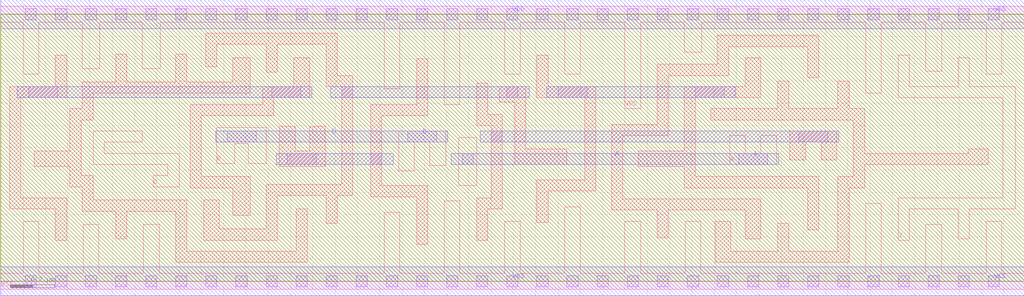
<source format=lef>
VERSION 5.8 ;
BUSBITCHARS "[]" ;

UNITS
  DATABASE MICRONS 1000 ;
END UNITS

MANUFACTURINGGRID 0.005 ;

PROPERTYDEFINITIONS
  MACRO write_qor_data STRING ;
  MACRO previous_effective_target_usage REAL ;
  MACRO achieved_target_routing_density REAL ;
  MACRO expanded_util REAL ;
END PROPERTYDEFINITIONS

LAYER M1
  TYPE ROUTING ;
  DIRECTION VERTICAL ;
  PITCH 0.135 ;
  WIDTH 0.05 ;
  PROPERTY LEF58_WIDTH "WIDTH 0.05 WRONGDIRECTION ;" ;
END M1

LAYER VIA1
  TYPE CUT ;
END VIA1

LAYER M2
  TYPE ROUTING ;
  DIRECTION HORIZONTAL ;
  PITCH 0.1 ;
  WIDTH 0.05 ;
  PROPERTY LEF58_WIDTH "WIDTH 0.05 WRONGDIRECTION ;" ;
END M2

LAYER VIA2
  TYPE CUT ;
END VIA2

LAYER M3
  TYPE ROUTING ;
  DIRECTION VERTICAL ;
  PITCH 0.1 ;
  WIDTH 0.05 ;
  PROPERTY LEF58_WIDTH "WIDTH 0.05 WRONGDIRECTION ;" ;
END M3

LAYER VIA3
  TYPE CUT ;
END VIA3

LAYER M4
  TYPE ROUTING ;
  DIRECTION HORIZONTAL ;
  PITCH 0.1 ;
  WIDTH 0.05 ;
  PROPERTY LEF58_WIDTH "WIDTH 0.05 WRONGDIRECTION ;" ;
END M4

LAYER VIA4
  TYPE CUT ;
END VIA4

LAYER M5
  TYPE ROUTING ;
  DIRECTION VERTICAL ;
  PITCH 0.1 ;
  WIDTH 0.05 ;
  PROPERTY LEF58_WIDTH "WIDTH 0.05 WRONGDIRECTION ;" ;
END M5

LAYER VIA5
  TYPE CUT ;
END VIA5

LAYER M6
  TYPE ROUTING ;
  DIRECTION HORIZONTAL ;
  PITCH 0.1 ;
  WIDTH 0.05 ;
  PROPERTY LEF58_WIDTH "WIDTH 0.05 WRONGDIRECTION ;" ;
END M6

LAYER VIA6
  TYPE CUT ;
END VIA6

LAYER M7
  TYPE ROUTING ;
  DIRECTION VERTICAL ;
  PITCH 0.8 ;
  WIDTH 0.4 ;
  PROPERTY LEF58_WIDTH "WIDTH 0.4 WRONGDIRECTION ;" ;
END M7

LAYER VIA7
  TYPE CUT ;
END VIA7

LAYER M8
  TYPE ROUTING ;
  DIRECTION HORIZONTAL ;
  PITCH 0.8 ;
  WIDTH 0.4 ;
  PROPERTY LEF58_WIDTH "WIDTH 0.4 WRONGDIRECTION ;" ;
END M8

LAYER RV
  TYPE CUT ;
END RV

LAYER AP
  TYPE ROUTING ;
  DIRECTION HORIZONTAL ;
  PITCH 4 ;
  WIDTH 2 ;
  PROPERTY LEF58_WIDTH "WIDTH 2 WRONGDIRECTION ;" ;
END AP

LAYER M1_TEXT
  TYPE MASTERSLICE ;
END M1_TEXT

LAYER M2_TEXT
  TYPE MASTERSLICE ;
END M2_TEXT

LAYER M3_TEXT
  TYPE MASTERSLICE ;
END M3_TEXT

LAYER M4_TEXT
  TYPE MASTERSLICE ;
END M4_TEXT

LAYER M5_TEXT
  TYPE MASTERSLICE ;
END M5_TEXT

LAYER M6_TEXT
  TYPE MASTERSLICE ;
END M6_TEXT

LAYER M7_TEXT
  TYPE MASTERSLICE ;
END M7_TEXT

LAYER M8_TEXT
  TYPE MASTERSLICE ;
END M8_TEXT

LAYER VTL_N
  TYPE MASTERSLICE ;
END VTL_N

LAYER VTL_P
  TYPE MASTERSLICE ;
END VTL_P

LAYER VTH_N
  TYPE MASTERSLICE ;
END VTH_N

LAYER VTH_P
  TYPE MASTERSLICE ;
END VTH_P

LAYER VTUL_N
  TYPE MASTERSLICE ;
END VTUL_N

LAYER VTUL_P
  TYPE MASTERSLICE ;
END VTUL_P

LAYER UHVT_N
  TYPE MASTERSLICE ;
END UHVT_N

LAYER UHVT_P
  TYPE MASTERSLICE ;
END UHVT_P

LAYER PR
  TYPE MASTERSLICE ;
END PR

LAYER DIODEMY
  TYPE MASTERSLICE ;
END DIODEMY

LAYER TAP_MARKER
  TYPE MASTERSLICE ;
END TAP_MARKER

LAYER PM
  TYPE MASTERSLICE ;
END PM

LAYER PW
  TYPE MASTERSLICE ;
END PW

LAYER OD
  TYPE MASTERSLICE ;
END OD

LAYER NP
  TYPE MASTERSLICE ;
END NP

LAYER PP
  TYPE MASTERSLICE ;
END PP

LAYER NW
  TYPE MASTERSLICE ;
END NW

LAYER PO
  TYPE MASTERSLICE ;
END PO

LAYER CO
  TYPE MASTERSLICE ;
END CO

LAYER GB1_5
  TYPE MASTERSLICE ;
END GB1_5

LAYER OD_18
  TYPE MASTERSLICE ;
END OD_18

LAYER OD_25
  TYPE MASTERSLICE ;
END OD_25

LAYER RPO
  TYPE MASTERSLICE ;
END RPO

LAYER RODMY
  TYPE MASTERSLICE ;
END RODMY

LAYER SRM
  TYPE MASTERSLICE ;
END SRM

LAYER CB
  TYPE MASTERSLICE ;
END CB

LAYER CB2_FC
  TYPE MASTERSLICE ;
END CB2_FC

LAYER PSUB2
  TYPE MASTERSLICE ;
END PSUB2

LAYER SR_ESD
  TYPE MASTERSLICE ;
END SR_ESD

LAYER SDI
  TYPE MASTERSLICE ;
END SDI

LAYER AP_PIN
  TYPE MASTERSLICE ;
END AP_PIN

LAYER VAR
  TYPE MASTERSLICE ;
END VAR

LAYER PO_PIN
  TYPE MASTERSLICE ;
END PO_PIN

LAYER WBDMY
  TYPE MASTERSLICE ;
END WBDMY

LAYER SRAMDMY
  TYPE MASTERSLICE ;
END SRAMDMY

LAYER ESDIMP
  TYPE MASTERSLICE ;
END ESDIMP

LAYER LVSDMY
  TYPE MASTERSLICE ;
END LVSDMY

LAYER VDDDMY
  TYPE MASTERSLICE ;
END VDDDMY

LAYER IP_BASE0
  TYPE MASTERSLICE ;
END IP_BASE0

LAYER AP_TEXT_BASE0
  TYPE MASTERSLICE ;
END AP_TEXT_BASE0

LAYER RPDMY_BASE0
  TYPE MASTERSLICE ;
END RPDMY_BASE0

LAYER RPDMY_DG1_BASE0
  TYPE MASTERSLICE ;
END RPDMY_DG1_BASE0

LAYER RH_BASE0
  TYPE MASTERSLICE ;
END RH_BASE0

LAYER DMEXCL_DUMMY1_BASE0
  TYPE MASTERSLICE ;
END DMEXCL_DUMMY1_BASE0

VIA VIA1_0_30_0_30_VH_VX
  LAYER M1 ;
    RECT -0.025 -0.055 0.025 0.055 ;
  LAYER VIA1 ;
    RECT -0.025 -0.025 0.025 0.025 ;
  LAYER M2 ;
    RECT -0.055 -0.025 0.055 0.025 ;
END VIA1_0_30_0_30_VH_VX

VIA VIA1_0_30_20_20_VX_VX
  LAYER M1 ;
    RECT -0.025 -0.055 0.025 0.055 ;
  LAYER VIA1 ;
    RECT -0.025 -0.025 0.025 0.025 ;
  LAYER M2 ;
    RECT -0.045 -0.045 0.045 0.045 ;
END VIA1_0_30_20_20_VX_VX

VIA VIA1_20_20_0_30_XH_VX
  LAYER M1 ;
    RECT -0.045 -0.045 0.045 0.045 ;
  LAYER VIA1 ;
    RECT -0.025 -0.025 0.025 0.025 ;
  LAYER M2 ;
    RECT -0.055 -0.025 0.055 0.025 ;
END VIA1_20_20_0_30_XH_VX

VIA VIA1_20_20_20_20_XX_VX
  LAYER M1 ;
    RECT -0.045 -0.045 0.045 0.045 ;
  LAYER VIA1 ;
    RECT -0.025 -0.025 0.025 0.025 ;
  LAYER M2 ;
    RECT -0.045 -0.045 0.045 0.045 ;
END VIA1_20_20_20_20_XX_VX

VIA VIA1_0_30_0_30_HH_VX
  LAYER M1 ;
    RECT -0.055 -0.025 0.055 0.025 ;
  LAYER VIA1 ;
    RECT -0.025 -0.025 0.025 0.025 ;
  LAYER M2 ;
    RECT -0.055 -0.025 0.055 0.025 ;
END VIA1_0_30_0_30_HH_VX

VIA VIA1_0_30_0_30_VV_VX
  LAYER M1 ;
    RECT -0.025 -0.055 0.025 0.055 ;
  LAYER VIA1 ;
    RECT -0.025 -0.025 0.025 0.025 ;
  LAYER M2 ;
    RECT -0.025 -0.055 0.025 0.055 ;
END VIA1_0_30_0_30_VV_VX

VIA VIA1_0_30_0_30_HV_VX
  LAYER M1 ;
    RECT -0.055 -0.025 0.055 0.025 ;
  LAYER VIA1 ;
    RECT -0.025 -0.025 0.025 0.025 ;
  LAYER M2 ;
    RECT -0.025 -0.055 0.025 0.055 ;
END VIA1_0_30_0_30_HV_VX

VIA VIA1_0_30_5_30_VH_VX
  LAYER M1 ;
    RECT -0.025 -0.055 0.025 0.055 ;
  LAYER VIA1 ;
    RECT -0.025 -0.025 0.025 0.025 ;
  LAYER M2 ;
    RECT -0.055 -0.03 0.055 0.03 ;
END VIA1_0_30_5_30_VH_VX

VIA VIA1_0_30_5_30_HH_VX
  LAYER M1 ;
    RECT -0.055 -0.025 0.055 0.025 ;
  LAYER VIA1 ;
    RECT -0.025 -0.025 0.025 0.025 ;
  LAYER M2 ;
    RECT -0.055 -0.03 0.055 0.03 ;
END VIA1_0_30_5_30_HH_VX

VIA VIA1_0_30_5_30_VV_VX
  LAYER M1 ;
    RECT -0.025 -0.055 0.025 0.055 ;
  LAYER VIA1 ;
    RECT -0.025 -0.025 0.025 0.025 ;
  LAYER M2 ;
    RECT -0.03 -0.055 0.03 0.055 ;
END VIA1_0_30_5_30_VV_VX

VIA VIA1_0_30_5_30_HV_VX
  LAYER M1 ;
    RECT -0.055 -0.025 0.055 0.025 ;
  LAYER VIA1 ;
    RECT -0.025 -0.025 0.025 0.025 ;
  LAYER M2 ;
    RECT -0.03 -0.055 0.03 0.055 ;
END VIA1_0_30_5_30_HV_VX

VIA VIA1_0_30_15_30_VH_VX
  LAYER M1 ;
    RECT -0.025 -0.055 0.025 0.055 ;
  LAYER VIA1 ;
    RECT -0.025 -0.025 0.025 0.025 ;
  LAYER M2 ;
    RECT -0.055 -0.04 0.055 0.04 ;
END VIA1_0_30_15_30_VH_VX

VIA VIA1_0_30_15_30_HH_VX
  LAYER M1 ;
    RECT -0.055 -0.025 0.055 0.025 ;
  LAYER VIA1 ;
    RECT -0.025 -0.025 0.025 0.025 ;
  LAYER M2 ;
    RECT -0.055 -0.04 0.055 0.04 ;
END VIA1_0_30_15_30_HH_VX

VIA VIA1_0_30_15_30_VV_VX
  LAYER M1 ;
    RECT -0.025 -0.055 0.025 0.055 ;
  LAYER VIA1 ;
    RECT -0.025 -0.025 0.025 0.025 ;
  LAYER M2 ;
    RECT -0.04 -0.055 0.04 0.055 ;
END VIA1_0_30_15_30_VV_VX

VIA VIA1_0_30_15_30_HV_VX
  LAYER M1 ;
    RECT -0.055 -0.025 0.055 0.025 ;
  LAYER VIA1 ;
    RECT -0.025 -0.025 0.025 0.025 ;
  LAYER M2 ;
    RECT -0.04 -0.055 0.04 0.055 ;
END VIA1_0_30_15_30_HV_VX

VIA VIA1_0_40_0_40_VXRECT_H
  LAYER M1 ;
    RECT -0.105 -0.025 0.105 0.025 ;
  LAYER VIA1 ;
    RECT -0.065 -0.025 0.065 0.025 ;
  LAYER M2 ;
    RECT -0.105 -0.025 0.105 0.025 ;
END VIA1_0_40_0_40_VXRECT_H

VIA VIA1_0_40_0_40_VXRECT_V
  LAYER M1 ;
    RECT -0.025 -0.105 0.025 0.105 ;
  LAYER VIA1 ;
    RECT -0.025 -0.065 0.025 0.065 ;
  LAYER M2 ;
    RECT -0.025 -0.105 0.025 0.105 ;
END VIA1_0_40_0_40_VXRECT_V

VIA VIA1_0_40_5_40_VXRECT_H
  LAYER M1 ;
    RECT -0.105 -0.025 0.105 0.025 ;
  LAYER VIA1 ;
    RECT -0.065 -0.025 0.065 0.025 ;
  LAYER M2 ;
    RECT -0.105 -0.03 0.105 0.03 ;
END VIA1_0_40_5_40_VXRECT_H

VIA VIA1_0_40_5_40_VXRECT_V
  LAYER M1 ;
    RECT -0.025 -0.105 0.025 0.105 ;
  LAYER VIA1 ;
    RECT -0.025 -0.065 0.025 0.065 ;
  LAYER M2 ;
    RECT -0.03 -0.105 0.03 0.105 ;
END VIA1_0_40_5_40_VXRECT_V

VIA VIA1_0_40_15_40_VXRECT_H
  LAYER M1 ;
    RECT -0.105 -0.025 0.105 0.025 ;
  LAYER VIA1 ;
    RECT -0.065 -0.025 0.065 0.025 ;
  LAYER M2 ;
    RECT -0.105 -0.04 0.105 0.04 ;
END VIA1_0_40_15_40_VXRECT_H

VIA VIA1_0_40_15_40_VXRECT_V
  LAYER M1 ;
    RECT -0.025 -0.105 0.025 0.105 ;
  LAYER VIA1 ;
    RECT -0.025 -0.065 0.025 0.065 ;
  LAYER M2 ;
    RECT -0.04 -0.105 0.04 0.105 ;
END VIA1_0_40_15_40_VXRECT_V

VIA VIA1_5_30_0_30_VH_VX
  LAYER M1 ;
    RECT -0.03 -0.055 0.03 0.055 ;
  LAYER VIA1 ;
    RECT -0.025 -0.025 0.025 0.025 ;
  LAYER M2 ;
    RECT -0.055 -0.025 0.055 0.025 ;
END VIA1_5_30_0_30_VH_VX

VIA VIA1_5_30_0_30_HH_VX
  LAYER M1 ;
    RECT -0.055 -0.03 0.055 0.03 ;
  LAYER VIA1 ;
    RECT -0.025 -0.025 0.025 0.025 ;
  LAYER M2 ;
    RECT -0.055 -0.025 0.055 0.025 ;
END VIA1_5_30_0_30_HH_VX

VIA VIA1_5_30_0_30_VV_VX
  LAYER M1 ;
    RECT -0.03 -0.055 0.03 0.055 ;
  LAYER VIA1 ;
    RECT -0.025 -0.025 0.025 0.025 ;
  LAYER M2 ;
    RECT -0.025 -0.055 0.025 0.055 ;
END VIA1_5_30_0_30_VV_VX

VIA VIA1_5_30_0_30_HV_VX
  LAYER M1 ;
    RECT -0.055 -0.03 0.055 0.03 ;
  LAYER VIA1 ;
    RECT -0.025 -0.025 0.025 0.025 ;
  LAYER M2 ;
    RECT -0.025 -0.055 0.025 0.055 ;
END VIA1_5_30_0_30_HV_VX

VIA VIA1_5_30_5_30_VH_VX
  LAYER M1 ;
    RECT -0.03 -0.055 0.03 0.055 ;
  LAYER VIA1 ;
    RECT -0.025 -0.025 0.025 0.025 ;
  LAYER M2 ;
    RECT -0.055 -0.03 0.055 0.03 ;
END VIA1_5_30_5_30_VH_VX

VIA VIA1_5_30_5_30_HH_VX
  LAYER M1 ;
    RECT -0.055 -0.03 0.055 0.03 ;
  LAYER VIA1 ;
    RECT -0.025 -0.025 0.025 0.025 ;
  LAYER M2 ;
    RECT -0.055 -0.03 0.055 0.03 ;
END VIA1_5_30_5_30_HH_VX

VIA VIA1_5_30_5_30_VV_VX
  LAYER M1 ;
    RECT -0.03 -0.055 0.03 0.055 ;
  LAYER VIA1 ;
    RECT -0.025 -0.025 0.025 0.025 ;
  LAYER M2 ;
    RECT -0.03 -0.055 0.03 0.055 ;
END VIA1_5_30_5_30_VV_VX

VIA VIA1_5_30_5_30_HV_VX
  LAYER M1 ;
    RECT -0.055 -0.03 0.055 0.03 ;
  LAYER VIA1 ;
    RECT -0.025 -0.025 0.025 0.025 ;
  LAYER M2 ;
    RECT -0.03 -0.055 0.03 0.055 ;
END VIA1_5_30_5_30_HV_VX

VIA VIA1_5_30_15_30_VH_VX
  LAYER M1 ;
    RECT -0.03 -0.055 0.03 0.055 ;
  LAYER VIA1 ;
    RECT -0.025 -0.025 0.025 0.025 ;
  LAYER M2 ;
    RECT -0.055 -0.04 0.055 0.04 ;
END VIA1_5_30_15_30_VH_VX

VIA VIA1_5_30_15_30_HH_VX
  LAYER M1 ;
    RECT -0.055 -0.03 0.055 0.03 ;
  LAYER VIA1 ;
    RECT -0.025 -0.025 0.025 0.025 ;
  LAYER M2 ;
    RECT -0.055 -0.04 0.055 0.04 ;
END VIA1_5_30_15_30_HH_VX

VIA VIA1_5_30_15_30_VV_VX
  LAYER M1 ;
    RECT -0.03 -0.055 0.03 0.055 ;
  LAYER VIA1 ;
    RECT -0.025 -0.025 0.025 0.025 ;
  LAYER M2 ;
    RECT -0.04 -0.055 0.04 0.055 ;
END VIA1_5_30_15_30_VV_VX

VIA VIA1_5_30_15_30_HV_VX
  LAYER M1 ;
    RECT -0.055 -0.03 0.055 0.03 ;
  LAYER VIA1 ;
    RECT -0.025 -0.025 0.025 0.025 ;
  LAYER M2 ;
    RECT -0.04 -0.055 0.04 0.055 ;
END VIA1_5_30_15_30_HV_VX

VIA VIA1_5_40_0_40_VXRECT_H
  LAYER M1 ;
    RECT -0.105 -0.03 0.105 0.03 ;
  LAYER VIA1 ;
    RECT -0.065 -0.025 0.065 0.025 ;
  LAYER M2 ;
    RECT -0.105 -0.025 0.105 0.025 ;
END VIA1_5_40_0_40_VXRECT_H

VIA VIA1_5_40_0_40_VXRECT_V
  LAYER M1 ;
    RECT -0.03 -0.105 0.03 0.105 ;
  LAYER VIA1 ;
    RECT -0.025 -0.065 0.025 0.065 ;
  LAYER M2 ;
    RECT -0.025 -0.105 0.025 0.105 ;
END VIA1_5_40_0_40_VXRECT_V

VIA VIA1_5_40_5_40_VXRECT_H
  LAYER M1 ;
    RECT -0.105 -0.03 0.105 0.03 ;
  LAYER VIA1 ;
    RECT -0.065 -0.025 0.065 0.025 ;
  LAYER M2 ;
    RECT -0.105 -0.03 0.105 0.03 ;
END VIA1_5_40_5_40_VXRECT_H

VIA VIA1_5_40_5_40_VXRECT_V
  LAYER M1 ;
    RECT -0.03 -0.105 0.03 0.105 ;
  LAYER VIA1 ;
    RECT -0.025 -0.065 0.025 0.065 ;
  LAYER M2 ;
    RECT -0.03 -0.105 0.03 0.105 ;
END VIA1_5_40_5_40_VXRECT_V

VIA VIA1_5_40_15_40_VXRECT_H
  LAYER M1 ;
    RECT -0.105 -0.03 0.105 0.03 ;
  LAYER VIA1 ;
    RECT -0.065 -0.025 0.065 0.025 ;
  LAYER M2 ;
    RECT -0.105 -0.04 0.105 0.04 ;
END VIA1_5_40_15_40_VXRECT_H

VIA VIA1_5_40_15_40_VXRECT_V
  LAYER M1 ;
    RECT -0.03 -0.105 0.03 0.105 ;
  LAYER VIA1 ;
    RECT -0.025 -0.065 0.025 0.065 ;
  LAYER M2 ;
    RECT -0.04 -0.105 0.04 0.105 ;
END VIA1_5_40_15_40_VXRECT_V

VIA VIA1_15_30_0_30_VH_VX
  LAYER M1 ;
    RECT -0.04 -0.055 0.04 0.055 ;
  LAYER VIA1 ;
    RECT -0.025 -0.025 0.025 0.025 ;
  LAYER M2 ;
    RECT -0.055 -0.025 0.055 0.025 ;
END VIA1_15_30_0_30_VH_VX

VIA VIA1_15_30_0_30_HH_VX
  LAYER M1 ;
    RECT -0.055 -0.04 0.055 0.04 ;
  LAYER VIA1 ;
    RECT -0.025 -0.025 0.025 0.025 ;
  LAYER M2 ;
    RECT -0.055 -0.025 0.055 0.025 ;
END VIA1_15_30_0_30_HH_VX

VIA VIA1_15_30_0_30_VV_VX
  LAYER M1 ;
    RECT -0.04 -0.055 0.04 0.055 ;
  LAYER VIA1 ;
    RECT -0.025 -0.025 0.025 0.025 ;
  LAYER M2 ;
    RECT -0.025 -0.055 0.025 0.055 ;
END VIA1_15_30_0_30_VV_VX

VIA VIA1_15_30_0_30_HV_VX
  LAYER M1 ;
    RECT -0.055 -0.04 0.055 0.04 ;
  LAYER VIA1 ;
    RECT -0.025 -0.025 0.025 0.025 ;
  LAYER M2 ;
    RECT -0.025 -0.055 0.025 0.055 ;
END VIA1_15_30_0_30_HV_VX

VIA VIA1_15_30_5_30_VH_VX
  LAYER M1 ;
    RECT -0.04 -0.055 0.04 0.055 ;
  LAYER VIA1 ;
    RECT -0.025 -0.025 0.025 0.025 ;
  LAYER M2 ;
    RECT -0.055 -0.03 0.055 0.03 ;
END VIA1_15_30_5_30_VH_VX

VIA VIA1_15_30_5_30_HH_VX
  LAYER M1 ;
    RECT -0.055 -0.04 0.055 0.04 ;
  LAYER VIA1 ;
    RECT -0.025 -0.025 0.025 0.025 ;
  LAYER M2 ;
    RECT -0.055 -0.03 0.055 0.03 ;
END VIA1_15_30_5_30_HH_VX

VIA VIA1_15_30_5_30_VV_VX
  LAYER M1 ;
    RECT -0.04 -0.055 0.04 0.055 ;
  LAYER VIA1 ;
    RECT -0.025 -0.025 0.025 0.025 ;
  LAYER M2 ;
    RECT -0.03 -0.055 0.03 0.055 ;
END VIA1_15_30_5_30_VV_VX

VIA VIA1_15_30_5_30_HV_VX
  LAYER M1 ;
    RECT -0.055 -0.04 0.055 0.04 ;
  LAYER VIA1 ;
    RECT -0.025 -0.025 0.025 0.025 ;
  LAYER M2 ;
    RECT -0.03 -0.055 0.03 0.055 ;
END VIA1_15_30_5_30_HV_VX

VIA VIA1_15_30_15_30_VH_VX
  LAYER M1 ;
    RECT -0.04 -0.055 0.04 0.055 ;
  LAYER VIA1 ;
    RECT -0.025 -0.025 0.025 0.025 ;
  LAYER M2 ;
    RECT -0.055 -0.04 0.055 0.04 ;
END VIA1_15_30_15_30_VH_VX

VIA VIA1_15_30_15_30_HH_VX
  LAYER M1 ;
    RECT -0.055 -0.04 0.055 0.04 ;
  LAYER VIA1 ;
    RECT -0.025 -0.025 0.025 0.025 ;
  LAYER M2 ;
    RECT -0.055 -0.04 0.055 0.04 ;
END VIA1_15_30_15_30_HH_VX

VIA VIA1_15_30_15_30_VV_VX
  LAYER M1 ;
    RECT -0.04 -0.055 0.04 0.055 ;
  LAYER VIA1 ;
    RECT -0.025 -0.025 0.025 0.025 ;
  LAYER M2 ;
    RECT -0.04 -0.055 0.04 0.055 ;
END VIA1_15_30_15_30_VV_VX

VIA VIA1_15_30_15_30_HV_VX
  LAYER M1 ;
    RECT -0.055 -0.04 0.055 0.04 ;
  LAYER VIA1 ;
    RECT -0.025 -0.025 0.025 0.025 ;
  LAYER M2 ;
    RECT -0.04 -0.055 0.04 0.055 ;
END VIA1_15_30_15_30_HV_VX

VIA VIA1_15_40_0_40_VXRECT_H
  LAYER M1 ;
    RECT -0.105 -0.04 0.105 0.04 ;
  LAYER VIA1 ;
    RECT -0.065 -0.025 0.065 0.025 ;
  LAYER M2 ;
    RECT -0.105 -0.025 0.105 0.025 ;
END VIA1_15_40_0_40_VXRECT_H

VIA VIA1_15_40_0_40_VXRECT_V
  LAYER M1 ;
    RECT -0.04 -0.105 0.04 0.105 ;
  LAYER VIA1 ;
    RECT -0.025 -0.065 0.025 0.065 ;
  LAYER M2 ;
    RECT -0.025 -0.105 0.025 0.105 ;
END VIA1_15_40_0_40_VXRECT_V

VIA VIA1_15_40_5_40_VXRECT_H
  LAYER M1 ;
    RECT -0.105 -0.04 0.105 0.04 ;
  LAYER VIA1 ;
    RECT -0.065 -0.025 0.065 0.025 ;
  LAYER M2 ;
    RECT -0.105 -0.03 0.105 0.03 ;
END VIA1_15_40_5_40_VXRECT_H

VIA VIA1_15_40_5_40_VXRECT_V
  LAYER M1 ;
    RECT -0.04 -0.105 0.04 0.105 ;
  LAYER VIA1 ;
    RECT -0.025 -0.065 0.025 0.065 ;
  LAYER M2 ;
    RECT -0.03 -0.105 0.03 0.105 ;
END VIA1_15_40_5_40_VXRECT_V

VIA VIA1_15_40_15_40_VXRECT_H
  LAYER M1 ;
    RECT -0.105 -0.04 0.105 0.04 ;
  LAYER VIA1 ;
    RECT -0.065 -0.025 0.065 0.025 ;
  LAYER M2 ;
    RECT -0.105 -0.04 0.105 0.04 ;
END VIA1_15_40_15_40_VXRECT_H

VIA VIA1_15_40_15_40_VXRECT_V
  LAYER M1 ;
    RECT -0.04 -0.105 0.04 0.105 ;
  LAYER VIA1 ;
    RECT -0.025 -0.065 0.025 0.065 ;
  LAYER M2 ;
    RECT -0.04 -0.105 0.04 0.105 ;
END VIA1_15_40_15_40_VXRECT_V

VIA VIA2_0_30_0_30_HV_VX
  LAYER M2 ;
    RECT -0.055 -0.025 0.055 0.025 ;
  LAYER VIA2 ;
    RECT -0.025 -0.025 0.025 0.025 ;
  LAYER M3 ;
    RECT -0.025 -0.055 0.025 0.055 ;
END VIA2_0_30_0_30_HV_VX

VIA VIA2_0_30_0_30_VV_VX
  LAYER M2 ;
    RECT -0.025 -0.055 0.025 0.055 ;
  LAYER VIA2 ;
    RECT -0.025 -0.025 0.025 0.025 ;
  LAYER M3 ;
    RECT -0.025 -0.055 0.025 0.055 ;
END VIA2_0_30_0_30_VV_VX

VIA VIA2_0_30_0_30_HH_VX
  LAYER M2 ;
    RECT -0.055 -0.025 0.055 0.025 ;
  LAYER VIA2 ;
    RECT -0.025 -0.025 0.025 0.025 ;
  LAYER M3 ;
    RECT -0.055 -0.025 0.055 0.025 ;
END VIA2_0_30_0_30_HH_VX

VIA VIA2_0_30_0_30_VH_VX
  LAYER M2 ;
    RECT -0.025 -0.055 0.025 0.055 ;
  LAYER VIA2 ;
    RECT -0.025 -0.025 0.025 0.025 ;
  LAYER M3 ;
    RECT -0.055 -0.025 0.055 0.025 ;
END VIA2_0_30_0_30_VH_VX

VIA VIA2_0_30_5_30_HV_VX
  LAYER M2 ;
    RECT -0.055 -0.025 0.055 0.025 ;
  LAYER VIA2 ;
    RECT -0.025 -0.025 0.025 0.025 ;
  LAYER M3 ;
    RECT -0.03 -0.055 0.03 0.055 ;
END VIA2_0_30_5_30_HV_VX

VIA VIA2_0_30_5_30_VV_VX
  LAYER M2 ;
    RECT -0.025 -0.055 0.025 0.055 ;
  LAYER VIA2 ;
    RECT -0.025 -0.025 0.025 0.025 ;
  LAYER M3 ;
    RECT -0.03 -0.055 0.03 0.055 ;
END VIA2_0_30_5_30_VV_VX

VIA VIA2_0_30_5_30_HH_VX
  LAYER M2 ;
    RECT -0.055 -0.025 0.055 0.025 ;
  LAYER VIA2 ;
    RECT -0.025 -0.025 0.025 0.025 ;
  LAYER M3 ;
    RECT -0.055 -0.03 0.055 0.03 ;
END VIA2_0_30_5_30_HH_VX

VIA VIA2_0_30_5_30_VH_VX
  LAYER M2 ;
    RECT -0.025 -0.055 0.025 0.055 ;
  LAYER VIA2 ;
    RECT -0.025 -0.025 0.025 0.025 ;
  LAYER M3 ;
    RECT -0.055 -0.03 0.055 0.03 ;
END VIA2_0_30_5_30_VH_VX

VIA VIA2_0_30_15_30_HV_VX
  LAYER M2 ;
    RECT -0.055 -0.025 0.055 0.025 ;
  LAYER VIA2 ;
    RECT -0.025 -0.025 0.025 0.025 ;
  LAYER M3 ;
    RECT -0.04 -0.055 0.04 0.055 ;
END VIA2_0_30_15_30_HV_VX

VIA VIA2_0_30_15_30_VV_VX
  LAYER M2 ;
    RECT -0.025 -0.055 0.025 0.055 ;
  LAYER VIA2 ;
    RECT -0.025 -0.025 0.025 0.025 ;
  LAYER M3 ;
    RECT -0.04 -0.055 0.04 0.055 ;
END VIA2_0_30_15_30_VV_VX

VIA VIA2_0_30_15_30_HH_VX
  LAYER M2 ;
    RECT -0.055 -0.025 0.055 0.025 ;
  LAYER VIA2 ;
    RECT -0.025 -0.025 0.025 0.025 ;
  LAYER M3 ;
    RECT -0.055 -0.04 0.055 0.04 ;
END VIA2_0_30_15_30_HH_VX

VIA VIA2_0_30_15_30_VH_VX
  LAYER M2 ;
    RECT -0.025 -0.055 0.025 0.055 ;
  LAYER VIA2 ;
    RECT -0.025 -0.025 0.025 0.025 ;
  LAYER M3 ;
    RECT -0.055 -0.04 0.055 0.04 ;
END VIA2_0_30_15_30_VH_VX

VIA VIA2_30_10_30_10_VXRECT_H
  LAYER M2 ;
    RECT -0.075 -0.055 0.075 0.055 ;
  LAYER VIA2 ;
    RECT -0.065 -0.025 0.065 0.025 ;
  LAYER M3 ;
    RECT -0.075 -0.055 0.075 0.055 ;
END VIA2_30_10_30_10_VXRECT_H

VIA VIA2_30_10_30_10_VXRECT_V
  LAYER M2 ;
    RECT -0.055 -0.075 0.055 0.075 ;
  LAYER VIA2 ;
    RECT -0.025 -0.065 0.025 0.065 ;
  LAYER M3 ;
    RECT -0.055 -0.075 0.055 0.075 ;
END VIA2_30_10_30_10_VXRECT_V

VIA VIA2_0_40_0_40_VXRECT_H
  LAYER M2 ;
    RECT -0.105 -0.025 0.105 0.025 ;
  LAYER VIA2 ;
    RECT -0.065 -0.025 0.065 0.025 ;
  LAYER M3 ;
    RECT -0.105 -0.025 0.105 0.025 ;
END VIA2_0_40_0_40_VXRECT_H

VIA VIA2_0_40_0_40_VXRECT_V
  LAYER M2 ;
    RECT -0.025 -0.105 0.025 0.105 ;
  LAYER VIA2 ;
    RECT -0.025 -0.065 0.025 0.065 ;
  LAYER M3 ;
    RECT -0.025 -0.105 0.025 0.105 ;
END VIA2_0_40_0_40_VXRECT_V

VIA VIA2_0_40_5_40_VXRECT_H
  LAYER M2 ;
    RECT -0.105 -0.025 0.105 0.025 ;
  LAYER VIA2 ;
    RECT -0.065 -0.025 0.065 0.025 ;
  LAYER M3 ;
    RECT -0.105 -0.03 0.105 0.03 ;
END VIA2_0_40_5_40_VXRECT_H

VIA VIA2_0_40_5_40_VXRECT_V
  LAYER M2 ;
    RECT -0.025 -0.105 0.025 0.105 ;
  LAYER VIA2 ;
    RECT -0.025 -0.065 0.025 0.065 ;
  LAYER M3 ;
    RECT -0.03 -0.105 0.03 0.105 ;
END VIA2_0_40_5_40_VXRECT_V

VIA VIA2_0_40_15_40_VXRECT_H
  LAYER M2 ;
    RECT -0.105 -0.025 0.105 0.025 ;
  LAYER VIA2 ;
    RECT -0.065 -0.025 0.065 0.025 ;
  LAYER M3 ;
    RECT -0.105 -0.04 0.105 0.04 ;
END VIA2_0_40_15_40_VXRECT_H

VIA VIA2_0_40_15_40_VXRECT_V
  LAYER M2 ;
    RECT -0.025 -0.105 0.025 0.105 ;
  LAYER VIA2 ;
    RECT -0.025 -0.065 0.025 0.065 ;
  LAYER M3 ;
    RECT -0.04 -0.105 0.04 0.105 ;
END VIA2_0_40_15_40_VXRECT_V

VIA VIA2_5_30_0_30_HV_VX
  LAYER M2 ;
    RECT -0.055 -0.03 0.055 0.03 ;
  LAYER VIA2 ;
    RECT -0.025 -0.025 0.025 0.025 ;
  LAYER M3 ;
    RECT -0.025 -0.055 0.025 0.055 ;
END VIA2_5_30_0_30_HV_VX

VIA VIA2_5_30_0_30_VV_VX
  LAYER M2 ;
    RECT -0.03 -0.055 0.03 0.055 ;
  LAYER VIA2 ;
    RECT -0.025 -0.025 0.025 0.025 ;
  LAYER M3 ;
    RECT -0.025 -0.055 0.025 0.055 ;
END VIA2_5_30_0_30_VV_VX

VIA VIA2_5_30_0_30_HH_VX
  LAYER M2 ;
    RECT -0.055 -0.03 0.055 0.03 ;
  LAYER VIA2 ;
    RECT -0.025 -0.025 0.025 0.025 ;
  LAYER M3 ;
    RECT -0.055 -0.025 0.055 0.025 ;
END VIA2_5_30_0_30_HH_VX

VIA VIA2_5_30_0_30_VH_VX
  LAYER M2 ;
    RECT -0.03 -0.055 0.03 0.055 ;
  LAYER VIA2 ;
    RECT -0.025 -0.025 0.025 0.025 ;
  LAYER M3 ;
    RECT -0.055 -0.025 0.055 0.025 ;
END VIA2_5_30_0_30_VH_VX

VIA VIA2_5_30_5_30_HV_VX
  LAYER M2 ;
    RECT -0.055 -0.03 0.055 0.03 ;
  LAYER VIA2 ;
    RECT -0.025 -0.025 0.025 0.025 ;
  LAYER M3 ;
    RECT -0.03 -0.055 0.03 0.055 ;
END VIA2_5_30_5_30_HV_VX

VIA VIA2_5_30_5_30_VV_VX
  LAYER M2 ;
    RECT -0.03 -0.055 0.03 0.055 ;
  LAYER VIA2 ;
    RECT -0.025 -0.025 0.025 0.025 ;
  LAYER M3 ;
    RECT -0.03 -0.055 0.03 0.055 ;
END VIA2_5_30_5_30_VV_VX

VIA VIA2_5_30_5_30_HH_VX
  LAYER M2 ;
    RECT -0.055 -0.03 0.055 0.03 ;
  LAYER VIA2 ;
    RECT -0.025 -0.025 0.025 0.025 ;
  LAYER M3 ;
    RECT -0.055 -0.03 0.055 0.03 ;
END VIA2_5_30_5_30_HH_VX

VIA VIA2_5_30_5_30_VH_VX
  LAYER M2 ;
    RECT -0.03 -0.055 0.03 0.055 ;
  LAYER VIA2 ;
    RECT -0.025 -0.025 0.025 0.025 ;
  LAYER M3 ;
    RECT -0.055 -0.03 0.055 0.03 ;
END VIA2_5_30_5_30_VH_VX

VIA VIA2_5_30_15_30_HV_VX
  LAYER M2 ;
    RECT -0.055 -0.03 0.055 0.03 ;
  LAYER VIA2 ;
    RECT -0.025 -0.025 0.025 0.025 ;
  LAYER M3 ;
    RECT -0.04 -0.055 0.04 0.055 ;
END VIA2_5_30_15_30_HV_VX

VIA VIA2_5_30_15_30_VV_VX
  LAYER M2 ;
    RECT -0.03 -0.055 0.03 0.055 ;
  LAYER VIA2 ;
    RECT -0.025 -0.025 0.025 0.025 ;
  LAYER M3 ;
    RECT -0.04 -0.055 0.04 0.055 ;
END VIA2_5_30_15_30_VV_VX

VIA VIA2_5_30_15_30_HH_VX
  LAYER M2 ;
    RECT -0.055 -0.03 0.055 0.03 ;
  LAYER VIA2 ;
    RECT -0.025 -0.025 0.025 0.025 ;
  LAYER M3 ;
    RECT -0.055 -0.04 0.055 0.04 ;
END VIA2_5_30_15_30_HH_VX

VIA VIA2_5_30_15_30_VH_VX
  LAYER M2 ;
    RECT -0.03 -0.055 0.03 0.055 ;
  LAYER VIA2 ;
    RECT -0.025 -0.025 0.025 0.025 ;
  LAYER M3 ;
    RECT -0.055 -0.04 0.055 0.04 ;
END VIA2_5_30_15_30_VH_VX

VIA VIA2_5_40_0_40_VXRECT_H
  LAYER M2 ;
    RECT -0.105 -0.03 0.105 0.03 ;
  LAYER VIA2 ;
    RECT -0.065 -0.025 0.065 0.025 ;
  LAYER M3 ;
    RECT -0.105 -0.025 0.105 0.025 ;
END VIA2_5_40_0_40_VXRECT_H

VIA VIA2_5_40_0_40_VXRECT_V
  LAYER M2 ;
    RECT -0.03 -0.105 0.03 0.105 ;
  LAYER VIA2 ;
    RECT -0.025 -0.065 0.025 0.065 ;
  LAYER M3 ;
    RECT -0.025 -0.105 0.025 0.105 ;
END VIA2_5_40_0_40_VXRECT_V

VIA VIA2_5_40_5_40_VXRECT_H
  LAYER M2 ;
    RECT -0.105 -0.03 0.105 0.03 ;
  LAYER VIA2 ;
    RECT -0.065 -0.025 0.065 0.025 ;
  LAYER M3 ;
    RECT -0.105 -0.03 0.105 0.03 ;
END VIA2_5_40_5_40_VXRECT_H

VIA VIA2_5_40_5_40_VXRECT_V
  LAYER M2 ;
    RECT -0.03 -0.105 0.03 0.105 ;
  LAYER VIA2 ;
    RECT -0.025 -0.065 0.025 0.065 ;
  LAYER M3 ;
    RECT -0.03 -0.105 0.03 0.105 ;
END VIA2_5_40_5_40_VXRECT_V

VIA VIA2_5_40_15_40_VXRECT_H
  LAYER M2 ;
    RECT -0.105 -0.03 0.105 0.03 ;
  LAYER VIA2 ;
    RECT -0.065 -0.025 0.065 0.025 ;
  LAYER M3 ;
    RECT -0.105 -0.04 0.105 0.04 ;
END VIA2_5_40_15_40_VXRECT_H

VIA VIA2_5_40_15_40_VXRECT_V
  LAYER M2 ;
    RECT -0.03 -0.105 0.03 0.105 ;
  LAYER VIA2 ;
    RECT -0.025 -0.065 0.025 0.065 ;
  LAYER M3 ;
    RECT -0.04 -0.105 0.04 0.105 ;
END VIA2_5_40_15_40_VXRECT_V

VIA VIA2_15_30_0_30_HV_VX
  LAYER M2 ;
    RECT -0.055 -0.04 0.055 0.04 ;
  LAYER VIA2 ;
    RECT -0.025 -0.025 0.025 0.025 ;
  LAYER M3 ;
    RECT -0.025 -0.055 0.025 0.055 ;
END VIA2_15_30_0_30_HV_VX

VIA VIA2_15_30_0_30_VV_VX
  LAYER M2 ;
    RECT -0.04 -0.055 0.04 0.055 ;
  LAYER VIA2 ;
    RECT -0.025 -0.025 0.025 0.025 ;
  LAYER M3 ;
    RECT -0.025 -0.055 0.025 0.055 ;
END VIA2_15_30_0_30_VV_VX

VIA VIA2_15_30_0_30_HH_VX
  LAYER M2 ;
    RECT -0.055 -0.04 0.055 0.04 ;
  LAYER VIA2 ;
    RECT -0.025 -0.025 0.025 0.025 ;
  LAYER M3 ;
    RECT -0.055 -0.025 0.055 0.025 ;
END VIA2_15_30_0_30_HH_VX

VIA VIA2_15_30_0_30_VH_VX
  LAYER M2 ;
    RECT -0.04 -0.055 0.04 0.055 ;
  LAYER VIA2 ;
    RECT -0.025 -0.025 0.025 0.025 ;
  LAYER M3 ;
    RECT -0.055 -0.025 0.055 0.025 ;
END VIA2_15_30_0_30_VH_VX

VIA VIA2_15_30_5_30_HV_VX
  LAYER M2 ;
    RECT -0.055 -0.04 0.055 0.04 ;
  LAYER VIA2 ;
    RECT -0.025 -0.025 0.025 0.025 ;
  LAYER M3 ;
    RECT -0.03 -0.055 0.03 0.055 ;
END VIA2_15_30_5_30_HV_VX

VIA VIA2_15_30_5_30_VV_VX
  LAYER M2 ;
    RECT -0.04 -0.055 0.04 0.055 ;
  LAYER VIA2 ;
    RECT -0.025 -0.025 0.025 0.025 ;
  LAYER M3 ;
    RECT -0.03 -0.055 0.03 0.055 ;
END VIA2_15_30_5_30_VV_VX

VIA VIA2_15_30_5_30_HH_VX
  LAYER M2 ;
    RECT -0.055 -0.04 0.055 0.04 ;
  LAYER VIA2 ;
    RECT -0.025 -0.025 0.025 0.025 ;
  LAYER M3 ;
    RECT -0.055 -0.03 0.055 0.03 ;
END VIA2_15_30_5_30_HH_VX

VIA VIA2_15_30_5_30_VH_VX
  LAYER M2 ;
    RECT -0.04 -0.055 0.04 0.055 ;
  LAYER VIA2 ;
    RECT -0.025 -0.025 0.025 0.025 ;
  LAYER M3 ;
    RECT -0.055 -0.03 0.055 0.03 ;
END VIA2_15_30_5_30_VH_VX

VIA VIA2_15_30_15_30_HV_VX
  LAYER M2 ;
    RECT -0.055 -0.04 0.055 0.04 ;
  LAYER VIA2 ;
    RECT -0.025 -0.025 0.025 0.025 ;
  LAYER M3 ;
    RECT -0.04 -0.055 0.04 0.055 ;
END VIA2_15_30_15_30_HV_VX

VIA VIA2_15_30_15_30_VV_VX
  LAYER M2 ;
    RECT -0.04 -0.055 0.04 0.055 ;
  LAYER VIA2 ;
    RECT -0.025 -0.025 0.025 0.025 ;
  LAYER M3 ;
    RECT -0.04 -0.055 0.04 0.055 ;
END VIA2_15_30_15_30_VV_VX

VIA VIA2_15_30_15_30_HH_VX
  LAYER M2 ;
    RECT -0.055 -0.04 0.055 0.04 ;
  LAYER VIA2 ;
    RECT -0.025 -0.025 0.025 0.025 ;
  LAYER M3 ;
    RECT -0.055 -0.04 0.055 0.04 ;
END VIA2_15_30_15_30_HH_VX

VIA VIA2_15_30_15_30_VH_VX
  LAYER M2 ;
    RECT -0.04 -0.055 0.04 0.055 ;
  LAYER VIA2 ;
    RECT -0.025 -0.025 0.025 0.025 ;
  LAYER M3 ;
    RECT -0.055 -0.04 0.055 0.04 ;
END VIA2_15_30_15_30_VH_VX

VIA VIA2_15_40_0_40_VXRECT_H
  LAYER M2 ;
    RECT -0.105 -0.04 0.105 0.04 ;
  LAYER VIA2 ;
    RECT -0.065 -0.025 0.065 0.025 ;
  LAYER M3 ;
    RECT -0.105 -0.025 0.105 0.025 ;
END VIA2_15_40_0_40_VXRECT_H

VIA VIA2_15_40_0_40_VXRECT_V
  LAYER M2 ;
    RECT -0.04 -0.105 0.04 0.105 ;
  LAYER VIA2 ;
    RECT -0.025 -0.065 0.025 0.065 ;
  LAYER M3 ;
    RECT -0.025 -0.105 0.025 0.105 ;
END VIA2_15_40_0_40_VXRECT_V

VIA VIA2_15_40_5_40_VXRECT_H
  LAYER M2 ;
    RECT -0.105 -0.04 0.105 0.04 ;
  LAYER VIA2 ;
    RECT -0.065 -0.025 0.065 0.025 ;
  LAYER M3 ;
    RECT -0.105 -0.03 0.105 0.03 ;
END VIA2_15_40_5_40_VXRECT_H

VIA VIA2_15_40_5_40_VXRECT_V
  LAYER M2 ;
    RECT -0.04 -0.105 0.04 0.105 ;
  LAYER VIA2 ;
    RECT -0.025 -0.065 0.025 0.065 ;
  LAYER M3 ;
    RECT -0.03 -0.105 0.03 0.105 ;
END VIA2_15_40_5_40_VXRECT_V

VIA VIA2_15_40_15_40_VXRECT_H
  LAYER M2 ;
    RECT -0.105 -0.04 0.105 0.04 ;
  LAYER VIA2 ;
    RECT -0.065 -0.025 0.065 0.025 ;
  LAYER M3 ;
    RECT -0.105 -0.04 0.105 0.04 ;
END VIA2_15_40_15_40_VXRECT_H

VIA VIA2_15_40_15_40_VXRECT_V
  LAYER M2 ;
    RECT -0.04 -0.105 0.04 0.105 ;
  LAYER VIA2 ;
    RECT -0.025 -0.065 0.025 0.065 ;
  LAYER M3 ;
    RECT -0.04 -0.105 0.04 0.105 ;
END VIA2_15_40_15_40_VXRECT_V

VIA VIA3_0_30_0_30_VH_VX
  LAYER M3 ;
    RECT -0.025 -0.055 0.025 0.055 ;
  LAYER VIA3 ;
    RECT -0.025 -0.025 0.025 0.025 ;
  LAYER M4 ;
    RECT -0.055 -0.025 0.055 0.025 ;
END VIA3_0_30_0_30_VH_VX

VIA VIA3_0_30_0_30_HH_VX
  LAYER M3 ;
    RECT -0.055 -0.025 0.055 0.025 ;
  LAYER VIA3 ;
    RECT -0.025 -0.025 0.025 0.025 ;
  LAYER M4 ;
    RECT -0.055 -0.025 0.055 0.025 ;
END VIA3_0_30_0_30_HH_VX

VIA VIA3_0_30_5_30_VH_VX
  LAYER M3 ;
    RECT -0.025 -0.055 0.025 0.055 ;
  LAYER VIA3 ;
    RECT -0.025 -0.025 0.025 0.025 ;
  LAYER M4 ;
    RECT -0.055 -0.03 0.055 0.03 ;
END VIA3_0_30_5_30_VH_VX

VIA VIA3_0_30_5_30_HH_VX
  LAYER M3 ;
    RECT -0.055 -0.025 0.055 0.025 ;
  LAYER VIA3 ;
    RECT -0.025 -0.025 0.025 0.025 ;
  LAYER M4 ;
    RECT -0.055 -0.03 0.055 0.03 ;
END VIA3_0_30_5_30_HH_VX

VIA VIA3_0_30_15_30_VH_VX
  LAYER M3 ;
    RECT -0.025 -0.055 0.025 0.055 ;
  LAYER VIA3 ;
    RECT -0.025 -0.025 0.025 0.025 ;
  LAYER M4 ;
    RECT -0.055 -0.04 0.055 0.04 ;
END VIA3_0_30_15_30_VH_VX

VIA VIA3_0_30_15_30_HH_VX
  LAYER M3 ;
    RECT -0.055 -0.025 0.055 0.025 ;
  LAYER VIA3 ;
    RECT -0.025 -0.025 0.025 0.025 ;
  LAYER M4 ;
    RECT -0.055 -0.04 0.055 0.04 ;
END VIA3_0_30_15_30_HH_VX

VIA VIA3_0_40_0_40_VXRECT_H
  LAYER M3 ;
    RECT -0.105 -0.025 0.105 0.025 ;
  LAYER VIA3 ;
    RECT -0.065 -0.025 0.065 0.025 ;
  LAYER M4 ;
    RECT -0.105 -0.025 0.105 0.025 ;
END VIA3_0_40_0_40_VXRECT_H

VIA VIA3_0_40_0_40_VXRECT_V
  LAYER M3 ;
    RECT -0.025 -0.105 0.025 0.105 ;
  LAYER VIA3 ;
    RECT -0.025 -0.065 0.025 0.065 ;
  LAYER M4 ;
    RECT -0.025 -0.105 0.025 0.105 ;
END VIA3_0_40_0_40_VXRECT_V

VIA VIA3_30_10_30_10_VXRECT_H
  LAYER M3 ;
    RECT -0.075 -0.055 0.075 0.055 ;
  LAYER VIA3 ;
    RECT -0.065 -0.025 0.065 0.025 ;
  LAYER M4 ;
    RECT -0.075 -0.055 0.075 0.055 ;
END VIA3_30_10_30_10_VXRECT_H

VIA VIA3_30_10_30_10_VXRECT_V
  LAYER M3 ;
    RECT -0.055 -0.075 0.055 0.075 ;
  LAYER VIA3 ;
    RECT -0.025 -0.065 0.025 0.065 ;
  LAYER M4 ;
    RECT -0.055 -0.075 0.055 0.075 ;
END VIA3_30_10_30_10_VXRECT_V

VIA VIA3_0_40_5_40_VXRECT_H
  LAYER M3 ;
    RECT -0.105 -0.025 0.105 0.025 ;
  LAYER VIA3 ;
    RECT -0.065 -0.025 0.065 0.025 ;
  LAYER M4 ;
    RECT -0.105 -0.03 0.105 0.03 ;
END VIA3_0_40_5_40_VXRECT_H

VIA VIA3_0_40_5_40_VXRECT_V
  LAYER M3 ;
    RECT -0.025 -0.105 0.025 0.105 ;
  LAYER VIA3 ;
    RECT -0.025 -0.065 0.025 0.065 ;
  LAYER M4 ;
    RECT -0.03 -0.105 0.03 0.105 ;
END VIA3_0_40_5_40_VXRECT_V

VIA VIA3_0_40_15_40_VXRECT_H
  LAYER M3 ;
    RECT -0.105 -0.025 0.105 0.025 ;
  LAYER VIA3 ;
    RECT -0.065 -0.025 0.065 0.025 ;
  LAYER M4 ;
    RECT -0.105 -0.04 0.105 0.04 ;
END VIA3_0_40_15_40_VXRECT_H

VIA VIA3_0_40_15_40_VXRECT_V
  LAYER M3 ;
    RECT -0.025 -0.105 0.025 0.105 ;
  LAYER VIA3 ;
    RECT -0.025 -0.065 0.025 0.065 ;
  LAYER M4 ;
    RECT -0.04 -0.105 0.04 0.105 ;
END VIA3_0_40_15_40_VXRECT_V

VIA VIA3_5_30_0_30_VH_VX
  LAYER M3 ;
    RECT -0.03 -0.055 0.03 0.055 ;
  LAYER VIA3 ;
    RECT -0.025 -0.025 0.025 0.025 ;
  LAYER M4 ;
    RECT -0.055 -0.025 0.055 0.025 ;
END VIA3_5_30_0_30_VH_VX

VIA VIA3_5_30_0_30_HH_VX
  LAYER M3 ;
    RECT -0.055 -0.03 0.055 0.03 ;
  LAYER VIA3 ;
    RECT -0.025 -0.025 0.025 0.025 ;
  LAYER M4 ;
    RECT -0.055 -0.025 0.055 0.025 ;
END VIA3_5_30_0_30_HH_VX

VIA VIA3_5_30_5_30_VH_VX
  LAYER M3 ;
    RECT -0.03 -0.055 0.03 0.055 ;
  LAYER VIA3 ;
    RECT -0.025 -0.025 0.025 0.025 ;
  LAYER M4 ;
    RECT -0.055 -0.03 0.055 0.03 ;
END VIA3_5_30_5_30_VH_VX

VIA VIA3_5_30_5_30_HH_VX
  LAYER M3 ;
    RECT -0.055 -0.03 0.055 0.03 ;
  LAYER VIA3 ;
    RECT -0.025 -0.025 0.025 0.025 ;
  LAYER M4 ;
    RECT -0.055 -0.03 0.055 0.03 ;
END VIA3_5_30_5_30_HH_VX

VIA VIA3_5_30_15_30_VH_VX
  LAYER M3 ;
    RECT -0.03 -0.055 0.03 0.055 ;
  LAYER VIA3 ;
    RECT -0.025 -0.025 0.025 0.025 ;
  LAYER M4 ;
    RECT -0.055 -0.04 0.055 0.04 ;
END VIA3_5_30_15_30_VH_VX

VIA VIA3_5_30_15_30_HH_VX
  LAYER M3 ;
    RECT -0.055 -0.03 0.055 0.03 ;
  LAYER VIA3 ;
    RECT -0.025 -0.025 0.025 0.025 ;
  LAYER M4 ;
    RECT -0.055 -0.04 0.055 0.04 ;
END VIA3_5_30_15_30_HH_VX

VIA VIA3_5_40_0_40_VXRECT_H
  LAYER M3 ;
    RECT -0.105 -0.03 0.105 0.03 ;
  LAYER VIA3 ;
    RECT -0.065 -0.025 0.065 0.025 ;
  LAYER M4 ;
    RECT -0.105 -0.025 0.105 0.025 ;
END VIA3_5_40_0_40_VXRECT_H

VIA VIA3_5_40_0_40_VXRECT_V
  LAYER M3 ;
    RECT -0.03 -0.105 0.03 0.105 ;
  LAYER VIA3 ;
    RECT -0.025 -0.065 0.025 0.065 ;
  LAYER M4 ;
    RECT -0.025 -0.105 0.025 0.105 ;
END VIA3_5_40_0_40_VXRECT_V

VIA VIA3_5_40_5_40_VXRECT_H
  LAYER M3 ;
    RECT -0.105 -0.03 0.105 0.03 ;
  LAYER VIA3 ;
    RECT -0.065 -0.025 0.065 0.025 ;
  LAYER M4 ;
    RECT -0.105 -0.03 0.105 0.03 ;
END VIA3_5_40_5_40_VXRECT_H

VIA VIA3_5_40_5_40_VXRECT_V
  LAYER M3 ;
    RECT -0.03 -0.105 0.03 0.105 ;
  LAYER VIA3 ;
    RECT -0.025 -0.065 0.025 0.065 ;
  LAYER M4 ;
    RECT -0.03 -0.105 0.03 0.105 ;
END VIA3_5_40_5_40_VXRECT_V

VIA VIA3_5_40_15_40_VXRECT_H
  LAYER M3 ;
    RECT -0.105 -0.03 0.105 0.03 ;
  LAYER VIA3 ;
    RECT -0.065 -0.025 0.065 0.025 ;
  LAYER M4 ;
    RECT -0.105 -0.04 0.105 0.04 ;
END VIA3_5_40_15_40_VXRECT_H

VIA VIA3_5_40_15_40_VXRECT_V
  LAYER M3 ;
    RECT -0.03 -0.105 0.03 0.105 ;
  LAYER VIA3 ;
    RECT -0.025 -0.065 0.025 0.065 ;
  LAYER M4 ;
    RECT -0.04 -0.105 0.04 0.105 ;
END VIA3_5_40_15_40_VXRECT_V

VIA VIA3_15_30_0_30_VH_VX
  LAYER M3 ;
    RECT -0.04 -0.055 0.04 0.055 ;
  LAYER VIA3 ;
    RECT -0.025 -0.025 0.025 0.025 ;
  LAYER M4 ;
    RECT -0.055 -0.025 0.055 0.025 ;
END VIA3_15_30_0_30_VH_VX

VIA VIA3_15_30_0_30_HH_VX
  LAYER M3 ;
    RECT -0.055 -0.04 0.055 0.04 ;
  LAYER VIA3 ;
    RECT -0.025 -0.025 0.025 0.025 ;
  LAYER M4 ;
    RECT -0.055 -0.025 0.055 0.025 ;
END VIA3_15_30_0_30_HH_VX

VIA VIA3_15_30_5_30_VH_VX
  LAYER M3 ;
    RECT -0.04 -0.055 0.04 0.055 ;
  LAYER VIA3 ;
    RECT -0.025 -0.025 0.025 0.025 ;
  LAYER M4 ;
    RECT -0.055 -0.03 0.055 0.03 ;
END VIA3_15_30_5_30_VH_VX

VIA VIA3_15_30_5_30_HH_VX
  LAYER M3 ;
    RECT -0.055 -0.04 0.055 0.04 ;
  LAYER VIA3 ;
    RECT -0.025 -0.025 0.025 0.025 ;
  LAYER M4 ;
    RECT -0.055 -0.03 0.055 0.03 ;
END VIA3_15_30_5_30_HH_VX

VIA VIA3_15_30_15_30_VH_VX
  LAYER M3 ;
    RECT -0.04 -0.055 0.04 0.055 ;
  LAYER VIA3 ;
    RECT -0.025 -0.025 0.025 0.025 ;
  LAYER M4 ;
    RECT -0.055 -0.04 0.055 0.04 ;
END VIA3_15_30_15_30_VH_VX

VIA VIA3_15_30_15_30_HH_VX
  LAYER M3 ;
    RECT -0.055 -0.04 0.055 0.04 ;
  LAYER VIA3 ;
    RECT -0.025 -0.025 0.025 0.025 ;
  LAYER M4 ;
    RECT -0.055 -0.04 0.055 0.04 ;
END VIA3_15_30_15_30_HH_VX

VIA VIA3_15_40_0_40_VXRECT_H
  LAYER M3 ;
    RECT -0.105 -0.04 0.105 0.04 ;
  LAYER VIA3 ;
    RECT -0.065 -0.025 0.065 0.025 ;
  LAYER M4 ;
    RECT -0.105 -0.025 0.105 0.025 ;
END VIA3_15_40_0_40_VXRECT_H

VIA VIA3_15_40_0_40_VXRECT_V
  LAYER M3 ;
    RECT -0.04 -0.105 0.04 0.105 ;
  LAYER VIA3 ;
    RECT -0.025 -0.065 0.025 0.065 ;
  LAYER M4 ;
    RECT -0.025 -0.105 0.025 0.105 ;
END VIA3_15_40_0_40_VXRECT_V

VIA VIA3_15_40_5_40_VXRECT_H
  LAYER M3 ;
    RECT -0.105 -0.04 0.105 0.04 ;
  LAYER VIA3 ;
    RECT -0.065 -0.025 0.065 0.025 ;
  LAYER M4 ;
    RECT -0.105 -0.03 0.105 0.03 ;
END VIA3_15_40_5_40_VXRECT_H

VIA VIA3_15_40_5_40_VXRECT_V
  LAYER M3 ;
    RECT -0.04 -0.105 0.04 0.105 ;
  LAYER VIA3 ;
    RECT -0.025 -0.065 0.025 0.065 ;
  LAYER M4 ;
    RECT -0.03 -0.105 0.03 0.105 ;
END VIA3_15_40_5_40_VXRECT_V

VIA VIA3_15_40_15_40_VXRECT_H
  LAYER M3 ;
    RECT -0.105 -0.04 0.105 0.04 ;
  LAYER VIA3 ;
    RECT -0.065 -0.025 0.065 0.025 ;
  LAYER M4 ;
    RECT -0.105 -0.04 0.105 0.04 ;
END VIA3_15_40_15_40_VXRECT_H

VIA VIA3_15_40_15_40_VXRECT_V
  LAYER M3 ;
    RECT -0.04 -0.105 0.04 0.105 ;
  LAYER VIA3 ;
    RECT -0.025 -0.065 0.025 0.065 ;
  LAYER M4 ;
    RECT -0.04 -0.105 0.04 0.105 ;
END VIA3_15_40_15_40_VXRECT_V

VIA VIA4_0_30_0_30_HV_VX
  LAYER M4 ;
    RECT -0.055 -0.025 0.055 0.025 ;
  LAYER VIA4 ;
    RECT -0.025 -0.025 0.025 0.025 ;
  LAYER M5 ;
    RECT -0.025 -0.055 0.025 0.055 ;
END VIA4_0_30_0_30_HV_VX

VIA VIA4_0_30_5_30_HV_VX
  LAYER M4 ;
    RECT -0.055 -0.025 0.055 0.025 ;
  LAYER VIA4 ;
    RECT -0.025 -0.025 0.025 0.025 ;
  LAYER M5 ;
    RECT -0.03 -0.055 0.03 0.055 ;
END VIA4_0_30_5_30_HV_VX

VIA VIA4_0_30_15_30_HV_VX
  LAYER M4 ;
    RECT -0.055 -0.025 0.055 0.025 ;
  LAYER VIA4 ;
    RECT -0.025 -0.025 0.025 0.025 ;
  LAYER M5 ;
    RECT -0.04 -0.055 0.04 0.055 ;
END VIA4_0_30_15_30_HV_VX

VIA VIA4_0_40_0_40_VXRECT_H
  LAYER M4 ;
    RECT -0.105 -0.025 0.105 0.025 ;
  LAYER VIA4 ;
    RECT -0.065 -0.025 0.065 0.025 ;
  LAYER M5 ;
    RECT -0.105 -0.025 0.105 0.025 ;
END VIA4_0_40_0_40_VXRECT_H

VIA VIA4_0_40_0_40_VXRECT_V
  LAYER M4 ;
    RECT -0.025 -0.105 0.025 0.105 ;
  LAYER VIA4 ;
    RECT -0.025 -0.065 0.025 0.065 ;
  LAYER M5 ;
    RECT -0.025 -0.105 0.025 0.105 ;
END VIA4_0_40_0_40_VXRECT_V

VIA VIA4_0_40_5_40_VXRECT_H
  LAYER M4 ;
    RECT -0.105 -0.025 0.105 0.025 ;
  LAYER VIA4 ;
    RECT -0.065 -0.025 0.065 0.025 ;
  LAYER M5 ;
    RECT -0.105 -0.03 0.105 0.03 ;
END VIA4_0_40_5_40_VXRECT_H

VIA VIA4_30_10_30_10_VXRECT_H
  LAYER M4 ;
    RECT -0.075 -0.055 0.075 0.055 ;
  LAYER VIA4 ;
    RECT -0.065 -0.025 0.065 0.025 ;
  LAYER M5 ;
    RECT -0.075 -0.055 0.075 0.055 ;
END VIA4_30_10_30_10_VXRECT_H

VIA VIA4_30_10_30_10_VXRECT_V
  LAYER M4 ;
    RECT -0.055 -0.075 0.055 0.075 ;
  LAYER VIA4 ;
    RECT -0.025 -0.065 0.025 0.065 ;
  LAYER M5 ;
    RECT -0.055 -0.075 0.055 0.075 ;
END VIA4_30_10_30_10_VXRECT_V

VIA VIA4_0_40_5_40_VXRECT_V
  LAYER M4 ;
    RECT -0.025 -0.105 0.025 0.105 ;
  LAYER VIA4 ;
    RECT -0.025 -0.065 0.025 0.065 ;
  LAYER M5 ;
    RECT -0.03 -0.105 0.03 0.105 ;
END VIA4_0_40_5_40_VXRECT_V

VIA VIA4_0_40_15_40_VXRECT_H
  LAYER M4 ;
    RECT -0.105 -0.025 0.105 0.025 ;
  LAYER VIA4 ;
    RECT -0.065 -0.025 0.065 0.025 ;
  LAYER M5 ;
    RECT -0.105 -0.04 0.105 0.04 ;
END VIA4_0_40_15_40_VXRECT_H

VIA VIA4_0_40_15_40_VXRECT_V
  LAYER M4 ;
    RECT -0.025 -0.105 0.025 0.105 ;
  LAYER VIA4 ;
    RECT -0.025 -0.065 0.025 0.065 ;
  LAYER M5 ;
    RECT -0.04 -0.105 0.04 0.105 ;
END VIA4_0_40_15_40_VXRECT_V

VIA VIA4_5_30_0_30_HV_VX
  LAYER M4 ;
    RECT -0.055 -0.03 0.055 0.03 ;
  LAYER VIA4 ;
    RECT -0.025 -0.025 0.025 0.025 ;
  LAYER M5 ;
    RECT -0.025 -0.055 0.025 0.055 ;
END VIA4_5_30_0_30_HV_VX

VIA VIA4_5_30_5_30_HV_VX
  LAYER M4 ;
    RECT -0.055 -0.03 0.055 0.03 ;
  LAYER VIA4 ;
    RECT -0.025 -0.025 0.025 0.025 ;
  LAYER M5 ;
    RECT -0.03 -0.055 0.03 0.055 ;
END VIA4_5_30_5_30_HV_VX

VIA VIA4_5_30_15_30_HV_VX
  LAYER M4 ;
    RECT -0.055 -0.03 0.055 0.03 ;
  LAYER VIA4 ;
    RECT -0.025 -0.025 0.025 0.025 ;
  LAYER M5 ;
    RECT -0.04 -0.055 0.04 0.055 ;
END VIA4_5_30_15_30_HV_VX

VIA VIA4_5_40_0_40_VXRECT_H
  LAYER M4 ;
    RECT -0.105 -0.03 0.105 0.03 ;
  LAYER VIA4 ;
    RECT -0.065 -0.025 0.065 0.025 ;
  LAYER M5 ;
    RECT -0.105 -0.025 0.105 0.025 ;
END VIA4_5_40_0_40_VXRECT_H

VIA VIA4_5_40_0_40_VXRECT_V
  LAYER M4 ;
    RECT -0.03 -0.105 0.03 0.105 ;
  LAYER VIA4 ;
    RECT -0.025 -0.065 0.025 0.065 ;
  LAYER M5 ;
    RECT -0.025 -0.105 0.025 0.105 ;
END VIA4_5_40_0_40_VXRECT_V

VIA VIA4_5_40_5_40_VXRECT_H
  LAYER M4 ;
    RECT -0.105 -0.03 0.105 0.03 ;
  LAYER VIA4 ;
    RECT -0.065 -0.025 0.065 0.025 ;
  LAYER M5 ;
    RECT -0.105 -0.03 0.105 0.03 ;
END VIA4_5_40_5_40_VXRECT_H

VIA VIA4_5_40_5_40_VXRECT_V
  LAYER M4 ;
    RECT -0.03 -0.105 0.03 0.105 ;
  LAYER VIA4 ;
    RECT -0.025 -0.065 0.025 0.065 ;
  LAYER M5 ;
    RECT -0.03 -0.105 0.03 0.105 ;
END VIA4_5_40_5_40_VXRECT_V

VIA VIA4_5_40_15_40_VXRECT_H
  LAYER M4 ;
    RECT -0.105 -0.03 0.105 0.03 ;
  LAYER VIA4 ;
    RECT -0.065 -0.025 0.065 0.025 ;
  LAYER M5 ;
    RECT -0.105 -0.04 0.105 0.04 ;
END VIA4_5_40_15_40_VXRECT_H

VIA VIA4_5_40_15_40_VXRECT_V
  LAYER M4 ;
    RECT -0.03 -0.105 0.03 0.105 ;
  LAYER VIA4 ;
    RECT -0.025 -0.065 0.025 0.065 ;
  LAYER M5 ;
    RECT -0.04 -0.105 0.04 0.105 ;
END VIA4_5_40_15_40_VXRECT_V

VIA VIA4_15_30_0_30_HV_VX
  LAYER M4 ;
    RECT -0.055 -0.04 0.055 0.04 ;
  LAYER VIA4 ;
    RECT -0.025 -0.025 0.025 0.025 ;
  LAYER M5 ;
    RECT -0.025 -0.055 0.025 0.055 ;
END VIA4_15_30_0_30_HV_VX

VIA VIA4_15_30_5_30_HV_VX
  LAYER M4 ;
    RECT -0.055 -0.04 0.055 0.04 ;
  LAYER VIA4 ;
    RECT -0.025 -0.025 0.025 0.025 ;
  LAYER M5 ;
    RECT -0.03 -0.055 0.03 0.055 ;
END VIA4_15_30_5_30_HV_VX

VIA VIA4_15_30_15_30_HV_VX
  LAYER M4 ;
    RECT -0.055 -0.04 0.055 0.04 ;
  LAYER VIA4 ;
    RECT -0.025 -0.025 0.025 0.025 ;
  LAYER M5 ;
    RECT -0.04 -0.055 0.04 0.055 ;
END VIA4_15_30_15_30_HV_VX

VIA VIA4_15_40_0_40_VXRECT_H
  LAYER M4 ;
    RECT -0.105 -0.04 0.105 0.04 ;
  LAYER VIA4 ;
    RECT -0.065 -0.025 0.065 0.025 ;
  LAYER M5 ;
    RECT -0.105 -0.025 0.105 0.025 ;
END VIA4_15_40_0_40_VXRECT_H

VIA VIA4_15_40_0_40_VXRECT_V
  LAYER M4 ;
    RECT -0.04 -0.105 0.04 0.105 ;
  LAYER VIA4 ;
    RECT -0.025 -0.065 0.025 0.065 ;
  LAYER M5 ;
    RECT -0.025 -0.105 0.025 0.105 ;
END VIA4_15_40_0_40_VXRECT_V

VIA VIA4_15_40_5_40_VXRECT_H
  LAYER M4 ;
    RECT -0.105 -0.04 0.105 0.04 ;
  LAYER VIA4 ;
    RECT -0.065 -0.025 0.065 0.025 ;
  LAYER M5 ;
    RECT -0.105 -0.03 0.105 0.03 ;
END VIA4_15_40_5_40_VXRECT_H

VIA VIA4_15_40_15_40_VXRECT_H
  LAYER M4 ;
    RECT -0.105 -0.04 0.105 0.04 ;
  LAYER VIA4 ;
    RECT -0.065 -0.025 0.065 0.025 ;
  LAYER M5 ;
    RECT -0.105 -0.04 0.105 0.04 ;
END VIA4_15_40_15_40_VXRECT_H

VIA VIA4_15_40_15_40_VXRECT_V
  LAYER M4 ;
    RECT -0.04 -0.105 0.04 0.105 ;
  LAYER VIA4 ;
    RECT -0.025 -0.065 0.025 0.065 ;
  LAYER M5 ;
    RECT -0.04 -0.105 0.04 0.105 ;
END VIA4_15_40_15_40_VXRECT_V

VIA VIA5_0_30_0_30_VH_VX
  LAYER M5 ;
    RECT -0.025 -0.055 0.025 0.055 ;
  LAYER VIA5 ;
    RECT -0.025 -0.025 0.025 0.025 ;
  LAYER M6 ;
    RECT -0.055 -0.025 0.055 0.025 ;
END VIA5_0_30_0_30_VH_VX

VIA VIA5_0_30_5_30_VH_VX
  LAYER M5 ;
    RECT -0.025 -0.055 0.025 0.055 ;
  LAYER VIA5 ;
    RECT -0.025 -0.025 0.025 0.025 ;
  LAYER M6 ;
    RECT -0.055 -0.03 0.055 0.03 ;
END VIA5_0_30_5_30_VH_VX

VIA VIA5_0_30_15_30_VH_VX
  LAYER M5 ;
    RECT -0.025 -0.055 0.025 0.055 ;
  LAYER VIA5 ;
    RECT -0.025 -0.025 0.025 0.025 ;
  LAYER M6 ;
    RECT -0.055 -0.04 0.055 0.04 ;
END VIA5_0_30_15_30_VH_VX

VIA VIA5_30_10_30_10_VXRECT_H
  LAYER M5 ;
    RECT -0.075 -0.055 0.075 0.055 ;
  LAYER VIA5 ;
    RECT -0.065 -0.025 0.065 0.025 ;
  LAYER M6 ;
    RECT -0.075 -0.055 0.075 0.055 ;
END VIA5_30_10_30_10_VXRECT_H

VIA VIA5_30_10_30_10_VXRECT_V
  LAYER M5 ;
    RECT -0.055 -0.075 0.055 0.075 ;
  LAYER VIA5 ;
    RECT -0.025 -0.065 0.025 0.065 ;
  LAYER M6 ;
    RECT -0.055 -0.075 0.055 0.075 ;
END VIA5_30_10_30_10_VXRECT_V

VIA VIA5_0_40_0_40_VXRECT_H
  LAYER M5 ;
    RECT -0.105 -0.025 0.105 0.025 ;
  LAYER VIA5 ;
    RECT -0.065 -0.025 0.065 0.025 ;
  LAYER M6 ;
    RECT -0.105 -0.025 0.105 0.025 ;
END VIA5_0_40_0_40_VXRECT_H

VIA VIA5_0_40_0_40_VXRECT_V
  LAYER M5 ;
    RECT -0.025 -0.105 0.025 0.105 ;
  LAYER VIA5 ;
    RECT -0.025 -0.065 0.025 0.065 ;
  LAYER M6 ;
    RECT -0.025 -0.105 0.025 0.105 ;
END VIA5_0_40_0_40_VXRECT_V

VIA VIA5_0_40_5_40_VXRECT_H
  LAYER M5 ;
    RECT -0.105 -0.025 0.105 0.025 ;
  LAYER VIA5 ;
    RECT -0.065 -0.025 0.065 0.025 ;
  LAYER M6 ;
    RECT -0.105 -0.03 0.105 0.03 ;
END VIA5_0_40_5_40_VXRECT_H

VIA VIA5_0_40_5_40_VXRECT_V
  LAYER M5 ;
    RECT -0.025 -0.105 0.025 0.105 ;
  LAYER VIA5 ;
    RECT -0.025 -0.065 0.025 0.065 ;
  LAYER M6 ;
    RECT -0.03 -0.105 0.03 0.105 ;
END VIA5_0_40_5_40_VXRECT_V

VIA VIA5_0_40_15_40_VXRECT_H
  LAYER M5 ;
    RECT -0.105 -0.025 0.105 0.025 ;
  LAYER VIA5 ;
    RECT -0.065 -0.025 0.065 0.025 ;
  LAYER M6 ;
    RECT -0.105 -0.04 0.105 0.04 ;
END VIA5_0_40_15_40_VXRECT_H

VIA VIA5_0_40_15_40_VXRECT_V
  LAYER M5 ;
    RECT -0.025 -0.105 0.025 0.105 ;
  LAYER VIA5 ;
    RECT -0.025 -0.065 0.025 0.065 ;
  LAYER M6 ;
    RECT -0.04 -0.105 0.04 0.105 ;
END VIA5_0_40_15_40_VXRECT_V

VIA VIA5_5_30_0_30_VH_VX
  LAYER M5 ;
    RECT -0.03 -0.055 0.03 0.055 ;
  LAYER VIA5 ;
    RECT -0.025 -0.025 0.025 0.025 ;
  LAYER M6 ;
    RECT -0.055 -0.025 0.055 0.025 ;
END VIA5_5_30_0_30_VH_VX

VIA VIA5_5_30_5_30_VH_VX
  LAYER M5 ;
    RECT -0.03 -0.055 0.03 0.055 ;
  LAYER VIA5 ;
    RECT -0.025 -0.025 0.025 0.025 ;
  LAYER M6 ;
    RECT -0.055 -0.03 0.055 0.03 ;
END VIA5_5_30_5_30_VH_VX

VIA VIA5_5_30_15_30_VH_VX
  LAYER M5 ;
    RECT -0.03 -0.055 0.03 0.055 ;
  LAYER VIA5 ;
    RECT -0.025 -0.025 0.025 0.025 ;
  LAYER M6 ;
    RECT -0.055 -0.04 0.055 0.04 ;
END VIA5_5_30_15_30_VH_VX

VIA VIA5_5_40_0_40_VXRECT_H
  LAYER M5 ;
    RECT -0.105 -0.03 0.105 0.03 ;
  LAYER VIA5 ;
    RECT -0.065 -0.025 0.065 0.025 ;
  LAYER M6 ;
    RECT -0.105 -0.025 0.105 0.025 ;
END VIA5_5_40_0_40_VXRECT_H

VIA VIA5_5_40_0_40_VXRECT_V
  LAYER M5 ;
    RECT -0.03 -0.105 0.03 0.105 ;
  LAYER VIA5 ;
    RECT -0.025 -0.065 0.025 0.065 ;
  LAYER M6 ;
    RECT -0.025 -0.105 0.025 0.105 ;
END VIA5_5_40_0_40_VXRECT_V

VIA VIA5_5_40_5_40_VXRECT_H
  LAYER M5 ;
    RECT -0.105 -0.03 0.105 0.03 ;
  LAYER VIA5 ;
    RECT -0.065 -0.025 0.065 0.025 ;
  LAYER M6 ;
    RECT -0.105 -0.03 0.105 0.03 ;
END VIA5_5_40_5_40_VXRECT_H

VIA VIA5_5_40_5_40_VXRECT_V
  LAYER M5 ;
    RECT -0.03 -0.105 0.03 0.105 ;
  LAYER VIA5 ;
    RECT -0.025 -0.065 0.025 0.065 ;
  LAYER M6 ;
    RECT -0.03 -0.105 0.03 0.105 ;
END VIA5_5_40_5_40_VXRECT_V

VIA VIA5_5_40_15_40_VXRECT_H
  LAYER M5 ;
    RECT -0.105 -0.03 0.105 0.03 ;
  LAYER VIA5 ;
    RECT -0.065 -0.025 0.065 0.025 ;
  LAYER M6 ;
    RECT -0.105 -0.04 0.105 0.04 ;
END VIA5_5_40_15_40_VXRECT_H

VIA VIA5_5_40_15_40_VXRECT_V
  LAYER M5 ;
    RECT -0.03 -0.105 0.03 0.105 ;
  LAYER VIA5 ;
    RECT -0.025 -0.065 0.025 0.065 ;
  LAYER M6 ;
    RECT -0.04 -0.105 0.04 0.105 ;
END VIA5_5_40_15_40_VXRECT_V

VIA VIA5_15_30_0_30_VH_VX
  LAYER M5 ;
    RECT -0.04 -0.055 0.04 0.055 ;
  LAYER VIA5 ;
    RECT -0.025 -0.025 0.025 0.025 ;
  LAYER M6 ;
    RECT -0.055 -0.025 0.055 0.025 ;
END VIA5_15_30_0_30_VH_VX

VIA VIA5_15_30_5_30_VH_VX
  LAYER M5 ;
    RECT -0.04 -0.055 0.04 0.055 ;
  LAYER VIA5 ;
    RECT -0.025 -0.025 0.025 0.025 ;
  LAYER M6 ;
    RECT -0.055 -0.03 0.055 0.03 ;
END VIA5_15_30_5_30_VH_VX

VIA VIA5_15_30_15_30_VH_VX
  LAYER M5 ;
    RECT -0.04 -0.055 0.04 0.055 ;
  LAYER VIA5 ;
    RECT -0.025 -0.025 0.025 0.025 ;
  LAYER M6 ;
    RECT -0.055 -0.04 0.055 0.04 ;
END VIA5_15_30_15_30_VH_VX

VIA VIA5_15_40_0_40_VXRECT_H
  LAYER M5 ;
    RECT -0.105 -0.04 0.105 0.04 ;
  LAYER VIA5 ;
    RECT -0.065 -0.025 0.065 0.025 ;
  LAYER M6 ;
    RECT -0.105 -0.025 0.105 0.025 ;
END VIA5_15_40_0_40_VXRECT_H

VIA VIA5_15_40_0_40_VXRECT_V
  LAYER M5 ;
    RECT -0.04 -0.105 0.04 0.105 ;
  LAYER VIA5 ;
    RECT -0.025 -0.065 0.025 0.065 ;
  LAYER M6 ;
    RECT -0.025 -0.105 0.025 0.105 ;
END VIA5_15_40_0_40_VXRECT_V

VIA VIA5_15_40_5_40_VXRECT_H
  LAYER M5 ;
    RECT -0.105 -0.04 0.105 0.04 ;
  LAYER VIA5 ;
    RECT -0.065 -0.025 0.065 0.025 ;
  LAYER M6 ;
    RECT -0.105 -0.03 0.105 0.03 ;
END VIA5_15_40_5_40_VXRECT_H

VIA VIA5_15_40_5_40_VXRECT_V
  LAYER M5 ;
    RECT -0.04 -0.105 0.04 0.105 ;
  LAYER VIA5 ;
    RECT -0.025 -0.065 0.025 0.065 ;
  LAYER M6 ;
    RECT -0.03 -0.105 0.03 0.105 ;
END VIA5_15_40_5_40_VXRECT_V

VIA VIA5_15_40_15_40_VXRECT_H
  LAYER M5 ;
    RECT -0.105 -0.04 0.105 0.04 ;
  LAYER VIA5 ;
    RECT -0.065 -0.025 0.065 0.025 ;
  LAYER M6 ;
    RECT -0.105 -0.04 0.105 0.04 ;
END VIA5_15_40_15_40_VXRECT_H

VIA VIA5_15_40_15_40_VXRECT_V
  LAYER M5 ;
    RECT -0.04 -0.105 0.04 0.105 ;
  LAYER VIA5 ;
    RECT -0.025 -0.065 0.025 0.065 ;
  LAYER M6 ;
    RECT -0.04 -0.105 0.04 0.105 ;
END VIA5_15_40_15_40_VXRECT_V

VIA VIA6_20_80_20_80_HV_VZ_F0
  LAYER M6 ;
    RECT -0.26 -0.2 0.26 0.2 ;
  LAYER VIA6 ;
    RECT -0.18 -0.18 0.18 0.18 ;
  LAYER M7 ;
    RECT -0.2 -0.26 0.2 0.26 ;
END VIA6_20_80_20_80_HV_VZ_F0

VIA VIA6_20_80_20_80_HV_VZ_F0_fat
  LAYER M6 ;
    RECT -0.26 -0.2 0.26 0.2 ;
  LAYER VIA6 ;
    RECT -0.18 -0.18 0.18 0.18 ;
  LAYER M7 ;
    RECT -0.26 -0.2 0.26 0.2 ;
END VIA6_20_80_20_80_HV_VZ_F0_fat

VIA VIA7_20_80_20_80_VH_VZ_F0
  LAYER M7 ;
    RECT -0.2 -0.26 0.2 0.26 ;
  LAYER VIA7 ;
    RECT -0.18 -0.18 0.18 0.18 ;
  LAYER M8 ;
    RECT -0.26 -0.2 0.26 0.2 ;
END VIA7_20_80_20_80_VH_VZ_F0

VIA VIA7_20_80_20_80_VH_VZ_F0_fat
  LAYER M7 ;
    RECT -0.26 -0.2 0.26 0.2 ;
  LAYER VIA7 ;
    RECT -0.18 -0.18 0.18 0.18 ;
  LAYER M8 ;
    RECT -0.26 -0.2 0.26 0.2 ;
END VIA7_20_80_20_80_VH_VZ_F0_fat

VIA RV_500_500_500_500_XX
  LAYER M8 ;
    RECT -2 -2 2 2 ;
  LAYER RV ;
    RECT -1.5 -1.5 1.5 1.5 ;
  LAYER AP ;
    RECT -2 -2 2 2 ;
END RV_500_500_500_500_XX

SITE sc12mc_cln28hpm
  CLASS CORE ;
  SIZE 0.135 BY 1.2 ;
END sc12mc_cln28hpm

MACRO DFFRPQL_X1M_A12TUL_C35
  CLASS CORE ;
  FOREIGN DFFRPQL_X1M_A12TUL_C35 ;
  ORIGIN 0 0 ;
  SIZE 2.835 BY 1.2 ;
  SYMMETRY X Y ;
  SITE sc12mc_cln28hpm ;
  PIN D
    DIRECTION INPUT ;
    USE SIGNAL ;
    PORT
      LAYER M1 ;
        RECT 0.165 0.295 0.235 0.605 ;
    END
    ANTENNAMODEL OXIDE1 ;
    ANTENNAGATEAREA 0.0105 ;
  END D
  PIN CK
    DIRECTION INPUT ;
    USE SIGNAL ;
    PORT
      LAYER M1 ;
        POLYGON 2.525 0.705 2.525 0.495 2.555 0.495 2.555 0.425 2.44 0.425 2.44 0.495 2.465 0.495 2.465 0.705 ;
    END
    ANTENNAMODEL OXIDE1 ;
    ANTENNAGATEAREA 0.0084 ;
  END CK
  PIN R
    DIRECTION INPUT ;
    USE SIGNAL ;
    PORT
      LAYER VIA1 ;
        RECT 0.985 0.625 1.035 0.675 ;
        RECT 1.82 0.625 1.95 0.675 ;
      LAYER M1 ;
        POLYGON 1.99 0.685 1.99 0.615 1.86 0.615 1.86 0.525 1.78 0.525 1.78 0.685 ;
        RECT 0.975 0.465 1.045 0.74 ;
      LAYER M2 ;
        RECT 0.935 0.625 2 0.675 ;
    END
    ANTENNAPARTIALMETALAREA 0 LAYER M2 ;
    ANTENNAPARTIALMETALAREA 0 LAYER M3 ;
    ANTENNAPARTIALMETALAREA 0 LAYER M4 ;
    ANTENNAPARTIALMETALAREA 0 LAYER M5 ;
    ANTENNAPARTIALMETALAREA 0 LAYER M6 ;
    ANTENNAPARTIALMETALAREA 0 LAYER M7 ;
    ANTENNAPARTIALMETALAREA 0 LAYER M8 ;
    ANTENNAPARTIALMETALAREA 0 LAYER AP ;
    ANTENNAPARTIALCUTAREA 0.0065 LAYER VIA1 ;
    ANTENNAMODEL OXIDE1 ;
    ANTENNAGATEAREA 0.0077 LAYER M1 ;
    ANTENNAGATEAREA 0.0224 LAYER M2 ;
    ANTENNAGATEAREA 0.0224 LAYER M3 ;
    ANTENNAGATEAREA 0.0224 LAYER M4 ;
    ANTENNAGATEAREA 0.0224 LAYER M5 ;
    ANTENNAGATEAREA 0.0224 LAYER M6 ;
    ANTENNAGATEAREA 0.0224 LAYER M7 ;
    ANTENNAGATEAREA 0.0224 LAYER M8 ;
    ANTENNAGATEAREA 0.0224 LAYER AP ;
    ANTENNAMAXAREACAR 2.844156 LAYER M2 ;
    ANTENNAMAXAREACAR 0 LAYER M3 ;
    ANTENNAMAXAREACAR 0 LAYER M4 ;
    ANTENNAMAXAREACAR 0 LAYER M5 ;
    ANTENNAMAXAREACAR 0 LAYER M6 ;
    ANTENNAMAXAREACAR 0 LAYER M7 ;
    ANTENNAMAXAREACAR 0 LAYER M8 ;
    ANTENNAMAXAREACAR 0 LAYER AP ;
    ANTENNAMAXCUTCAR 0.8441558 LAYER VIA1 ;
  END R
  PIN Q
    DIRECTION OUTPUT ;
    USE SIGNAL ;
    PORT
      LAYER M1 ;
        POLYGON 2.32 0.945 2.32 0.805 2.39 0.805 2.39 0.375 2.32 0.375 2.32 0.235 2.27 0.235 2.27 0.425 2.335 0.425 2.335 0.755 2.27 0.755 2.27 0.945 ;
    END
    ANTENNADIFFAREA 0.069 ;
  END Q
  PIN VDD
    DIRECTION INOUT ;
    USE POWER ;
    PORT
      LAYER VIA1 ;
        RECT 0.11 1.175 0.16 1.225 ;
        RECT 0.245 1.175 0.295 1.225 ;
        RECT 0.38 1.175 0.43 1.225 ;
        RECT 0.515 1.175 0.565 1.225 ;
        RECT 0.65 1.175 0.7 1.225 ;
        RECT 0.785 1.175 0.835 1.225 ;
        RECT 0.92 1.175 0.97 1.225 ;
        RECT 1.055 1.175 1.105 1.225 ;
        RECT 1.19 1.175 1.24 1.225 ;
        RECT 1.325 1.175 1.375 1.225 ;
        RECT 1.46 1.175 1.51 1.225 ;
        RECT 1.595 1.175 1.645 1.225 ;
        RECT 1.73 1.175 1.78 1.225 ;
        RECT 1.865 1.175 1.915 1.225 ;
        RECT 2 1.175 2.05 1.225 ;
        RECT 2.135 1.175 2.185 1.225 ;
        RECT 2.27 1.175 2.32 1.225 ;
        RECT 2.405 1.175 2.455 1.225 ;
        RECT 2.54 1.175 2.59 1.225 ;
        RECT 2.675 1.175 2.725 1.225 ;
      LAYER M1 ;
        POLYGON 2.835 1.235 2.835 1.165 2.61 1.165 2.61 0.925 2.54 0.925 2.54 1.165 2.195 1.165 2.195 0.88 2.125 0.88 2.125 1.165 1.925 1.165 1.925 0.905 1.855 0.905 1.855 1.165 0.845 1.165 0.845 0.775 0.775 0.775 0.775 1.165 0.17 1.165 0.17 0.79 0.1 0.79 0.1 1.165 0 1.165 0 1.235 ;
      LAYER M2 ;
        RECT 0 1.135 2.835 1.265 ;
    END
  END VDD
  PIN VSS
    DIRECTION INOUT ;
    USE GROUND ;
    PORT
      LAYER VIA1 ;
        RECT 0.11 -0.025 0.16 0.025 ;
        RECT 0.245 -0.025 0.295 0.025 ;
        RECT 0.38 -0.025 0.43 0.025 ;
        RECT 0.515 -0.025 0.565 0.025 ;
        RECT 0.65 -0.025 0.7 0.025 ;
        RECT 0.785 -0.025 0.835 0.025 ;
        RECT 0.92 -0.025 0.97 0.025 ;
        RECT 1.055 -0.025 1.105 0.025 ;
        RECT 1.19 -0.025 1.24 0.025 ;
        RECT 1.325 -0.025 1.375 0.025 ;
        RECT 1.46 -0.025 1.51 0.025 ;
        RECT 1.595 -0.025 1.645 0.025 ;
        RECT 1.73 -0.025 1.78 0.025 ;
        RECT 1.865 -0.025 1.915 0.025 ;
        RECT 2 -0.025 2.05 0.025 ;
        RECT 2.135 -0.025 2.185 0.025 ;
        RECT 2.27 -0.025 2.32 0.025 ;
        RECT 2.405 -0.025 2.455 0.025 ;
        RECT 2.54 -0.025 2.59 0.025 ;
        RECT 2.675 -0.025 2.725 0.025 ;
      LAYER M1 ;
        POLYGON 1.79 0.285 1.79 0.035 2.125 0.035 2.125 0.255 2.195 0.255 2.195 0.035 2.53 0.035 2.53 0.165 2.6 0.165 2.6 0.035 2.835 0.035 2.835 -0.035 0 -0.035 0 0.035 0.1 0.035 0.1 0.19 0.17 0.19 0.17 0.035 0.775 0.035 0.775 0.18 0.845 0.18 0.845 0.035 1.045 0.035 1.045 0.19 1.115 0.19 1.115 0.035 1.72 0.035 1.72 0.285 ;
      LAYER M2 ;
        RECT 0 -0.065 2.835 0.065 ;
    END
  END VSS
  OBS
    LAYER M1 ;
      POLYGON 1.615 1.105 1.615 0.975 1.785 0.975 1.785 0.925 1.565 0.925 1.565 1.055 1.36 1.055 1.36 1.105 ;
      POLYGON 0.375 1.105 0.375 0.975 0.675 0.975 0.675 0.925 0.305 0.925 0.305 1.105 ;
      POLYGON 2.725 1.095 2.725 0.955 2.795 0.955 2.795 0.225 2.735 0.225 2.735 0.1 2.665 0.1 2.665 0.225 2.585 0.225 2.585 0.275 2.745 0.275 2.745 0.905 2.675 0.905 2.675 1.095 ;
      POLYGON 2.05 1.095 2.05 0.81 2.22 0.81 2.22 0.585 2.27 0.585 2.27 0.515 2.22 0.515 2.22 0.325 2.065 0.325 2.065 0.095 1.985 0.095 1.985 0.175 2.015 0.175 2.015 0.375 2.17 0.375 2.17 0.76 1.71 0.76 1.71 0.62 1.66 0.62 1.66 0.81 2 0.81 2 1.095 ;
      POLYGON 1.105 1.03 1.105 0.89 1.325 0.89 1.325 0.985 1.375 0.985 1.375 0.84 1.24 0.84 1.24 0.345 0.97 0.345 0.97 0.12 0.92 0.12 0.92 0.345 0.72 0.345 0.72 0.535 0.77 0.535 0.77 0.395 1.19 0.395 1.19 0.84 1.055 0.84 1.055 1.03 ;
      POLYGON 2.465 1.015 2.465 0.935 2.49 0.935 2.49 0.845 2.66 0.845 2.66 0.325 2.515 0.325 2.515 0.225 2.465 0.225 2.465 0.1 2.395 0.1 2.395 0.275 2.465 0.275 2.465 0.375 2.61 0.375 2.61 0.795 2.44 0.795 2.44 0.885 2.395 0.885 2.395 1.015 ;
      POLYGON 1.51 0.985 1.51 0.55 1.63 0.55 1.63 0.475 2.065 0.475 2.065 0.595 2.115 0.595 2.115 0.425 1.915 0.425 1.915 0.185 1.865 0.185 1.865 0.425 1.58 0.425 1.58 0.5 1.375 0.5 1.375 0.345 1.325 0.345 1.325 0.55 1.46 0.55 1.46 0.985 ;
      POLYGON 0.565 0.855 0.565 0.68 0.905 0.68 0.905 0.49 0.855 0.49 0.855 0.63 0.36 0.63 0.36 0.16 0.595 0.16 0.595 0.11 0.31 0.11 0.31 0.68 0.515 0.68 0.515 0.855 ;
      RECT 0.225 0.785 0.45 0.855 ;
      POLYGON 1.51 0.43 1.51 0.275 1.665 0.275 1.665 0.205 1.46 0.205 1.46 0.43 ;
      POLYGON 0.5 0.415 0.5 0.275 0.68 0.275 0.68 0.225 0.45 0.225 0.45 0.415 ;
      POLYGON 1.39 0.275 1.39 0.225 1.23 0.225 1.23 0.145 1.605 0.145 1.605 0.095 1.18 0.095 1.18 0.275 ;
    LAYER M2 ;
      RECT 0.445 0.925 2.505 0.975 ;
      RECT 0.45 0.225 2.795 0.275 ;
    LAYER VIA1 ;
      RECT 2.405 0.925 2.455 0.975 ;
      RECT 1.605 0.925 1.735 0.975 ;
      RECT 0.495 0.925 0.625 0.975 ;
      RECT 2.625 0.225 2.755 0.275 ;
      RECT 1.22 0.225 1.35 0.275 ;
      RECT 0.5 0.225 0.63 0.275 ;
  END
END DFFRPQL_X1M_A12TUL_C35

MACRO DFFRPQ_X1M_A12TUL_C35
  CLASS CORE ;
  FOREIGN DFFRPQ_X1M_A12TUL_C35 ;
  ORIGIN 0 0 ;
  SIZE 2.835 BY 1.2 ;
  SYMMETRY X Y ;
  SITE sc12mc_cln28hpm ;
  PIN D
    DIRECTION INPUT ;
    USE SIGNAL ;
    PORT
      LAYER M1 ;
        POLYGON 0.8 0.675 0.8 0.625 0.635 0.625 0.635 0.395 0.58 0.395 0.58 0.625 0.55 0.625 0.55 0.675 ;
    END
    ANTENNAMODEL OXIDE1 ;
    ANTENNAGATEAREA 0.0168 ;
  END D
  PIN CK
    DIRECTION INPUT ;
    USE SIGNAL ;
    PORT
      LAYER M1 ;
        POLYGON 0.37 0.705 0.37 0.495 0.525 0.495 0.525 0.425 0.28 0.425 0.28 0.495 0.3 0.495 0.3 0.705 ;
    END
    ANTENNAMODEL OXIDE1 ;
    ANTENNAGATEAREA 0.0091 ;
  END CK
  PIN R
    DIRECTION INPUT ;
    USE SIGNAL ;
    PORT
      LAYER VIA1 ;
        RECT 1.39 0.625 1.44 0.675 ;
        RECT 2.2 0.625 2.25 0.675 ;
      LAYER M1 ;
        RECT 2.195 0.475 2.255 0.715 ;
        RECT 1.38 0.495 1.45 0.755 ;
      LAYER M2 ;
        RECT 1.34 0.625 2.3 0.675 ;
    END
    ANTENNAPARTIALMETALAREA 0 LAYER M2 ;
    ANTENNAPARTIALMETALAREA 0 LAYER M3 ;
    ANTENNAPARTIALMETALAREA 0 LAYER M4 ;
    ANTENNAPARTIALMETALAREA 0 LAYER M5 ;
    ANTENNAPARTIALMETALAREA 0 LAYER M6 ;
    ANTENNAPARTIALMETALAREA 0 LAYER M7 ;
    ANTENNAPARTIALMETALAREA 0 LAYER M8 ;
    ANTENNAPARTIALMETALAREA 0 LAYER AP ;
    ANTENNAPARTIALCUTAREA 0.0025 LAYER VIA1 ;
    ANTENNAMODEL OXIDE1 ;
    ANTENNAGATEAREA 0.00805 LAYER M1 ;
    ANTENNAGATEAREA 0.035 LAYER M2 ;
    ANTENNAGATEAREA 0.035 LAYER M3 ;
    ANTENNAGATEAREA 0.035 LAYER M4 ;
    ANTENNAGATEAREA 0.035 LAYER M5 ;
    ANTENNAGATEAREA 0.035 LAYER M6 ;
    ANTENNAGATEAREA 0.035 LAYER M7 ;
    ANTENNAGATEAREA 0.035 LAYER M8 ;
    ANTENNAGATEAREA 0.035 LAYER AP ;
    ANTENNAMAXAREACAR 1.78882 LAYER M2 ;
    ANTENNAMAXAREACAR 0 LAYER M3 ;
    ANTENNAMAXAREACAR 0 LAYER M4 ;
    ANTENNAMAXAREACAR 0 LAYER M5 ;
    ANTENNAMAXAREACAR 0 LAYER M6 ;
    ANTENNAMAXAREACAR 0 LAYER M7 ;
    ANTENNAMAXAREACAR 0 LAYER M8 ;
    ANTENNAMAXAREACAR 0 LAYER AP ;
    ANTENNAMAXCUTCAR 0.310559 LAYER VIA1 ;
  END R
  PIN Q
    DIRECTION OUTPUT ;
    USE SIGNAL ;
    PORT
      LAYER M1 ;
        POLYGON 2.725 1.045 2.725 0.905 2.795 0.905 2.795 0.295 2.725 0.295 2.725 0.155 2.675 0.155 2.675 0.345 2.74 0.345 2.74 0.855 2.675 0.855 2.675 1.045 ;
    END
    ANTENNADIFFAREA 0.069 ;
  END Q
  PIN VDD
    DIRECTION INOUT ;
    USE POWER ;
    PORT
      LAYER VIA1 ;
        RECT 0.11 1.175 0.16 1.225 ;
        RECT 0.245 1.175 0.295 1.225 ;
        RECT 0.38 1.175 0.43 1.225 ;
        RECT 0.515 1.175 0.565 1.225 ;
        RECT 0.65 1.175 0.7 1.225 ;
        RECT 0.785 1.175 0.835 1.225 ;
        RECT 0.92 1.175 0.97 1.225 ;
        RECT 1.055 1.175 1.105 1.225 ;
        RECT 1.19 1.175 1.24 1.225 ;
        RECT 1.325 1.175 1.375 1.225 ;
        RECT 1.46 1.175 1.51 1.225 ;
        RECT 1.595 1.175 1.645 1.225 ;
        RECT 1.73 1.175 1.78 1.225 ;
        RECT 1.865 1.175 1.915 1.225 ;
        RECT 2 1.175 2.05 1.225 ;
        RECT 2.135 1.175 2.185 1.225 ;
        RECT 2.27 1.175 2.32 1.225 ;
        RECT 2.405 1.175 2.455 1.225 ;
        RECT 2.54 1.175 2.59 1.225 ;
        RECT 2.675 1.175 2.725 1.225 ;
      LAYER M1 ;
        POLYGON 2.835 1.235 2.835 1.165 2.6 1.165 2.6 0.775 2.53 0.775 2.53 1.165 2.335 1.165 2.335 0.905 2.255 0.905 2.255 1.165 1.255 1.165 1.255 0.81 1.18 0.81 1.18 1.165 0.575 1.165 0.575 0.76 0.505 0.76 0.505 1.165 0.305 1.165 0.305 0.895 0.235 0.895 0.235 1.165 0 1.165 0 1.235 ;
      LAYER M2 ;
        RECT 0 1.135 2.835 1.265 ;
    END
  END VDD
  PIN VSS
    DIRECTION INOUT ;
    USE GROUND ;
    PORT
      LAYER VIA1 ;
        RECT 0.11 -0.025 0.16 0.025 ;
        RECT 0.245 -0.025 0.295 0.025 ;
        RECT 0.38 -0.025 0.43 0.025 ;
        RECT 0.515 -0.025 0.565 0.025 ;
        RECT 0.65 -0.025 0.7 0.025 ;
        RECT 0.785 -0.025 0.835 0.025 ;
        RECT 0.92 -0.025 0.97 0.025 ;
        RECT 1.055 -0.025 1.105 0.025 ;
        RECT 1.19 -0.025 1.24 0.025 ;
        RECT 1.325 -0.025 1.375 0.025 ;
        RECT 1.46 -0.025 1.51 0.025 ;
        RECT 1.595 -0.025 1.645 0.025 ;
        RECT 1.73 -0.025 1.78 0.025 ;
        RECT 1.865 -0.025 1.915 0.025 ;
        RECT 2 -0.025 2.05 0.025 ;
        RECT 2.135 -0.025 2.185 0.025 ;
        RECT 2.27 -0.025 2.32 0.025 ;
        RECT 2.405 -0.025 2.455 0.025 ;
        RECT 2.54 -0.025 2.59 0.025 ;
        RECT 2.675 -0.025 2.725 0.025 ;
      LAYER M1 ;
        POLYGON 2.6 0.355 2.6 0.035 2.835 0.035 2.835 -0.035 0 -0.035 0 0.035 0.235 0.035 0.235 0.18 0.305 0.18 0.305 0.035 0.505 0.035 0.505 0.315 0.575 0.315 0.575 0.035 1.18 0.035 1.18 0.3 1.25 0.3 1.25 0.035 1.45 0.035 1.45 0.305 1.52 0.305 1.52 0.035 2.125 0.035 2.125 0.285 2.195 0.285 2.195 0.035 2.53 0.035 2.53 0.355 ;
      LAYER M2 ;
        RECT 0 -0.065 2.835 0.065 ;
    END
  END VSS
  OBS
    LAYER M1 ;
      POLYGON 1.89 1.115 1.89 0.925 1.665 0.925 1.665 0.975 1.84 0.975 1.84 1.065 1.75 1.065 1.75 1.115 ;
      POLYGON 1.11 1.115 1.11 0.925 0.88 0.925 0.88 0.975 1.06 0.975 1.06 1.065 0.69 1.065 0.69 1.115 ;
      POLYGON 0.43 1.1 0.43 0.775 0.225 0.775 0.225 0.375 0.43 0.375 0.43 0.1 0.38 0.1 0.38 0.325 0.175 0.325 0.175 0.825 0.38 0.825 0.38 1.1 ;
      POLYGON 0.16 1.085 0.16 0.895 0.09 0.895 0.09 0.275 0.175 0.275 0.175 0.105 0.095 0.105 0.095 0.225 0.04 0.225 0.04 0.945 0.11 0.945 0.11 1.085 ;
      POLYGON 1.51 1.015 1.51 0.875 1.78 0.875 1.78 0.625 1.645 0.625 1.645 0.375 1.375 0.375 1.375 0.135 1.325 0.135 1.325 0.375 1.12 0.375 1.12 0.575 1.17 0.575 1.17 0.425 1.595 0.425 1.595 0.675 1.73 0.675 1.73 0.825 1.46 0.825 1.46 1.015 ;
      POLYGON 0.7 0.945 0.7 0.775 0.785 0.775 0.785 0.835 0.835 0.835 0.835 0.725 0.65 0.725 0.65 0.945 ;
      POLYGON 2.455 0.865 2.455 0.695 2.66 0.695 2.66 0.425 2.455 0.425 2.455 0.115 2.405 0.115 2.405 0.475 2.61 0.475 2.61 0.645 2.405 0.645 2.405 0.785 2.115 0.785 2.115 0.645 2.065 0.645 2.065 0.835 2.405 0.835 2.405 0.865 ;
      POLYGON 1.915 0.855 1.915 0.405 2.305 0.405 2.305 0.595 2.54 0.595 2.54 0.525 2.355 0.525 2.355 0.355 2.32 0.355 2.32 0.185 2.27 0.185 2.27 0.355 1.78 0.355 1.78 0.215 1.73 0.215 1.73 0.405 1.865 0.405 1.865 0.855 ;
      POLYGON 0.97 0.805 0.97 0.705 1.305 0.705 1.305 0.495 1.255 0.495 1.255 0.655 0.97 0.655 0.97 0.525 0.75 0.525 0.75 0.325 0.835 0.325 0.835 0.15 1 0.15 1 0.1 0.785 0.1 0.785 0.275 0.7 0.275 0.7 0.575 0.92 0.575 0.92 0.805 ;
      POLYGON 1.04 0.475 1.04 0.225 0.905 0.225 0.905 0.275 0.99 0.275 0.99 0.425 0.82 0.425 0.82 0.475 ;
      POLYGON 1.655 0.315 1.655 0.135 2.03 0.135 2.03 0.085 1.585 0.085 1.585 0.315 ;
      RECT 1.85 0.2 2.065 0.28 ;
    LAYER M2 ;
      RECT 0.33 0.925 1.885 0.975 ;
      RECT 0.04 0.225 1.695 0.275 ;
    LAYER VIA1 ;
      RECT 1.705 0.925 1.835 0.975 ;
      RECT 0.93 0.925 1.06 0.975 ;
      RECT 0.38 0.925 0.43 0.975 ;
      RECT 1.595 0.225 1.645 0.275 ;
      RECT 0.95 0.225 1 0.275 ;
      RECT 0.08 0.225 0.13 0.275 ;
  END
END DFFRPQ_X1M_A12TUL_C35

MACRO DFFRPQ_X2M_A12TUL_C35
  CLASS CORE ;
  FOREIGN DFFRPQ_X2M_A12TUL_C35 ;
  ORIGIN 0 0 ;
  SIZE 2.97 BY 1.2 ;
  SYMMETRY X Y ;
  SITE sc12mc_cln28hpm ;
  PIN D
    DIRECTION INPUT ;
    USE SIGNAL ;
    PORT
      LAYER M1 ;
        POLYGON 0.8 0.675 0.8 0.625 0.635 0.625 0.635 0.395 0.58 0.395 0.58 0.625 0.55 0.625 0.55 0.675 ;
    END
    ANTENNAMODEL OXIDE1 ;
    ANTENNAGATEAREA 0.0168 ;
  END D
  PIN CK
    DIRECTION INPUT ;
    USE SIGNAL ;
    PORT
      LAYER M1 ;
        POLYGON 0.37 0.705 0.37 0.495 0.525 0.495 0.525 0.425 0.28 0.425 0.28 0.495 0.3 0.495 0.3 0.705 ;
    END
    ANTENNAMODEL OXIDE1 ;
    ANTENNAGATEAREA 0.0126 ;
  END CK
  PIN R
    DIRECTION INPUT ;
    USE SIGNAL ;
    PORT
      LAYER VIA1 ;
        RECT 1.39 0.625 1.44 0.675 ;
        RECT 2.2 0.625 2.25 0.675 ;
      LAYER M1 ;
        RECT 2.195 0.475 2.255 0.715 ;
        RECT 1.38 0.495 1.45 0.755 ;
      LAYER M2 ;
        RECT 1.34 0.625 2.3 0.675 ;
    END
    ANTENNAPARTIALMETALAREA 0 LAYER M2 ;
    ANTENNAPARTIALMETALAREA 0 LAYER M3 ;
    ANTENNAPARTIALMETALAREA 0 LAYER M4 ;
    ANTENNAPARTIALMETALAREA 0 LAYER M5 ;
    ANTENNAPARTIALMETALAREA 0 LAYER M6 ;
    ANTENNAPARTIALMETALAREA 0 LAYER M7 ;
    ANTENNAPARTIALMETALAREA 0 LAYER M8 ;
    ANTENNAPARTIALMETALAREA 0 LAYER AP ;
    ANTENNAPARTIALCUTAREA 0.0025 LAYER VIA1 ;
    ANTENNAMODEL OXIDE1 ;
    ANTENNAGATEAREA 0.00805 LAYER M1 ;
    ANTENNAGATEAREA 0.035 LAYER M2 ;
    ANTENNAGATEAREA 0.035 LAYER M3 ;
    ANTENNAGATEAREA 0.035 LAYER M4 ;
    ANTENNAGATEAREA 0.035 LAYER M5 ;
    ANTENNAGATEAREA 0.035 LAYER M6 ;
    ANTENNAGATEAREA 0.035 LAYER M7 ;
    ANTENNAGATEAREA 0.035 LAYER M8 ;
    ANTENNAGATEAREA 0.035 LAYER AP ;
    ANTENNAMAXAREACAR 1.78882 LAYER M2 ;
    ANTENNAMAXAREACAR 0 LAYER M3 ;
    ANTENNAMAXAREACAR 0 LAYER M4 ;
    ANTENNAMAXAREACAR 0 LAYER M5 ;
    ANTENNAMAXAREACAR 0 LAYER M6 ;
    ANTENNAMAXAREACAR 0 LAYER M7 ;
    ANTENNAMAXAREACAR 0 LAYER M8 ;
    ANTENNAMAXAREACAR 0 LAYER AP ;
    ANTENNAMAXCUTCAR 0.310559 LAYER VIA1 ;
  END R
  PIN Q
    DIRECTION OUTPUT ;
    USE SIGNAL ;
    PORT
      LAYER M1 ;
        POLYGON 2.725 1.015 2.725 0.875 2.93 0.875 2.93 0.325 2.725 0.325 2.725 0.185 2.675 0.185 2.675 0.375 2.875 0.375 2.875 0.825 2.675 0.825 2.675 1.015 ;
    END
    ANTENNADIFFAREA 0.092 ;
  END Q
  PIN VDD
    DIRECTION INOUT ;
    USE POWER ;
    PORT
      LAYER VIA1 ;
        RECT 0.11 1.175 0.16 1.225 ;
        RECT 0.245 1.175 0.295 1.225 ;
        RECT 0.38 1.175 0.43 1.225 ;
        RECT 0.515 1.175 0.565 1.225 ;
        RECT 0.65 1.175 0.7 1.225 ;
        RECT 0.785 1.175 0.835 1.225 ;
        RECT 0.92 1.175 0.97 1.225 ;
        RECT 1.055 1.175 1.105 1.225 ;
        RECT 1.19 1.175 1.24 1.225 ;
        RECT 1.325 1.175 1.375 1.225 ;
        RECT 1.46 1.175 1.51 1.225 ;
        RECT 1.595 1.175 1.645 1.225 ;
        RECT 1.73 1.175 1.78 1.225 ;
        RECT 1.865 1.175 1.915 1.225 ;
        RECT 2 1.175 2.05 1.225 ;
        RECT 2.135 1.175 2.185 1.225 ;
        RECT 2.27 1.175 2.32 1.225 ;
        RECT 2.405 1.175 2.455 1.225 ;
        RECT 2.54 1.175 2.59 1.225 ;
        RECT 2.675 1.175 2.725 1.225 ;
        RECT 2.81 1.175 2.86 1.225 ;
      LAYER M1 ;
        POLYGON 2.97 1.235 2.97 1.165 2.87 1.165 2.87 0.925 2.8 0.925 2.8 1.165 2.6 1.165 2.6 0.775 2.53 0.775 2.53 1.165 2.335 1.165 2.335 0.905 2.255 0.905 2.255 1.165 1.25 1.165 1.25 0.81 1.18 0.81 1.18 1.165 0.575 1.165 0.575 0.76 0.505 0.76 0.505 1.165 0.305 1.165 0.305 0.9 0.235 0.9 0.235 1.165 0 1.165 0 1.235 ;
      LAYER M2 ;
        RECT 0 1.135 2.97 1.265 ;
    END
  END VDD
  PIN VSS
    DIRECTION INOUT ;
    USE GROUND ;
    PORT
      LAYER VIA1 ;
        RECT 0.11 -0.025 0.16 0.025 ;
        RECT 0.245 -0.025 0.295 0.025 ;
        RECT 0.38 -0.025 0.43 0.025 ;
        RECT 0.515 -0.025 0.565 0.025 ;
        RECT 0.65 -0.025 0.7 0.025 ;
        RECT 0.785 -0.025 0.835 0.025 ;
        RECT 0.92 -0.025 0.97 0.025 ;
        RECT 1.055 -0.025 1.105 0.025 ;
        RECT 1.19 -0.025 1.24 0.025 ;
        RECT 1.325 -0.025 1.375 0.025 ;
        RECT 1.46 -0.025 1.51 0.025 ;
        RECT 1.595 -0.025 1.645 0.025 ;
        RECT 1.73 -0.025 1.78 0.025 ;
        RECT 1.865 -0.025 1.915 0.025 ;
        RECT 2 -0.025 2.05 0.025 ;
        RECT 2.135 -0.025 2.185 0.025 ;
        RECT 2.27 -0.025 2.32 0.025 ;
        RECT 2.405 -0.025 2.455 0.025 ;
        RECT 2.54 -0.025 2.59 0.025 ;
        RECT 2.675 -0.025 2.725 0.025 ;
        RECT 2.81 -0.025 2.86 0.025 ;
      LAYER M1 ;
        POLYGON 2.6 0.355 2.6 0.035 2.8 0.035 2.8 0.275 2.87 0.275 2.87 0.035 2.97 0.035 2.97 -0.035 0 -0.035 0 0.035 0.235 0.035 0.235 0.18 0.305 0.18 0.305 0.035 0.505 0.035 0.505 0.315 0.575 0.315 0.575 0.035 1.18 0.035 1.18 0.305 1.25 0.305 1.25 0.035 1.45 0.035 1.45 0.305 1.52 0.305 1.52 0.035 2.125 0.035 2.125 0.28 2.195 0.28 2.195 0.035 2.53 0.035 2.53 0.355 ;
      LAYER M2 ;
        RECT 0 -0.065 2.97 0.065 ;
    END
  END VSS
  OBS
    LAYER M1 ;
      POLYGON 1.89 1.115 1.89 0.925 1.665 0.925 1.665 0.975 1.84 0.975 1.84 1.065 1.75 1.065 1.75 1.115 ;
      POLYGON 1.11 1.115 1.11 0.925 0.88 0.925 0.88 0.975 1.06 0.975 1.06 1.065 0.69 1.065 0.69 1.115 ;
      POLYGON 0.16 1.085 0.16 0.895 0.09 0.895 0.09 0.275 0.175 0.275 0.175 0.105 0.095 0.105 0.095 0.225 0.04 0.225 0.04 0.945 0.11 0.945 0.11 1.085 ;
      POLYGON 0.43 1.07 0.43 0.775 0.225 0.775 0.225 0.375 0.43 0.375 0.43 0.11 0.38 0.11 0.38 0.325 0.175 0.325 0.175 0.825 0.38 0.825 0.38 1.07 ;
      POLYGON 1.51 1.015 1.51 0.875 1.78 0.875 1.78 0.555 1.645 0.555 1.645 0.375 1.375 0.375 1.375 0.135 1.325 0.135 1.325 0.375 1.12 0.375 1.12 0.585 1.17 0.585 1.17 0.425 1.595 0.425 1.595 0.605 1.73 0.605 1.73 0.825 1.46 0.825 1.46 1.015 ;
      POLYGON 0.7 0.945 0.7 0.775 0.785 0.775 0.785 0.835 0.835 0.835 0.835 0.725 0.65 0.725 0.65 0.945 ;
      POLYGON 2.455 0.865 2.455 0.695 2.66 0.695 2.66 0.585 2.81 0.585 2.81 0.515 2.66 0.515 2.66 0.425 2.455 0.425 2.455 0.135 2.405 0.135 2.405 0.475 2.61 0.475 2.61 0.645 2.405 0.645 2.405 0.785 2.115 0.785 2.115 0.645 2.065 0.645 2.065 0.835 2.405 0.835 2.405 0.865 ;
      POLYGON 1.915 0.855 1.915 0.405 2.305 0.405 2.305 0.595 2.54 0.595 2.54 0.525 2.355 0.525 2.355 0.355 2.32 0.355 2.32 0.18 2.27 0.18 2.27 0.355 1.78 0.355 1.78 0.215 1.73 0.215 1.73 0.405 1.865 0.405 1.865 0.855 ;
      POLYGON 0.97 0.805 0.97 0.705 1.305 0.705 1.305 0.495 1.255 0.495 1.255 0.655 0.97 0.655 0.97 0.525 0.75 0.525 0.75 0.325 0.835 0.325 0.835 0.15 1 0.15 1 0.1 0.785 0.1 0.785 0.275 0.7 0.275 0.7 0.575 0.92 0.575 0.92 0.805 ;
      POLYGON 1.04 0.475 1.04 0.225 0.905 0.225 0.905 0.275 0.99 0.275 0.99 0.425 0.82 0.425 0.82 0.475 ;
      POLYGON 1.655 0.315 1.655 0.135 2.03 0.135 2.03 0.085 1.585 0.085 1.585 0.315 ;
      RECT 1.845 0.195 2.07 0.275 ;
    LAYER M2 ;
      RECT 0.33 0.925 1.885 0.975 ;
      RECT 0.04 0.225 1.695 0.275 ;
    LAYER VIA1 ;
      RECT 1.705 0.925 1.835 0.975 ;
      RECT 0.93 0.925 1.06 0.975 ;
      RECT 0.38 0.925 0.43 0.975 ;
      RECT 1.595 0.225 1.645 0.275 ;
      RECT 0.95 0.225 1 0.275 ;
      RECT 0.08 0.225 0.13 0.275 ;
  END
END DFFRPQ_X2M_A12TUL_C35

MACRO DFFRPQ_X4M_A12TUL_C35
  CLASS CORE ;
  FOREIGN DFFRPQ_X4M_A12TUL_C35 ;
  ORIGIN 0 0 ;
  SIZE 3.375 BY 1.2 ;
  SYMMETRY X Y ;
  SITE sc12mc_cln28hpm ;
  PIN D
    DIRECTION INPUT ;
    USE SIGNAL ;
    PORT
      LAYER M1 ;
        POLYGON 0.8 0.675 0.8 0.625 0.635 0.625 0.635 0.395 0.58 0.395 0.58 0.625 0.55 0.625 0.55 0.675 ;
    END
    ANTENNAMODEL OXIDE1 ;
    ANTENNAGATEAREA 0.0168 ;
  END D
  PIN CK
    DIRECTION INPUT ;
    USE SIGNAL ;
    PORT
      LAYER M1 ;
        POLYGON 0.37 0.705 0.37 0.495 0.525 0.495 0.525 0.425 0.28 0.425 0.28 0.495 0.3 0.495 0.3 0.705 ;
    END
    ANTENNAMODEL OXIDE1 ;
    ANTENNAGATEAREA 0.0154 ;
  END CK
  PIN R
    DIRECTION INPUT ;
    USE SIGNAL ;
    PORT
      LAYER VIA1 ;
        RECT 1.39 0.625 1.44 0.675 ;
        RECT 2.2 0.625 2.25 0.675 ;
      LAYER M1 ;
        RECT 2.195 0.475 2.255 0.715 ;
        RECT 1.38 0.495 1.45 0.755 ;
      LAYER M2 ;
        RECT 1.34 0.625 2.3 0.675 ;
    END
    ANTENNAPARTIALMETALAREA 0 LAYER M2 ;
    ANTENNAPARTIALMETALAREA 0 LAYER M3 ;
    ANTENNAPARTIALMETALAREA 0 LAYER M4 ;
    ANTENNAPARTIALMETALAREA 0 LAYER M5 ;
    ANTENNAPARTIALMETALAREA 0 LAYER M6 ;
    ANTENNAPARTIALMETALAREA 0 LAYER M7 ;
    ANTENNAPARTIALMETALAREA 0 LAYER M8 ;
    ANTENNAPARTIALMETALAREA 0 LAYER AP ;
    ANTENNAPARTIALCUTAREA 0.0025 LAYER VIA1 ;
    ANTENNAMODEL OXIDE1 ;
    ANTENNAGATEAREA 0.00805 LAYER M1 ;
    ANTENNAGATEAREA 0.03605 LAYER M2 ;
    ANTENNAGATEAREA 0.03605 LAYER M3 ;
    ANTENNAGATEAREA 0.03605 LAYER M4 ;
    ANTENNAGATEAREA 0.03605 LAYER M5 ;
    ANTENNAGATEAREA 0.03605 LAYER M6 ;
    ANTENNAGATEAREA 0.03605 LAYER M7 ;
    ANTENNAGATEAREA 0.03605 LAYER M8 ;
    ANTENNAGATEAREA 0.03605 LAYER AP ;
    ANTENNAMAXAREACAR 1.78882 LAYER M2 ;
    ANTENNAMAXAREACAR 0 LAYER M3 ;
    ANTENNAMAXAREACAR 0 LAYER M4 ;
    ANTENNAMAXAREACAR 0 LAYER M5 ;
    ANTENNAMAXAREACAR 0 LAYER M6 ;
    ANTENNAMAXAREACAR 0 LAYER M7 ;
    ANTENNAMAXAREACAR 0 LAYER M8 ;
    ANTENNAMAXAREACAR 0 LAYER AP ;
    ANTENNAMAXCUTCAR 0.310559 LAYER VIA1 ;
  END R
  PIN Q
    DIRECTION OUTPUT ;
    USE SIGNAL ;
    PORT
      LAYER M1 ;
        POLYGON 2.86 1.015 2.86 0.875 3.08 0.875 3.08 1 3.13 1 3.13 0.875 3.335 0.875 3.335 0.325 3.13 0.325 3.13 0.2 3.08 0.2 3.08 0.325 2.86 0.325 2.86 0.185 2.81 0.185 2.81 0.375 3.28 0.375 3.28 0.825 2.81 0.825 2.81 1.015 ;
    END
    ANTENNADIFFAREA 0.184 ;
  END Q
  PIN VDD
    DIRECTION INOUT ;
    USE POWER ;
    PORT
      LAYER VIA1 ;
        RECT 0.11 1.175 0.16 1.225 ;
        RECT 0.245 1.175 0.295 1.225 ;
        RECT 0.38 1.175 0.43 1.225 ;
        RECT 0.515 1.175 0.565 1.225 ;
        RECT 0.65 1.175 0.7 1.225 ;
        RECT 0.785 1.175 0.835 1.225 ;
        RECT 0.92 1.175 0.97 1.225 ;
        RECT 1.055 1.175 1.105 1.225 ;
        RECT 1.19 1.175 1.24 1.225 ;
        RECT 1.325 1.175 1.375 1.225 ;
        RECT 1.46 1.175 1.51 1.225 ;
        RECT 1.595 1.175 1.645 1.225 ;
        RECT 1.73 1.175 1.78 1.225 ;
        RECT 1.865 1.175 1.915 1.225 ;
        RECT 2 1.175 2.05 1.225 ;
        RECT 2.135 1.175 2.185 1.225 ;
        RECT 2.27 1.175 2.32 1.225 ;
        RECT 2.405 1.175 2.455 1.225 ;
        RECT 2.54 1.175 2.59 1.225 ;
        RECT 2.675 1.175 2.725 1.225 ;
        RECT 2.81 1.175 2.86 1.225 ;
        RECT 2.945 1.175 2.995 1.225 ;
        RECT 3.08 1.175 3.13 1.225 ;
        RECT 3.215 1.175 3.265 1.225 ;
      LAYER M1 ;
        POLYGON 3.375 1.235 3.375 1.165 3.275 1.165 3.275 0.925 3.205 0.925 3.205 1.165 3.005 1.165 3.005 0.925 2.935 0.925 2.935 1.165 2.735 1.165 2.735 0.775 2.665 0.775 2.665 1.165 2.465 1.165 2.465 0.905 2.395 0.905 2.395 1.165 2.335 1.165 2.335 0.905 2.255 0.905 2.255 1.165 1.25 1.165 1.25 0.81 1.18 0.81 1.18 1.165 0.575 1.165 0.575 0.76 0.505 0.76 0.505 1.165 0.305 1.165 0.305 0.895 0.235 0.895 0.235 1.165 0 1.165 0 1.235 ;
      LAYER M2 ;
        RECT 0 1.135 3.375 1.265 ;
    END
  END VDD
  PIN VSS
    DIRECTION INOUT ;
    USE GROUND ;
    PORT
      LAYER VIA1 ;
        RECT 0.11 -0.025 0.16 0.025 ;
        RECT 0.245 -0.025 0.295 0.025 ;
        RECT 0.38 -0.025 0.43 0.025 ;
        RECT 0.515 -0.025 0.565 0.025 ;
        RECT 0.65 -0.025 0.7 0.025 ;
        RECT 0.785 -0.025 0.835 0.025 ;
        RECT 0.92 -0.025 0.97 0.025 ;
        RECT 1.055 -0.025 1.105 0.025 ;
        RECT 1.19 -0.025 1.24 0.025 ;
        RECT 1.325 -0.025 1.375 0.025 ;
        RECT 1.46 -0.025 1.51 0.025 ;
        RECT 1.595 -0.025 1.645 0.025 ;
        RECT 1.73 -0.025 1.78 0.025 ;
        RECT 1.865 -0.025 1.915 0.025 ;
        RECT 2 -0.025 2.05 0.025 ;
        RECT 2.135 -0.025 2.185 0.025 ;
        RECT 2.27 -0.025 2.32 0.025 ;
        RECT 2.405 -0.025 2.455 0.025 ;
        RECT 2.54 -0.025 2.59 0.025 ;
        RECT 2.675 -0.025 2.725 0.025 ;
        RECT 2.81 -0.025 2.86 0.025 ;
        RECT 2.945 -0.025 2.995 0.025 ;
        RECT 3.08 -0.025 3.13 0.025 ;
        RECT 3.215 -0.025 3.265 0.025 ;
      LAYER M1 ;
        POLYGON 2.735 0.355 2.735 0.035 2.935 0.035 2.935 0.275 3.005 0.275 3.005 0.035 3.205 0.035 3.205 0.275 3.275 0.275 3.275 0.035 3.375 0.035 3.375 -0.035 0 -0.035 0 0.035 0.235 0.035 0.235 0.26 0.305 0.26 0.305 0.035 0.505 0.035 0.505 0.31 0.575 0.31 0.575 0.035 1.18 0.035 1.18 0.305 1.25 0.305 1.25 0.035 1.45 0.035 1.45 0.305 1.52 0.305 1.52 0.035 2.125 0.035 2.125 0.28 2.195 0.28 2.195 0.035 2.395 0.035 2.395 0.285 2.465 0.285 2.465 0.035 2.665 0.035 2.665 0.355 ;
      LAYER M2 ;
        RECT 0 -0.065 3.375 0.065 ;
    END
  END VSS
  OBS
    LAYER M1 ;
      POLYGON 1.89 1.115 1.89 0.925 1.665 0.925 1.665 0.975 1.84 0.975 1.84 1.065 1.75 1.065 1.75 1.115 ;
      POLYGON 1.11 1.115 1.11 0.925 0.88 0.925 0.88 0.975 1.06 0.975 1.06 1.065 0.69 1.065 0.69 1.115 ;
      POLYGON 0.43 1.095 0.43 0.775 0.225 0.775 0.225 0.375 0.43 0.375 0.43 0.105 0.38 0.105 0.38 0.325 0.175 0.325 0.175 0.825 0.38 0.825 0.38 1.095 ;
      POLYGON 0.16 1.085 0.16 0.895 0.09 0.895 0.09 0.275 0.175 0.275 0.175 0.115 0.095 0.115 0.095 0.225 0.04 0.225 0.04 0.945 0.11 0.945 0.11 1.085 ;
      POLYGON 1.51 1.015 1.51 0.875 1.78 0.875 1.78 0.555 1.645 0.555 1.645 0.375 1.375 0.375 1.375 0.165 1.325 0.165 1.325 0.375 1.12 0.375 1.12 0.585 1.17 0.585 1.17 0.425 1.595 0.425 1.595 0.605 1.73 0.605 1.73 0.825 1.46 0.825 1.46 1.015 ;
      POLYGON 0.7 0.945 0.7 0.775 0.785 0.775 0.785 0.835 0.835 0.835 0.835 0.725 0.65 0.725 0.65 0.945 ;
      POLYGON 2.59 0.925 2.59 0.695 2.795 0.695 2.795 0.575 3.22 0.575 3.22 0.525 2.795 0.525 2.795 0.425 2.59 0.425 2.59 0.175 2.54 0.175 2.54 0.475 2.745 0.475 2.745 0.645 2.54 0.645 2.54 0.785 2.115 0.785 2.115 0.645 2.065 0.645 2.065 0.835 2.54 0.835 2.54 0.925 ;
      POLYGON 1.915 0.855 1.915 0.405 2.405 0.405 2.405 0.595 2.675 0.595 2.675 0.525 2.455 0.525 2.455 0.355 2.32 0.355 2.32 0.18 2.27 0.18 2.27 0.355 1.78 0.355 1.78 0.215 1.73 0.215 1.73 0.405 1.865 0.405 1.865 0.855 ;
      POLYGON 0.97 0.805 0.97 0.71 1.31 0.71 1.31 0.495 1.26 0.495 1.26 0.66 0.97 0.66 0.97 0.525 0.75 0.525 0.75 0.325 0.835 0.325 0.835 0.15 1 0.15 1 0.1 0.785 0.1 0.785 0.275 0.7 0.275 0.7 0.575 0.92 0.575 0.92 0.805 ;
      POLYGON 1.04 0.475 1.04 0.225 0.905 0.225 0.905 0.275 0.99 0.275 0.99 0.425 0.82 0.425 0.82 0.475 ;
      POLYGON 1.655 0.315 1.655 0.135 2.03 0.135 2.03 0.085 1.585 0.085 1.585 0.315 ;
      RECT 1.845 0.195 2.07 0.275 ;
    LAYER M2 ;
      RECT 0.33 0.925 1.885 0.975 ;
      RECT 0.04 0.225 1.695 0.275 ;
    LAYER VIA1 ;
      RECT 1.705 0.925 1.835 0.975 ;
      RECT 0.93 0.925 1.06 0.975 ;
      RECT 0.38 0.925 0.43 0.975 ;
      RECT 1.595 0.225 1.645 0.275 ;
      RECT 0.95 0.225 1 0.275 ;
      RECT 0.08 0.225 0.13 0.275 ;
  END
END DFFRPQ_X4M_A12TUL_C35

MACRO DFFRPQ_X3M_A12TUL_C35
  CLASS CORE ;
  FOREIGN DFFRPQ_X3M_A12TUL_C35 ;
  ORIGIN 0 0 ;
  SIZE 3.105 BY 1.2 ;
  SYMMETRY X Y ;
  SITE sc12mc_cln28hpm ;
  PIN D
    DIRECTION INPUT ;
    USE SIGNAL ;
    PORT
      LAYER M1 ;
        POLYGON 0.8 0.675 0.8 0.625 0.635 0.625 0.635 0.395 0.58 0.395 0.58 0.625 0.55 0.625 0.55 0.675 ;
    END
    ANTENNAMODEL OXIDE1 ;
    ANTENNAGATEAREA 0.0168 ;
  END D
  PIN CK
    DIRECTION INPUT ;
    USE SIGNAL ;
    PORT
      LAYER M1 ;
        POLYGON 0.37 0.705 0.37 0.495 0.525 0.495 0.525 0.425 0.28 0.425 0.28 0.495 0.3 0.495 0.3 0.705 ;
    END
    ANTENNAMODEL OXIDE1 ;
    ANTENNAGATEAREA 0.014 ;
  END CK
  PIN R
    DIRECTION INPUT ;
    USE SIGNAL ;
    PORT
      LAYER VIA1 ;
        RECT 1.39 0.625 1.44 0.675 ;
        RECT 2.2 0.625 2.25 0.675 ;
      LAYER M1 ;
        RECT 2.195 0.475 2.255 0.715 ;
        RECT 1.38 0.495 1.45 0.755 ;
      LAYER M2 ;
        RECT 1.34 0.625 2.305 0.675 ;
    END
    ANTENNAPARTIALMETALAREA 0 LAYER M2 ;
    ANTENNAPARTIALMETALAREA 0 LAYER M3 ;
    ANTENNAPARTIALMETALAREA 0 LAYER M4 ;
    ANTENNAPARTIALMETALAREA 0 LAYER M5 ;
    ANTENNAPARTIALMETALAREA 0 LAYER M6 ;
    ANTENNAPARTIALMETALAREA 0 LAYER M7 ;
    ANTENNAPARTIALMETALAREA 0 LAYER M8 ;
    ANTENNAPARTIALMETALAREA 0 LAYER AP ;
    ANTENNAPARTIALCUTAREA 0.0025 LAYER VIA1 ;
    ANTENNAMODEL OXIDE1 ;
    ANTENNAGATEAREA 0.00805 LAYER M1 ;
    ANTENNAGATEAREA 0.03605 LAYER M2 ;
    ANTENNAGATEAREA 0.03605 LAYER M3 ;
    ANTENNAGATEAREA 0.03605 LAYER M4 ;
    ANTENNAGATEAREA 0.03605 LAYER M5 ;
    ANTENNAGATEAREA 0.03605 LAYER M6 ;
    ANTENNAGATEAREA 0.03605 LAYER M7 ;
    ANTENNAGATEAREA 0.03605 LAYER M8 ;
    ANTENNAGATEAREA 0.03605 LAYER AP ;
    ANTENNAMAXAREACAR 1.78882 LAYER M2 ;
    ANTENNAMAXAREACAR 0 LAYER M3 ;
    ANTENNAMAXAREACAR 0 LAYER M4 ;
    ANTENNAMAXAREACAR 0 LAYER M5 ;
    ANTENNAMAXAREACAR 0 LAYER M6 ;
    ANTENNAMAXAREACAR 0 LAYER M7 ;
    ANTENNAMAXAREACAR 0 LAYER M8 ;
    ANTENNAMAXAREACAR 0 LAYER AP ;
    ANTENNAMAXCUTCAR 0.310559 LAYER VIA1 ;
  END R
  PIN Q
    DIRECTION OUTPUT ;
    USE SIGNAL ;
    PORT
      LAYER M1 ;
        POLYGON 2.725 1.015 2.725 0.875 2.945 0.875 2.945 1 2.995 1 2.995 0.875 3.065 0.875 3.065 0.325 2.995 0.325 2.995 0.2 2.945 0.2 2.945 0.325 2.725 0.325 2.725 0.185 2.675 0.185 2.675 0.375 3.01 0.375 3.01 0.825 2.675 0.825 2.675 1.015 ;
    END
    ANTENNADIFFAREA 0.161 ;
  END Q
  PIN VDD
    DIRECTION INOUT ;
    USE POWER ;
    PORT
      LAYER VIA1 ;
        RECT 0.11 1.175 0.16 1.225 ;
        RECT 0.245 1.175 0.295 1.225 ;
        RECT 0.38 1.175 0.43 1.225 ;
        RECT 0.515 1.175 0.565 1.225 ;
        RECT 0.65 1.175 0.7 1.225 ;
        RECT 0.785 1.175 0.835 1.225 ;
        RECT 0.92 1.175 0.97 1.225 ;
        RECT 1.055 1.175 1.105 1.225 ;
        RECT 1.19 1.175 1.24 1.225 ;
        RECT 1.325 1.175 1.375 1.225 ;
        RECT 1.46 1.175 1.51 1.225 ;
        RECT 1.595 1.175 1.645 1.225 ;
        RECT 1.73 1.175 1.78 1.225 ;
        RECT 1.865 1.175 1.915 1.225 ;
        RECT 2 1.175 2.05 1.225 ;
        RECT 2.135 1.175 2.185 1.225 ;
        RECT 2.27 1.175 2.32 1.225 ;
        RECT 2.405 1.175 2.455 1.225 ;
        RECT 2.54 1.175 2.59 1.225 ;
        RECT 2.675 1.175 2.725 1.225 ;
        RECT 2.81 1.175 2.86 1.225 ;
        RECT 2.945 1.175 2.995 1.225 ;
      LAYER M1 ;
        POLYGON 3.105 1.235 3.105 1.165 2.87 1.165 2.87 0.925 2.8 0.925 2.8 1.165 2.6 1.165 2.6 0.775 2.53 0.775 2.53 1.165 2.335 1.165 2.335 0.905 2.255 0.905 2.255 1.165 1.25 1.165 1.25 0.81 1.18 0.81 1.18 1.165 0.575 1.165 0.575 0.76 0.505 0.76 0.505 1.165 0.305 1.165 0.305 0.9 0.235 0.9 0.235 1.165 0 1.165 0 1.235 ;
      LAYER M2 ;
        RECT 0 1.135 3.105 1.265 ;
    END
  END VDD
  PIN VSS
    DIRECTION INOUT ;
    USE GROUND ;
    PORT
      LAYER VIA1 ;
        RECT 0.11 -0.025 0.16 0.025 ;
        RECT 0.245 -0.025 0.295 0.025 ;
        RECT 0.38 -0.025 0.43 0.025 ;
        RECT 0.515 -0.025 0.565 0.025 ;
        RECT 0.65 -0.025 0.7 0.025 ;
        RECT 0.785 -0.025 0.835 0.025 ;
        RECT 0.92 -0.025 0.97 0.025 ;
        RECT 1.055 -0.025 1.105 0.025 ;
        RECT 1.19 -0.025 1.24 0.025 ;
        RECT 1.325 -0.025 1.375 0.025 ;
        RECT 1.46 -0.025 1.51 0.025 ;
        RECT 1.595 -0.025 1.645 0.025 ;
        RECT 1.73 -0.025 1.78 0.025 ;
        RECT 1.865 -0.025 1.915 0.025 ;
        RECT 2 -0.025 2.05 0.025 ;
        RECT 2.135 -0.025 2.185 0.025 ;
        RECT 2.27 -0.025 2.32 0.025 ;
        RECT 2.405 -0.025 2.455 0.025 ;
        RECT 2.54 -0.025 2.59 0.025 ;
        RECT 2.675 -0.025 2.725 0.025 ;
        RECT 2.81 -0.025 2.86 0.025 ;
        RECT 2.945 -0.025 2.995 0.025 ;
      LAYER M1 ;
        POLYGON 2.6 0.355 2.6 0.035 2.8 0.035 2.8 0.275 2.87 0.275 2.87 0.035 3.105 0.035 3.105 -0.035 0 -0.035 0 0.035 0.235 0.035 0.235 0.26 0.305 0.26 0.305 0.035 0.505 0.035 0.505 0.315 0.575 0.315 0.575 0.035 1.18 0.035 1.18 0.305 1.25 0.305 1.25 0.035 1.45 0.035 1.45 0.305 1.52 0.305 1.52 0.035 2.125 0.035 2.125 0.28 2.195 0.28 2.195 0.035 2.53 0.035 2.53 0.355 ;
      LAYER M2 ;
        RECT 0 -0.065 3.105 0.065 ;
    END
  END VSS
  OBS
    LAYER M1 ;
      POLYGON 1.89 1.115 1.89 0.925 1.665 0.925 1.665 0.975 1.84 0.975 1.84 1.065 1.75 1.065 1.75 1.115 ;
      POLYGON 1.11 1.115 1.11 0.925 0.88 0.925 0.88 0.975 1.06 0.975 1.06 1.065 0.69 1.065 0.69 1.115 ;
      POLYGON 0.16 1.085 0.16 0.895 0.09 0.895 0.09 0.275 0.175 0.275 0.175 0.105 0.095 0.105 0.095 0.225 0.04 0.225 0.04 0.945 0.11 0.945 0.11 1.085 ;
      POLYGON 0.43 1.08 0.43 0.775 0.225 0.775 0.225 0.375 0.43 0.375 0.43 0.12 0.38 0.12 0.38 0.325 0.175 0.325 0.175 0.825 0.38 0.825 0.38 1.08 ;
      POLYGON 1.51 1.015 1.51 0.875 1.78 0.875 1.78 0.555 1.645 0.555 1.645 0.375 1.375 0.375 1.375 0.165 1.325 0.165 1.325 0.375 1.12 0.375 1.12 0.585 1.17 0.585 1.17 0.425 1.595 0.425 1.595 0.605 1.73 0.605 1.73 0.825 1.46 0.825 1.46 1.015 ;
      POLYGON 0.7 0.945 0.7 0.775 0.785 0.775 0.785 0.835 0.835 0.835 0.835 0.725 0.65 0.725 0.65 0.945 ;
      POLYGON 1.915 0.855 1.915 0.405 2.305 0.405 2.305 0.595 2.54 0.595 2.54 0.525 2.355 0.525 2.355 0.355 2.32 0.355 2.32 0.18 2.27 0.18 2.27 0.355 1.78 0.355 1.78 0.215 1.73 0.215 1.73 0.405 1.865 0.405 1.865 0.855 ;
      POLYGON 2.455 0.835 2.455 0.695 2.66 0.695 2.66 0.585 2.945 0.585 2.945 0.515 2.66 0.515 2.66 0.425 2.455 0.425 2.455 0.165 2.405 0.165 2.405 0.475 2.61 0.475 2.61 0.645 2.405 0.645 2.405 0.785 2.115 0.785 2.115 0.645 2.065 0.645 2.065 0.835 ;
      POLYGON 0.97 0.805 0.97 0.705 1.31 0.705 1.31 0.495 1.26 0.495 1.26 0.655 0.97 0.655 0.97 0.525 0.75 0.525 0.75 0.325 0.835 0.325 0.835 0.15 1 0.15 1 0.1 0.785 0.1 0.785 0.275 0.7 0.275 0.7 0.575 0.92 0.575 0.92 0.805 ;
      POLYGON 1.04 0.475 1.04 0.225 0.905 0.225 0.905 0.275 0.99 0.275 0.99 0.425 0.82 0.425 0.82 0.475 ;
      POLYGON 1.655 0.315 1.655 0.135 2.03 0.135 2.03 0.085 1.585 0.085 1.585 0.315 ;
      RECT 1.845 0.195 2.07 0.275 ;
    LAYER M2 ;
      RECT 0.33 0.925 1.885 0.975 ;
      RECT 0.04 0.225 1.695 0.275 ;
    LAYER VIA1 ;
      RECT 1.705 0.925 1.835 0.975 ;
      RECT 0.93 0.925 1.06 0.975 ;
      RECT 0.38 0.925 0.43 0.975 ;
      RECT 1.595 0.225 1.645 0.275 ;
      RECT 0.95 0.225 1 0.275 ;
      RECT 0.08 0.225 0.13 0.275 ;
  END
END DFFRPQ_X3M_A12TUL_C35

MACRO BUF_X3M_A12TUL_C35
  CLASS CORE ;
  FOREIGN BUF_X3M_A12TUL_C35 ;
  ORIGIN 0 0 ;
  SIZE 0.81 BY 1.2 ;
  SYMMETRY X Y ;
  SITE sc12mc_cln28hpm ;
  PIN A
    DIRECTION INPUT ;
    USE SIGNAL ;
    PORT
      LAYER M1 ;
        POLYGON 0.23 0.705 0.23 0.475 0.395 0.475 0.395 0.425 0.175 0.425 0.175 0.705 ;
    END
    ANTENNAMODEL OXIDE1 ;
    ANTENNAGATEAREA 0.027125 ;
  END A
  PIN Y
    DIRECTION OUTPUT ;
    USE SIGNAL ;
    PORT
      LAYER M1 ;
        POLYGON 0.43 1.015 0.43 0.875 0.65 0.875 0.65 1 0.7 1 0.7 0.875 0.77 0.875 0.77 0.325 0.7 0.325 0.7 0.2 0.65 0.2 0.65 0.325 0.43 0.325 0.43 0.185 0.38 0.185 0.38 0.375 0.715 0.375 0.715 0.825 0.38 0.825 0.38 1.015 ;
    END
    ANTENNADIFFAREA 0.161 ;
  END Y
  PIN VDD
    DIRECTION INOUT ;
    USE POWER ;
    PORT
      LAYER VIA1 ;
        RECT 0.11 1.175 0.16 1.225 ;
        RECT 0.245 1.175 0.295 1.225 ;
        RECT 0.38 1.175 0.43 1.225 ;
        RECT 0.515 1.175 0.565 1.225 ;
        RECT 0.65 1.175 0.7 1.225 ;
      LAYER M1 ;
        POLYGON 0.81 1.235 0.81 1.165 0.575 1.165 0.575 0.945 0.505 0.945 0.505 1.165 0.305 1.165 0.305 0.895 0.235 0.895 0.235 1.165 0 1.165 0 1.235 ;
      LAYER M2 ;
        RECT 0 1.135 0.81 1.265 ;
    END
  END VDD
  PIN VSS
    DIRECTION INOUT ;
    USE GROUND ;
    PORT
      LAYER VIA1 ;
        RECT 0.11 -0.025 0.16 0.025 ;
        RECT 0.245 -0.025 0.295 0.025 ;
        RECT 0.38 -0.025 0.43 0.025 ;
        RECT 0.515 -0.025 0.565 0.025 ;
        RECT 0.65 -0.025 0.7 0.025 ;
      LAYER M1 ;
        POLYGON 0.305 0.355 0.305 0.035 0.505 0.035 0.505 0.255 0.575 0.255 0.575 0.035 0.81 0.035 0.81 -0.035 0 -0.035 0 0.035 0.235 0.035 0.235 0.355 ;
      LAYER M2 ;
        RECT 0 -0.065 0.81 0.065 ;
    END
  END VSS
  OBS
    LAYER M1 ;
      POLYGON 0.16 0.95 0.16 0.825 0.33 0.825 0.33 0.585 0.65 0.585 0.65 0.515 0.56 0.515 0.56 0.535 0.28 0.535 0.28 0.775 0.09 0.775 0.09 0.355 0.16 0.355 0.16 0.165 0.11 0.165 0.11 0.305 0.04 0.305 0.04 0.825 0.11 0.825 0.11 0.95 ;
  END
END BUF_X3M_A12TUL_C35

MACRO AO21B_X0P7M_A12TUL_C35
  CLASS CORE ;
  FOREIGN AO21B_X0P7M_A12TUL_C35 ;
  ORIGIN 0 0 ;
  SIZE 0.81 BY 1.2 ;
  SYMMETRY X Y ;
  SITE sc12mc_cln28hpm ;
  PIN A0
    DIRECTION INPUT ;
    USE SIGNAL ;
    PORT
      LAYER M1 ;
        POLYGON 0.365 0.775 0.365 0.725 0.23 0.725 0.23 0.545 0.175 0.545 0.175 0.725 0.145 0.725 0.145 0.775 ;
    END
    ANTENNAMODEL OXIDE1 ;
    ANTENNAGATEAREA 0.011725 ;
  END A0
  PIN A1
    DIRECTION INPUT ;
    USE SIGNAL ;
    PORT
      LAYER M1 ;
        POLYGON 0.365 0.66 0.365 0.425 0.145 0.425 0.145 0.475 0.31 0.475 0.31 0.66 ;
    END
    ANTENNAMODEL OXIDE1 ;
    ANTENNAGATEAREA 0.011725 ;
  END A1
  PIN B0N
    DIRECTION INPUT ;
    USE SIGNAL ;
    PORT
      LAYER M1 ;
        POLYGON 0.665 0.775 0.665 0.705 0.635 0.705 0.635 0.495 0.58 0.495 0.58 0.705 0.445 0.705 0.445 0.775 ;
    END
    ANTENNAMODEL OXIDE1 ;
    ANTENNAGATEAREA 0.02135 ;
  END B0N
  PIN Y
    DIRECTION OUTPUT ;
    USE SIGNAL ;
    PORT
      LAYER M1 ;
        POLYGON 0.565 1.015 0.565 0.875 0.77 0.875 0.77 0.195 0.71 0.195 0.71 0.095 0.64 0.095 0.64 0.275 0.715 0.275 0.715 0.825 0.515 0.825 0.515 1.015 ;
    END
    ANTENNADIFFAREA 0.05375 ;
  END Y
  PIN VDD
    DIRECTION INOUT ;
    USE POWER ;
    PORT
      LAYER VIA1 ;
        RECT 0.11 1.175 0.16 1.225 ;
        RECT 0.245 1.175 0.295 1.225 ;
        RECT 0.38 1.175 0.43 1.225 ;
        RECT 0.515 1.175 0.565 1.225 ;
        RECT 0.65 1.175 0.7 1.225 ;
      LAYER M1 ;
        POLYGON 0.81 1.235 0.81 1.165 0.71 1.165 0.71 0.93 0.64 0.93 0.64 1.165 0.44 1.165 0.44 0.835 0.37 0.835 0.37 1.165 0.17 1.165 0.17 0.995 0.1 0.995 0.1 1.165 0 1.165 0 1.235 ;
      LAYER M2 ;
        RECT 0 1.135 0.81 1.265 ;
    END
  END VDD
  PIN VSS
    DIRECTION INOUT ;
    USE GROUND ;
    PORT
      LAYER VIA1 ;
        RECT 0.11 -0.025 0.16 0.025 ;
        RECT 0.245 -0.025 0.295 0.025 ;
        RECT 0.38 -0.025 0.43 0.025 ;
        RECT 0.515 -0.025 0.565 0.025 ;
        RECT 0.65 -0.025 0.7 0.025 ;
      LAYER M1 ;
        POLYGON 0.44 0.255 0.44 0.035 0.81 0.035 0.81 -0.035 0 -0.035 0 0.035 0.37 0.035 0.37 0.255 ;
      LAYER M2 ;
        RECT 0 -0.065 0.81 0.065 ;
    END
  END VSS
  OBS
    LAYER M1 ;
      POLYGON 0.31 1.115 0.31 0.955 0.28 0.955 0.28 0.825 0.075 0.825 0.075 0.355 0.445 0.355 0.445 0.57 0.495 0.57 0.495 0.305 0.16 0.305 0.16 0.12 0.11 0.12 0.11 0.305 0.025 0.305 0.025 0.875 0.23 0.875 0.23 1.115 ;
  END
END AO21B_X0P7M_A12TUL_C35

MACRO AO21B_X0P5M_A12TUL_C35
  CLASS CORE ;
  FOREIGN AO21B_X0P5M_A12TUL_C35 ;
  ORIGIN 0 0 ;
  SIZE 0.81 BY 1.2 ;
  SYMMETRY X Y ;
  SITE sc12mc_cln28hpm ;
  PIN A0
    DIRECTION INPUT ;
    USE SIGNAL ;
    PORT
      LAYER M1 ;
        POLYGON 0.365 0.775 0.365 0.725 0.23 0.725 0.23 0.545 0.175 0.545 0.175 0.725 0.145 0.725 0.145 0.775 ;
    END
    ANTENNAMODEL OXIDE1 ;
    ANTENNAGATEAREA 0.00945 ;
  END A0
  PIN A1
    DIRECTION INPUT ;
    USE SIGNAL ;
    PORT
      LAYER M1 ;
        POLYGON 0.365 0.66 0.365 0.425 0.145 0.425 0.145 0.475 0.31 0.475 0.31 0.66 ;
    END
    ANTENNAMODEL OXIDE1 ;
    ANTENNAGATEAREA 0.00945 ;
  END A1
  PIN B0N
    DIRECTION INPUT ;
    USE SIGNAL ;
    PORT
      LAYER M1 ;
        POLYGON 0.665 0.775 0.665 0.705 0.635 0.705 0.635 0.495 0.58 0.495 0.58 0.705 0.445 0.705 0.445 0.775 ;
    END
    ANTENNAMODEL OXIDE1 ;
    ANTENNAGATEAREA 0.0154 ;
  END B0N
  PIN Y
    DIRECTION OUTPUT ;
    USE SIGNAL ;
    PORT
      LAYER M1 ;
        POLYGON 0.565 1.085 0.565 0.875 0.77 0.875 0.77 0.195 0.71 0.195 0.71 0.09 0.64 0.09 0.64 0.275 0.715 0.275 0.715 0.825 0.515 0.825 0.515 1.085 ;
    END
    ANTENNADIFFAREA 0.03875 ;
  END Y
  PIN VDD
    DIRECTION INOUT ;
    USE POWER ;
    PORT
      LAYER VIA1 ;
        RECT 0.11 1.175 0.16 1.225 ;
        RECT 0.245 1.175 0.295 1.225 ;
        RECT 0.38 1.175 0.43 1.225 ;
        RECT 0.515 1.175 0.565 1.225 ;
        RECT 0.65 1.175 0.7 1.225 ;
      LAYER M1 ;
        POLYGON 0.81 1.235 0.81 1.165 0.71 1.165 0.71 0.93 0.64 0.93 0.64 1.165 0.44 1.165 0.44 0.91 0.37 0.91 0.37 1.165 0.17 1.165 0.17 1.01 0.1 1.01 0.1 1.165 0 1.165 0 1.235 ;
      LAYER M2 ;
        RECT 0 1.135 0.81 1.265 ;
    END
  END VDD
  PIN VSS
    DIRECTION INOUT ;
    USE GROUND ;
    PORT
      LAYER VIA1 ;
        RECT 0.11 -0.025 0.16 0.025 ;
        RECT 0.245 -0.025 0.295 0.025 ;
        RECT 0.38 -0.025 0.43 0.025 ;
        RECT 0.515 -0.025 0.565 0.025 ;
        RECT 0.65 -0.025 0.7 0.025 ;
      LAYER M1 ;
        POLYGON 0.44 0.255 0.44 0.035 0.81 0.035 0.81 -0.035 0 -0.035 0 0.035 0.37 0.035 0.37 0.255 ;
      LAYER M2 ;
        RECT 0 -0.065 0.81 0.065 ;
    END
  END VSS
  OBS
    LAYER M1 ;
      POLYGON 0.295 1.09 0.295 0.825 0.075 0.825 0.075 0.355 0.445 0.355 0.445 0.495 0.495 0.495 0.495 0.305 0.17 0.305 0.17 0.1 0.1 0.1 0.1 0.305 0.025 0.305 0.025 0.875 0.245 0.875 0.245 1.09 ;
  END
END AO21B_X0P5M_A12TUL_C35

MACRO OA21A1OI2_X1M_A12TUL_C35
  CLASS CORE ;
  FOREIGN OA21A1OI2_X1M_A12TUL_C35 ;
  ORIGIN 0 0 ;
  SIZE 0.81 BY 1.2 ;
  SYMMETRY X Y ;
  SITE sc12mc_cln28hpm ;
  PIN A0
    DIRECTION INPUT ;
    USE SIGNAL ;
    PORT
      LAYER M1 ;
        POLYGON 0.24 0.575 0.24 0.375 0.365 0.375 0.365 0.325 0.145 0.325 0.145 0.375 0.16 0.375 0.16 0.575 ;
    END
    ANTENNAMODEL OXIDE1 ;
    ANTENNAGATEAREA 0.0322 ;
  END A0
  PIN A1
    DIRECTION INPUT ;
    USE SIGNAL ;
    PORT
      LAYER M1 ;
        POLYGON 0.395 0.675 0.395 0.605 0.365 0.605 0.365 0.465 0.31 0.465 0.31 0.625 0.15 0.625 0.15 0.675 ;
    END
    ANTENNAMODEL OXIDE1 ;
    ANTENNAGATEAREA 0.0322 ;
  END A1
  PIN B0
    DIRECTION INPUT ;
    USE SIGNAL ;
    PORT
      LAYER M1 ;
        POLYGON 0.5 0.635 0.5 0.475 0.635 0.475 0.635 0.425 0.415 0.425 0.415 0.495 0.445 0.495 0.445 0.635 ;
    END
    ANTENNAMODEL OXIDE1 ;
    ANTENNAGATEAREA 0.0322 ;
  END B0
  PIN C0
    DIRECTION INPUT ;
    USE SIGNAL ;
    PORT
      LAYER M1 ;
        POLYGON 0.645 0.775 0.645 0.525 0.565 0.525 0.565 0.725 0.415 0.725 0.415 0.775 ;
    END
    ANTENNAMODEL OXIDE1 ;
    ANTENNAGATEAREA 0.02555 ;
  END C0
  PIN Y
    DIRECTION OUTPUT ;
    USE SIGNAL ;
    PORT
      LAYER M1 ;
        POLYGON 0.7 1.045 0.7 0.905 0.77 0.905 0.77 0.325 0.565 0.325 0.565 0.185 0.515 0.185 0.515 0.375 0.715 0.375 0.715 0.855 0.65 0.855 0.65 1.045 ;
    END
    ANTENNADIFFAREA 0.0745 ;
  END Y
  PIN VDD
    DIRECTION INOUT ;
    USE POWER ;
    PORT
      LAYER VIA1 ;
        RECT 0.11 1.175 0.16 1.225 ;
        RECT 0.245 1.175 0.295 1.225 ;
        RECT 0.38 1.175 0.43 1.225 ;
        RECT 0.515 1.175 0.565 1.225 ;
        RECT 0.65 1.175 0.7 1.225 ;
      LAYER M1 ;
        POLYGON 0.81 1.235 0.81 1.165 0.44 1.165 0.44 0.945 0.37 0.945 0.37 1.165 0 1.165 0 1.235 ;
      LAYER M2 ;
        RECT 0 1.135 0.81 1.265 ;
    END
  END VDD
  PIN VSS
    DIRECTION INOUT ;
    USE GROUND ;
    PORT
      LAYER VIA1 ;
        RECT 0.11 -0.025 0.16 0.025 ;
        RECT 0.245 -0.025 0.295 0.025 ;
        RECT 0.38 -0.025 0.43 0.025 ;
        RECT 0.515 -0.025 0.565 0.025 ;
        RECT 0.65 -0.025 0.7 0.025 ;
      LAYER M1 ;
        POLYGON 0.71 0.27 0.71 0.035 0.81 0.035 0.81 -0.035 0 -0.035 0 0.035 0.235 0.035 0.235 0.165 0.305 0.165 0.305 0.035 0.64 0.035 0.64 0.27 ;
      LAYER M2 ;
        RECT 0 -0.065 0.81 0.065 ;
    END
  END VSS
  OBS
    LAYER M1 ;
      POLYGON 0.565 1.015 0.565 0.825 0.11 0.825 0.11 1.015 0.16 1.015 0.16 0.875 0.515 0.875 0.515 1.015 ;
      POLYGON 0.44 0.275 0.44 0.095 0.37 0.095 0.37 0.225 0.17 0.225 0.17 0.095 0.1 0.095 0.1 0.275 ;
  END
END OA21A1OI2_X1M_A12TUL_C35

MACRO AO21A1AI2_X0P7M_A12TUL_C35
  CLASS CORE ;
  FOREIGN AO21A1AI2_X0P7M_A12TUL_C35 ;
  ORIGIN 0 0 ;
  SIZE 0.81 BY 1.2 ;
  SYMMETRY X Y ;
  SITE sc12mc_cln28hpm ;
  PIN A0
    DIRECTION INPUT ;
    USE SIGNAL ;
    PORT
      LAYER M1 ;
        POLYGON 0.365 0.775 0.365 0.725 0.24 0.725 0.24 0.525 0.16 0.525 0.16 0.725 0.145 0.725 0.145 0.775 ;
    END
    ANTENNAMODEL OXIDE1 ;
    ANTENNAGATEAREA 0.02275 ;
  END A0
  PIN A1
    DIRECTION INPUT ;
    USE SIGNAL ;
    PORT
      LAYER M1 ;
        POLYGON 0.365 0.635 0.365 0.495 0.395 0.495 0.395 0.425 0.15 0.425 0.15 0.475 0.31 0.475 0.31 0.635 ;
    END
    ANTENNAMODEL OXIDE1 ;
    ANTENNAGATEAREA 0.02275 ;
  END A1
  PIN B0
    DIRECTION INPUT ;
    USE SIGNAL ;
    PORT
      LAYER M1 ;
        POLYGON 0.635 0.675 0.635 0.625 0.5 0.625 0.5 0.465 0.445 0.465 0.445 0.605 0.415 0.605 0.415 0.675 ;
    END
    ANTENNAMODEL OXIDE1 ;
    ANTENNAGATEAREA 0.02275 ;
  END B0
  PIN C0
    DIRECTION INPUT ;
    USE SIGNAL ;
    PORT
      LAYER M1 ;
        POLYGON 0.645 0.575 0.645 0.325 0.415 0.325 0.415 0.375 0.565 0.375 0.565 0.575 ;
    END
    ANTENNAMODEL OXIDE1 ;
    ANTENNAGATEAREA 0.01785 ;
  END C0
  PIN Y
    DIRECTION OUTPUT ;
    USE SIGNAL ;
    PORT
      LAYER M1 ;
        POLYGON 0.565 1.015 0.565 0.875 0.77 0.875 0.77 0.195 0.71 0.195 0.71 0.095 0.64 0.095 0.64 0.275 0.715 0.275 0.715 0.825 0.515 0.825 0.515 1.015 ;
    END
    ANTENNADIFFAREA 0.05425 ;
  END Y
  PIN VDD
    DIRECTION INOUT ;
    USE POWER ;
    PORT
      LAYER VIA1 ;
        RECT 0.11 1.175 0.16 1.225 ;
        RECT 0.245 1.175 0.295 1.225 ;
        RECT 0.38 1.175 0.43 1.225 ;
        RECT 0.515 1.175 0.565 1.225 ;
        RECT 0.65 1.175 0.7 1.225 ;
      LAYER M1 ;
        POLYGON 0.81 1.235 0.81 1.165 0.71 1.165 0.71 0.93 0.64 0.93 0.64 1.165 0.305 1.165 0.305 0.945 0.235 0.945 0.235 1.165 0 1.165 0 1.235 ;
      LAYER M2 ;
        RECT 0 1.135 0.81 1.265 ;
    END
  END VDD
  PIN VSS
    DIRECTION INOUT ;
    USE GROUND ;
    PORT
      LAYER VIA1 ;
        RECT 0.11 -0.025 0.16 0.025 ;
        RECT 0.245 -0.025 0.295 0.025 ;
        RECT 0.38 -0.025 0.43 0.025 ;
        RECT 0.515 -0.025 0.565 0.025 ;
        RECT 0.65 -0.025 0.7 0.025 ;
      LAYER M1 ;
        POLYGON 0.44 0.165 0.44 0.035 0.81 0.035 0.81 -0.035 0 -0.035 0 0.035 0.37 0.035 0.37 0.165 ;
      LAYER M2 ;
        RECT 0 -0.065 0.81 0.065 ;
    END
  END VSS
  OBS
    LAYER M1 ;
      POLYGON 0.43 1.015 0.43 0.825 0.11 0.825 0.11 1.015 0.16 1.015 0.16 0.875 0.38 0.875 0.38 1.015 ;
      POLYGON 0.575 0.275 0.575 0.095 0.505 0.095 0.505 0.225 0.17 0.225 0.17 0.095 0.1 0.095 0.1 0.275 ;
  END
END AO21A1AI2_X0P7M_A12TUL_C35

MACRO AO21A1AI2_X0P5M_A12TUL_C35
  CLASS CORE ;
  FOREIGN AO21A1AI2_X0P5M_A12TUL_C35 ;
  ORIGIN 0 0 ;
  SIZE 0.81 BY 1.2 ;
  SYMMETRY X Y ;
  SITE sc12mc_cln28hpm ;
  PIN A0
    DIRECTION INPUT ;
    USE SIGNAL ;
    PORT
      LAYER M1 ;
        POLYGON 0.365 0.775 0.365 0.725 0.24 0.725 0.24 0.525 0.16 0.525 0.16 0.725 0.145 0.725 0.145 0.775 ;
    END
    ANTENNAMODEL OXIDE1 ;
    ANTENNAGATEAREA 0.016275 ;
  END A0
  PIN A1
    DIRECTION INPUT ;
    USE SIGNAL ;
    PORT
      LAYER M1 ;
        POLYGON 0.365 0.635 0.365 0.495 0.395 0.495 0.395 0.425 0.15 0.425 0.15 0.475 0.31 0.475 0.31 0.635 ;
    END
    ANTENNAMODEL OXIDE1 ;
    ANTENNAGATEAREA 0.016275 ;
  END A1
  PIN B0
    DIRECTION INPUT ;
    USE SIGNAL ;
    PORT
      LAYER M1 ;
        POLYGON 0.635 0.675 0.635 0.625 0.5 0.625 0.5 0.465 0.445 0.465 0.445 0.605 0.415 0.605 0.415 0.675 ;
    END
    ANTENNAMODEL OXIDE1 ;
    ANTENNAGATEAREA 0.016275 ;
  END B0
  PIN C0
    DIRECTION INPUT ;
    USE SIGNAL ;
    PORT
      LAYER M1 ;
        POLYGON 0.645 0.575 0.645 0.325 0.415 0.325 0.415 0.375 0.565 0.375 0.565 0.575 ;
    END
    ANTENNAMODEL OXIDE1 ;
    ANTENNAGATEAREA 0.012775 ;
  END C0
  PIN Y
    DIRECTION OUTPUT ;
    USE SIGNAL ;
    PORT
      LAYER M1 ;
        POLYGON 0.565 1.07 0.565 0.875 0.77 0.875 0.77 0.195 0.71 0.195 0.71 0.09 0.64 0.09 0.64 0.275 0.715 0.275 0.715 0.825 0.515 0.825 0.515 1.07 ;
    END
    ANTENNADIFFAREA 0.03875 ;
  END Y
  PIN VDD
    DIRECTION INOUT ;
    USE POWER ;
    PORT
      LAYER VIA1 ;
        RECT 0.11 1.175 0.16 1.225 ;
        RECT 0.245 1.175 0.295 1.225 ;
        RECT 0.38 1.175 0.43 1.225 ;
        RECT 0.515 1.175 0.565 1.225 ;
        RECT 0.65 1.175 0.7 1.225 ;
      LAYER M1 ;
        POLYGON 0.81 1.235 0.81 1.165 0.71 1.165 0.71 1.005 0.64 1.005 0.64 1.165 0.305 1.165 0.305 0.945 0.235 0.945 0.235 1.165 0 1.165 0 1.235 ;
      LAYER M2 ;
        RECT 0 1.135 0.81 1.265 ;
    END
  END VDD
  PIN VSS
    DIRECTION INOUT ;
    USE GROUND ;
    PORT
      LAYER VIA1 ;
        RECT 0.11 -0.025 0.16 0.025 ;
        RECT 0.245 -0.025 0.295 0.025 ;
        RECT 0.38 -0.025 0.43 0.025 ;
        RECT 0.515 -0.025 0.565 0.025 ;
        RECT 0.65 -0.025 0.7 0.025 ;
      LAYER M1 ;
        POLYGON 0.44 0.165 0.44 0.035 0.81 0.035 0.81 -0.035 0 -0.035 0 0.035 0.37 0.035 0.37 0.165 ;
      LAYER M2 ;
        RECT 0 -0.065 0.81 0.065 ;
    END
  END VSS
  OBS
    LAYER M1 ;
      POLYGON 0.16 1.07 0.16 0.875 0.38 0.875 0.38 1.06 0.43 1.06 0.43 0.825 0.11 0.825 0.11 1.07 ;
      POLYGON 0.575 0.275 0.575 0.095 0.505 0.095 0.505 0.225 0.17 0.225 0.17 0.09 0.1 0.09 0.1 0.275 ;
  END
END AO21A1AI2_X0P5M_A12TUL_C35

MACRO AO21A1AI2_X1M_A12TUL_C35
  CLASS CORE ;
  FOREIGN AO21A1AI2_X1M_A12TUL_C35 ;
  ORIGIN 0 0 ;
  SIZE 0.81 BY 1.2 ;
  SYMMETRY X Y ;
  SITE sc12mc_cln28hpm ;
  PIN A0
    DIRECTION INPUT ;
    USE SIGNAL ;
    PORT
      LAYER M1 ;
        POLYGON 0.365 0.775 0.365 0.725 0.24 0.725 0.24 0.525 0.16 0.525 0.16 0.725 0.145 0.725 0.145 0.775 ;
    END
    ANTENNAMODEL OXIDE1 ;
    ANTENNAGATEAREA 0.0322 ;
  END A0
  PIN A1
    DIRECTION INPUT ;
    USE SIGNAL ;
    PORT
      LAYER M1 ;
        POLYGON 0.365 0.635 0.365 0.495 0.395 0.495 0.395 0.425 0.15 0.425 0.15 0.475 0.31 0.475 0.31 0.635 ;
    END
    ANTENNAMODEL OXIDE1 ;
    ANTENNAGATEAREA 0.0322 ;
  END A1
  PIN B0
    DIRECTION INPUT ;
    USE SIGNAL ;
    PORT
      LAYER M1 ;
        POLYGON 0.635 0.675 0.635 0.625 0.5 0.625 0.5 0.465 0.445 0.465 0.445 0.605 0.415 0.605 0.415 0.675 ;
    END
    ANTENNAMODEL OXIDE1 ;
    ANTENNAGATEAREA 0.0322 ;
  END B0
  PIN C0
    DIRECTION INPUT ;
    USE SIGNAL ;
    PORT
      LAYER M1 ;
        POLYGON 0.645 0.575 0.645 0.325 0.415 0.325 0.415 0.375 0.565 0.375 0.565 0.575 ;
    END
    ANTENNAMODEL OXIDE1 ;
    ANTENNAGATEAREA 0.0252 ;
  END C0
  PIN Y
    DIRECTION OUTPUT ;
    USE SIGNAL ;
    PORT
      LAYER M1 ;
        POLYGON 0.565 1.015 0.565 0.875 0.77 0.875 0.77 0.195 0.71 0.195 0.71 0.095 0.64 0.095 0.64 0.275 0.715 0.275 0.715 0.825 0.515 0.825 0.515 1.015 ;
    END
    ANTENNADIFFAREA 0.07675 ;
  END Y
  PIN VDD
    DIRECTION INOUT ;
    USE POWER ;
    PORT
      LAYER VIA1 ;
        RECT 0.11 1.175 0.16 1.225 ;
        RECT 0.245 1.175 0.295 1.225 ;
        RECT 0.38 1.175 0.43 1.225 ;
        RECT 0.515 1.175 0.565 1.225 ;
        RECT 0.65 1.175 0.7 1.225 ;
      LAYER M1 ;
        POLYGON 0.81 1.235 0.81 1.165 0.71 1.165 0.71 0.93 0.64 0.93 0.64 1.165 0.305 1.165 0.305 0.945 0.235 0.945 0.235 1.165 0 1.165 0 1.235 ;
      LAYER M2 ;
        RECT 0 1.135 0.81 1.265 ;
    END
  END VDD
  PIN VSS
    DIRECTION INOUT ;
    USE GROUND ;
    PORT
      LAYER VIA1 ;
        RECT 0.11 -0.025 0.16 0.025 ;
        RECT 0.245 -0.025 0.295 0.025 ;
        RECT 0.38 -0.025 0.43 0.025 ;
        RECT 0.515 -0.025 0.565 0.025 ;
        RECT 0.65 -0.025 0.7 0.025 ;
      LAYER M1 ;
        POLYGON 0.44 0.165 0.44 0.035 0.81 0.035 0.81 -0.035 0 -0.035 0 0.035 0.37 0.035 0.37 0.165 ;
      LAYER M2 ;
        RECT 0 -0.065 0.81 0.065 ;
    END
  END VSS
  OBS
    LAYER M1 ;
      POLYGON 0.43 1.015 0.43 0.825 0.11 0.825 0.11 1.015 0.16 1.015 0.16 0.875 0.38 0.875 0.38 1.015 ;
      POLYGON 0.575 0.275 0.575 0.095 0.505 0.095 0.505 0.225 0.17 0.225 0.17 0.095 0.1 0.095 0.1 0.275 ;
  END
END AO21A1AI2_X1M_A12TUL_C35

MACRO INV_X2M_A12TUL_C35
  CLASS CORE ;
  FOREIGN INV_X2M_A12TUL_C35 ;
  ORIGIN 0 0 ;
  SIZE 0.54 BY 1.2 ;
  SYMMETRY X Y ;
  SITE sc12mc_cln28hpm ;
  PIN A
    DIRECTION INPUT ;
    USE SIGNAL ;
    PORT
      LAYER M1 ;
        POLYGON 0.365 0.675 0.365 0.625 0.195 0.625 0.195 0.575 0.395 0.575 0.395 0.425 0.28 0.425 0.28 0.475 0.345 0.475 0.345 0.525 0.145 0.525 0.145 0.675 ;
    END
    ANTENNAMODEL OXIDE1 ;
    ANTENNAGATEAREA 0.0644 ;
  END A
  PIN Y
    DIRECTION OUTPUT ;
    USE SIGNAL ;
    PORT
      LAYER M1 ;
        POLYGON 0.295 1.015 0.295 0.875 0.5 0.875 0.5 0.325 0.295 0.325 0.295 0.185 0.245 0.185 0.245 0.375 0.445 0.375 0.445 0.825 0.245 0.825 0.245 1.015 ;
    END
    ANTENNADIFFAREA 0.092 ;
  END Y
  PIN VDD
    DIRECTION INOUT ;
    USE POWER ;
    PORT
      LAYER VIA1 ;
        RECT 0.11 1.175 0.16 1.225 ;
        RECT 0.245 1.175 0.295 1.225 ;
        RECT 0.38 1.175 0.43 1.225 ;
      LAYER M1 ;
        POLYGON 0.54 1.235 0.54 1.165 0.44 1.165 0.44 0.93 0.37 0.93 0.37 1.165 0.17 1.165 0.17 0.835 0.1 0.835 0.1 1.165 0 1.165 0 1.235 ;
      LAYER M2 ;
        RECT 0 1.135 0.54 1.265 ;
    END
  END VDD
  PIN VSS
    DIRECTION INOUT ;
    USE GROUND ;
    PORT
      LAYER VIA1 ;
        RECT 0.11 -0.025 0.16 0.025 ;
        RECT 0.245 -0.025 0.295 0.025 ;
        RECT 0.38 -0.025 0.43 0.025 ;
      LAYER M1 ;
        POLYGON 0.17 0.365 0.17 0.035 0.37 0.035 0.37 0.27 0.44 0.27 0.44 0.035 0.54 0.035 0.54 -0.035 0 -0.035 0 0.035 0.1 0.035 0.1 0.365 ;
      LAYER M2 ;
        RECT 0 -0.065 0.54 0.065 ;
    END
  END VSS
END INV_X2M_A12TUL_C35

MACRO INV_X5M_A12TUL_C35
  CLASS CORE ;
  FOREIGN INV_X5M_A12TUL_C35 ;
  ORIGIN 0 0 ;
  SIZE 0.945 BY 1.2 ;
  SYMMETRY X Y ;
  SITE sc12mc_cln28hpm ;
  PIN A
    DIRECTION INPUT ;
    USE SIGNAL ;
    PORT
      LAYER M1 ;
        POLYGON 0.635 0.675 0.635 0.575 0.8 0.575 0.8 0.425 0.685 0.425 0.685 0.475 0.75 0.475 0.75 0.525 0.365 0.525 0.365 0.425 0.145 0.425 0.145 0.475 0.315 0.475 0.315 0.525 0.145 0.525 0.145 0.575 0.585 0.575 0.585 0.625 0.415 0.625 0.415 0.675 ;
    END
    ANTENNAMODEL OXIDE1 ;
    ANTENNAGATEAREA 0.161 ;
  END A
  PIN Y
    DIRECTION OUTPUT ;
    USE SIGNAL ;
    PORT
      LAYER M1 ;
        POLYGON 0.295 1.015 0.295 0.875 0.515 0.875 0.515 1 0.565 1 0.565 0.875 0.785 0.875 0.785 1 0.835 1 0.835 0.875 0.905 0.875 0.905 0.325 0.835 0.325 0.835 0.2 0.785 0.2 0.785 0.325 0.565 0.325 0.565 0.2 0.515 0.2 0.515 0.325 0.295 0.325 0.295 0.185 0.245 0.185 0.245 0.375 0.85 0.375 0.85 0.825 0.245 0.825 0.245 1.015 ;
    END
    ANTENNADIFFAREA 0.253 ;
  END Y
  PIN VDD
    DIRECTION INOUT ;
    USE POWER ;
    PORT
      LAYER VIA1 ;
        RECT 0.11 1.175 0.16 1.225 ;
        RECT 0.245 1.175 0.295 1.225 ;
        RECT 0.38 1.175 0.43 1.225 ;
        RECT 0.515 1.175 0.565 1.225 ;
        RECT 0.65 1.175 0.7 1.225 ;
        RECT 0.785 1.175 0.835 1.225 ;
      LAYER M1 ;
        POLYGON 0.945 1.235 0.945 1.165 0.71 1.165 0.71 0.945 0.64 0.945 0.64 1.165 0.44 1.165 0.44 0.945 0.37 0.945 0.37 1.165 0.17 1.165 0.17 0.835 0.1 0.835 0.1 1.165 0 1.165 0 1.235 ;
      LAYER M2 ;
        RECT 0 1.135 0.945 1.265 ;
    END
  END VDD
  PIN VSS
    DIRECTION INOUT ;
    USE GROUND ;
    PORT
      LAYER VIA1 ;
        RECT 0.11 -0.025 0.16 0.025 ;
        RECT 0.245 -0.025 0.295 0.025 ;
        RECT 0.38 -0.025 0.43 0.025 ;
        RECT 0.515 -0.025 0.565 0.025 ;
        RECT 0.65 -0.025 0.7 0.025 ;
        RECT 0.785 -0.025 0.835 0.025 ;
      LAYER M1 ;
        POLYGON 0.17 0.365 0.17 0.035 0.37 0.035 0.37 0.255 0.44 0.255 0.44 0.035 0.64 0.035 0.64 0.255 0.71 0.255 0.71 0.035 0.945 0.035 0.945 -0.035 0 -0.035 0 0.035 0.1 0.035 0.1 0.365 ;
      LAYER M2 ;
        RECT 0 -0.065 0.945 0.065 ;
    END
  END VSS
END INV_X5M_A12TUL_C35

MACRO BUF_X3P5M_A12TUL_C35
  CLASS CORE ;
  FOREIGN BUF_X3P5M_A12TUL_C35 ;
  ORIGIN 0 0 ;
  SIZE 0.945 BY 1.2 ;
  SYMMETRY X Y ;
  SITE sc12mc_cln28hpm ;
  PIN A
    DIRECTION INPUT ;
    USE SIGNAL ;
    PORT
      LAYER M1 ;
        POLYGON 0.23 0.705 0.23 0.475 0.395 0.475 0.395 0.425 0.175 0.425 0.175 0.705 ;
    END
    ANTENNAMODEL OXIDE1 ;
    ANTENNAGATEAREA 0.03185 ;
  END A
  PIN Y
    DIRECTION OUTPUT ;
    USE SIGNAL ;
    PORT
      LAYER M1 ;
        POLYGON 0.43 1.015 0.43 0.875 0.65 0.875 0.65 1 0.7 1 0.7 0.875 0.905 0.875 0.905 0.325 0.7 0.325 0.7 0.2 0.65 0.2 0.65 0.325 0.43 0.325 0.43 0.185 0.38 0.185 0.38 0.375 0.85 0.375 0.85 0.825 0.38 0.825 0.38 1.015 ;
    END
    ANTENNADIFFAREA 0.162 ;
  END Y
  PIN VDD
    DIRECTION INOUT ;
    USE POWER ;
    PORT
      LAYER VIA1 ;
        RECT 0.11 1.175 0.16 1.225 ;
        RECT 0.245 1.175 0.295 1.225 ;
        RECT 0.38 1.175 0.43 1.225 ;
        RECT 0.515 1.175 0.565 1.225 ;
        RECT 0.65 1.175 0.7 1.225 ;
        RECT 0.785 1.175 0.835 1.225 ;
      LAYER M1 ;
        POLYGON 0.945 1.235 0.945 1.165 0.845 1.165 0.845 0.93 0.775 0.93 0.775 1.165 0.575 1.165 0.575 0.945 0.505 0.945 0.505 1.165 0.305 1.165 0.305 0.895 0.235 0.895 0.235 1.165 0 1.165 0 1.235 ;
      LAYER M2 ;
        RECT 0 1.135 0.945 1.265 ;
    END
  END VDD
  PIN VSS
    DIRECTION INOUT ;
    USE GROUND ;
    PORT
      LAYER VIA1 ;
        RECT 0.11 -0.025 0.16 0.025 ;
        RECT 0.245 -0.025 0.295 0.025 ;
        RECT 0.38 -0.025 0.43 0.025 ;
        RECT 0.515 -0.025 0.565 0.025 ;
        RECT 0.65 -0.025 0.7 0.025 ;
        RECT 0.785 -0.025 0.835 0.025 ;
      LAYER M1 ;
        POLYGON 0.305 0.355 0.305 0.035 0.505 0.035 0.505 0.255 0.575 0.255 0.575 0.035 0.775 0.035 0.775 0.27 0.845 0.27 0.845 0.035 0.945 0.035 0.945 -0.035 0 -0.035 0 0.035 0.235 0.035 0.235 0.355 ;
      LAYER M2 ;
        RECT 0 -0.065 0.945 0.065 ;
    END
  END VSS
  OBS
    LAYER M1 ;
      POLYGON 0.16 0.95 0.16 0.825 0.33 0.825 0.33 0.595 0.695 0.595 0.695 0.615 0.785 0.615 0.785 0.545 0.28 0.545 0.28 0.775 0.09 0.775 0.09 0.355 0.16 0.355 0.16 0.165 0.11 0.165 0.11 0.305 0.04 0.305 0.04 0.825 0.11 0.825 0.11 0.95 ;
  END
END BUF_X3P5M_A12TUL_C35

MACRO INV_X1M_A12TUL_C35
  CLASS CORE ;
  FOREIGN INV_X1M_A12TUL_C35 ;
  ORIGIN 0 0 ;
  SIZE 0.405 BY 1.2 ;
  SYMMETRY X Y ;
  SITE sc12mc_cln28hpm ;
  PIN A
    DIRECTION INPUT ;
    USE SIGNAL ;
    PORT
      LAYER M1 ;
        RECT 0.175 0.395 0.23 0.805 ;
    END
    ANTENNAMODEL OXIDE1 ;
    ANTENNAGATEAREA 0.0322 ;
  END A
  PIN Y
    DIRECTION OUTPUT ;
    USE SIGNAL ;
    PORT
      LAYER M1 ;
        POLYGON 0.295 1.055 0.295 0.915 0.365 0.915 0.365 0.285 0.295 0.285 0.295 0.145 0.245 0.145 0.245 0.335 0.31 0.335 0.31 0.865 0.245 0.865 0.245 1.055 ;
    END
    ANTENNADIFFAREA 0.069 ;
  END Y
  PIN VDD
    DIRECTION INOUT ;
    USE POWER ;
    PORT
      LAYER VIA1 ;
        RECT 0.11 1.175 0.16 1.225 ;
        RECT 0.245 1.175 0.295 1.225 ;
      LAYER M1 ;
        POLYGON 0.405 1.235 0.405 1.165 0.17 1.165 0.17 0.865 0.1 0.865 0.1 1.165 0 1.165 0 1.235 ;
      LAYER M2 ;
        RECT 0 1.135 0.405 1.265 ;
    END
  END VDD
  PIN VSS
    DIRECTION INOUT ;
    USE GROUND ;
    PORT
      LAYER VIA1 ;
        RECT 0.11 -0.025 0.16 0.025 ;
        RECT 0.245 -0.025 0.295 0.025 ;
      LAYER M1 ;
        POLYGON 0.17 0.335 0.17 0.035 0.405 0.035 0.405 -0.035 0 -0.035 0 0.035 0.1 0.035 0.1 0.335 ;
      LAYER M2 ;
        RECT 0 -0.065 0.405 0.065 ;
    END
  END VSS
END INV_X1M_A12TUL_C35

MACRO AOI22BB_X1M_A12TUL_C35
  CLASS CORE ;
  FOREIGN AOI22BB_X1M_A12TUL_C35 ;
  ORIGIN 0 0 ;
  SIZE 1.08 BY 1.2 ;
  SYMMETRY X Y ;
  SITE sc12mc_cln28hpm ;
  PIN A0
    DIRECTION INPUT ;
    USE SIGNAL ;
    PORT
      LAYER M1 ;
        POLYGON 0.8 0.675 0.8 0.625 0.77 0.625 0.77 0.445 0.715 0.445 0.715 0.625 0.58 0.625 0.58 0.675 ;
    END
    ANTENNAMODEL OXIDE1 ;
    ANTENNAGATEAREA 0.03185 ;
  END A0
  PIN A1
    DIRECTION INPUT ;
    USE SIGNAL ;
    PORT
      LAYER M1 ;
        POLYGON 0.905 0.585 0.905 0.325 0.685 0.325 0.685 0.375 0.85 0.375 0.85 0.585 ;
    END
    ANTENNAMODEL OXIDE1 ;
    ANTENNAGATEAREA 0.03185 ;
  END A1
  PIN B0N
    DIRECTION INPUT ;
    USE SIGNAL ;
    PORT
      LAYER M1 ;
        POLYGON 0.365 0.615 0.365 0.425 0.145 0.425 0.145 0.475 0.31 0.475 0.31 0.615 ;
    END
    ANTENNAMODEL OXIDE1 ;
    ANTENNAGATEAREA 0.0168 ;
  END B0N
  PIN B1N
    DIRECTION INPUT ;
    USE SIGNAL ;
    PORT
      LAYER M1 ;
        POLYGON 0.365 0.775 0.365 0.705 0.23 0.705 0.23 0.545 0.175 0.545 0.175 0.725 0.145 0.725 0.145 0.775 ;
    END
    ANTENNAMODEL OXIDE1 ;
    ANTENNAGATEAREA 0.0168 ;
  END B1N
  PIN Y
    DIRECTION OUTPUT ;
    USE SIGNAL ;
    PORT
      LAYER M1 ;
        POLYGON 0.565 0.915 0.565 0.775 1.04 0.775 1.04 0.225 0.71 0.225 0.71 0.095 0.64 0.095 0.64 0.275 0.985 0.275 0.985 0.725 0.515 0.725 0.515 0.915 ;
    END
    ANTENNADIFFAREA 0.077 ;
  END Y
  PIN VDD
    DIRECTION INOUT ;
    USE POWER ;
    PORT
      LAYER VIA1 ;
        RECT 0.11 1.175 0.16 1.225 ;
        RECT 0.245 1.175 0.295 1.225 ;
        RECT 0.38 1.175 0.43 1.225 ;
        RECT 0.515 1.175 0.565 1.225 ;
        RECT 0.65 1.175 0.7 1.225 ;
        RECT 0.785 1.175 0.835 1.225 ;
        RECT 0.92 1.175 0.97 1.225 ;
      LAYER M1 ;
        POLYGON 1.08 1.235 1.08 1.165 0.845 1.165 0.845 0.945 0.775 0.945 0.775 1.165 0.17 1.165 0.17 0.855 0.1 0.855 0.1 1.165 0 1.165 0 1.235 ;
      LAYER M2 ;
        RECT 0 1.135 1.08 1.265 ;
    END
  END VDD
  PIN VSS
    DIRECTION INOUT ;
    USE GROUND ;
    PORT
      LAYER VIA1 ;
        RECT 0.11 -0.025 0.16 0.025 ;
        RECT 0.245 -0.025 0.295 0.025 ;
        RECT 0.38 -0.025 0.43 0.025 ;
        RECT 0.515 -0.025 0.565 0.025 ;
        RECT 0.65 -0.025 0.7 0.025 ;
        RECT 0.785 -0.025 0.835 0.025 ;
        RECT 0.92 -0.025 0.97 0.025 ;
      LAYER M1 ;
        POLYGON 0.575 0.27 0.575 0.035 0.905 0.035 0.905 0.17 0.985 0.17 0.985 0.035 1.08 0.035 1.08 -0.035 0 -0.035 0 0.035 0.1 0.035 0.1 0.215 0.17 0.215 0.17 0.035 0.37 0.035 0.37 0.215 0.44 0.215 0.44 0.035 0.505 0.035 0.505 0.27 ;
      LAYER M2 ;
        RECT 0 -0.065 1.08 0.065 ;
    END
  END VSS
  OBS
    LAYER M1 ;
      POLYGON 0.43 1.05 0.43 0.905 0.465 0.905 0.465 0.555 0.65 0.555 0.65 0.485 0.465 0.485 0.465 0.305 0.305 0.305 0.305 0.085 0.235 0.085 0.235 0.355 0.415 0.355 0.415 0.855 0.38 0.855 0.38 1.05 ;
      POLYGON 0.97 1.015 0.97 0.825 0.65 0.825 0.65 1.015 0.7 1.015 0.7 0.875 0.92 0.875 0.92 1.015 ;
  END
END AOI22BB_X1M_A12TUL_C35

MACRO INV_X0P5B_A12TUL_C35
  CLASS CORE ;
  FOREIGN INV_X0P5B_A12TUL_C35 ;
  ORIGIN 0 0 ;
  SIZE 0.405 BY 1.2 ;
  SYMMETRY X Y ;
  SITE sc12mc_cln28hpm ;
  PIN A
    DIRECTION INPUT ;
    USE SIGNAL ;
    PORT
      LAYER M1 ;
        RECT 0.175 0.395 0.23 0.805 ;
    END
    ANTENNAMODEL OXIDE1 ;
    ANTENNAGATEAREA 0.013125 ;
  END A
  PIN Y
    DIRECTION OUTPUT ;
    USE SIGNAL ;
    PORT
      LAYER M1 ;
        POLYGON 0.295 1.07 0.295 0.925 0.365 0.925 0.365 0.09 0.23 0.09 0.23 0.17 0.31 0.17 0.31 0.875 0.245 0.875 0.245 1.07 ;
    END
    ANTENNADIFFAREA 0.028125 ;
  END Y
  PIN VDD
    DIRECTION INOUT ;
    USE POWER ;
    PORT
      LAYER VIA1 ;
        RECT 0.11 1.175 0.16 1.225 ;
        RECT 0.245 1.175 0.295 1.225 ;
      LAYER M1 ;
        POLYGON 0.405 1.235 0.405 1.165 0.17 1.165 0.17 0.885 0.1 0.885 0.1 1.165 0 1.165 0 1.235 ;
      LAYER M2 ;
        RECT 0 1.135 0.405 1.265 ;
    END
  END VDD
  PIN VSS
    DIRECTION INOUT ;
    USE GROUND ;
    PORT
      LAYER VIA1 ;
        RECT 0.11 -0.025 0.16 0.025 ;
        RECT 0.245 -0.025 0.295 0.025 ;
      LAYER M1 ;
        POLYGON 0.175 0.165 0.175 0.035 0.405 0.035 0.405 -0.035 0 -0.035 0 0.035 0.095 0.035 0.095 0.165 ;
      LAYER M2 ;
        RECT 0 -0.065 0.405 0.065 ;
    END
  END VSS
END INV_X0P5B_A12TUL_C35

MACRO INV_X4M_A12TUL_C35
  CLASS CORE ;
  FOREIGN INV_X4M_A12TUL_C35 ;
  ORIGIN 0 0 ;
  SIZE 0.81 BY 1.2 ;
  SYMMETRY X Y ;
  SITE sc12mc_cln28hpm ;
  PIN A
    DIRECTION INPUT ;
    USE SIGNAL ;
    PORT
      LAYER M1 ;
        POLYGON 0.5 0.675 0.5 0.575 0.665 0.575 0.665 0.425 0.55 0.425 0.55 0.475 0.615 0.475 0.615 0.525 0.145 0.525 0.145 0.575 0.45 0.575 0.45 0.625 0.28 0.625 0.28 0.675 ;
    END
    ANTENNAMODEL OXIDE1 ;
    ANTENNAGATEAREA 0.1288 ;
  END A
  PIN Y
    DIRECTION OUTPUT ;
    USE SIGNAL ;
    PORT
      LAYER M1 ;
        POLYGON 0.295 1.015 0.295 0.875 0.515 0.875 0.515 1 0.565 1 0.565 0.875 0.77 0.875 0.77 0.325 0.565 0.325 0.565 0.2 0.515 0.2 0.515 0.325 0.295 0.325 0.295 0.185 0.245 0.185 0.245 0.375 0.715 0.375 0.715 0.825 0.245 0.825 0.245 1.015 ;
    END
    ANTENNADIFFAREA 0.184 ;
  END Y
  PIN VDD
    DIRECTION INOUT ;
    USE POWER ;
    PORT
      LAYER VIA1 ;
        RECT 0.11 1.175 0.16 1.225 ;
        RECT 0.245 1.175 0.295 1.225 ;
        RECT 0.38 1.175 0.43 1.225 ;
        RECT 0.515 1.175 0.565 1.225 ;
        RECT 0.65 1.175 0.7 1.225 ;
      LAYER M1 ;
        POLYGON 0.81 1.235 0.81 1.165 0.71 1.165 0.71 0.93 0.64 0.93 0.64 1.165 0.44 1.165 0.44 0.945 0.37 0.945 0.37 1.165 0.17 1.165 0.17 0.835 0.1 0.835 0.1 1.165 0 1.165 0 1.235 ;
      LAYER M2 ;
        RECT 0 1.135 0.81 1.265 ;
    END
  END VDD
  PIN VSS
    DIRECTION INOUT ;
    USE GROUND ;
    PORT
      LAYER VIA1 ;
        RECT 0.11 -0.025 0.16 0.025 ;
        RECT 0.245 -0.025 0.295 0.025 ;
        RECT 0.38 -0.025 0.43 0.025 ;
        RECT 0.515 -0.025 0.565 0.025 ;
        RECT 0.65 -0.025 0.7 0.025 ;
      LAYER M1 ;
        POLYGON 0.17 0.365 0.17 0.035 0.37 0.035 0.37 0.255 0.44 0.255 0.44 0.035 0.64 0.035 0.64 0.27 0.71 0.27 0.71 0.035 0.81 0.035 0.81 -0.035 0 -0.035 0 0.035 0.1 0.035 0.1 0.365 ;
      LAYER M2 ;
        RECT 0 -0.065 0.81 0.065 ;
    END
  END VSS
END INV_X4M_A12TUL_C35

MACRO INV_X3M_A12TUL_C35
  CLASS CORE ;
  FOREIGN INV_X3M_A12TUL_C35 ;
  ORIGIN 0 0 ;
  SIZE 0.675 BY 1.2 ;
  SYMMETRY X Y ;
  SITE sc12mc_cln28hpm ;
  PIN A
    DIRECTION INPUT ;
    USE SIGNAL ;
    PORT
      LAYER M1 ;
        POLYGON 0.365 0.675 0.365 0.575 0.53 0.575 0.53 0.425 0.415 0.425 0.415 0.475 0.48 0.475 0.48 0.525 0.145 0.525 0.145 0.575 0.315 0.575 0.315 0.625 0.145 0.625 0.145 0.675 ;
    END
    ANTENNAMODEL OXIDE1 ;
    ANTENNAGATEAREA 0.0966 ;
  END A
  PIN Y
    DIRECTION OUTPUT ;
    USE SIGNAL ;
    PORT
      LAYER M1 ;
        POLYGON 0.295 1.015 0.295 0.875 0.515 0.875 0.515 1 0.565 1 0.565 0.875 0.635 0.875 0.635 0.325 0.565 0.325 0.565 0.2 0.515 0.2 0.515 0.325 0.295 0.325 0.295 0.185 0.245 0.185 0.245 0.375 0.58 0.375 0.58 0.825 0.245 0.825 0.245 1.015 ;
    END
    ANTENNADIFFAREA 0.161 ;
  END Y
  PIN VDD
    DIRECTION INOUT ;
    USE POWER ;
    PORT
      LAYER VIA1 ;
        RECT 0.11 1.175 0.16 1.225 ;
        RECT 0.245 1.175 0.295 1.225 ;
        RECT 0.38 1.175 0.43 1.225 ;
        RECT 0.515 1.175 0.565 1.225 ;
      LAYER M1 ;
        POLYGON 0.675 1.235 0.675 1.165 0.44 1.165 0.44 0.945 0.37 0.945 0.37 1.165 0.17 1.165 0.17 0.835 0.1 0.835 0.1 1.165 0 1.165 0 1.235 ;
      LAYER M2 ;
        RECT 0 1.135 0.675 1.265 ;
    END
  END VDD
  PIN VSS
    DIRECTION INOUT ;
    USE GROUND ;
    PORT
      LAYER VIA1 ;
        RECT 0.11 -0.025 0.16 0.025 ;
        RECT 0.245 -0.025 0.295 0.025 ;
        RECT 0.38 -0.025 0.43 0.025 ;
        RECT 0.515 -0.025 0.565 0.025 ;
      LAYER M1 ;
        POLYGON 0.17 0.365 0.17 0.035 0.37 0.035 0.37 0.255 0.44 0.255 0.44 0.035 0.675 0.035 0.675 -0.035 0 -0.035 0 0.035 0.1 0.035 0.1 0.365 ;
      LAYER M2 ;
        RECT 0 -0.065 0.675 0.065 ;
    END
  END VSS
END INV_X3M_A12TUL_C35

MACRO INV_X3P5M_A12TUL_C35
  CLASS CORE ;
  FOREIGN INV_X3P5M_A12TUL_C35 ;
  ORIGIN 0 0 ;
  SIZE 0.81 BY 1.2 ;
  SYMMETRY X Y ;
  SITE sc12mc_cln28hpm ;
  PIN A
    DIRECTION INPUT ;
    USE SIGNAL ;
    PORT
      LAYER M1 ;
        POLYGON 0.5 0.675 0.5 0.575 0.665 0.575 0.665 0.425 0.55 0.425 0.55 0.475 0.615 0.475 0.615 0.525 0.145 0.525 0.145 0.575 0.45 0.575 0.45 0.625 0.28 0.625 0.28 0.675 ;
    END
    ANTENNAMODEL OXIDE1 ;
    ANTENNAGATEAREA 0.1134 ;
  END A
  PIN Y
    DIRECTION OUTPUT ;
    USE SIGNAL ;
    PORT
      LAYER M1 ;
        POLYGON 0.295 1.015 0.295 0.875 0.515 0.875 0.515 1 0.565 1 0.565 0.875 0.77 0.875 0.77 0.325 0.565 0.325 0.565 0.2 0.515 0.2 0.515 0.325 0.295 0.325 0.295 0.185 0.245 0.185 0.245 0.375 0.715 0.375 0.715 0.825 0.245 0.825 0.245 1.015 ;
    END
    ANTENNADIFFAREA 0.162 ;
  END Y
  PIN VDD
    DIRECTION INOUT ;
    USE POWER ;
    PORT
      LAYER VIA1 ;
        RECT 0.11 1.175 0.16 1.225 ;
        RECT 0.245 1.175 0.295 1.225 ;
        RECT 0.38 1.175 0.43 1.225 ;
        RECT 0.515 1.175 0.565 1.225 ;
        RECT 0.65 1.175 0.7 1.225 ;
      LAYER M1 ;
        POLYGON 0.81 1.235 0.81 1.165 0.71 1.165 0.71 0.93 0.64 0.93 0.64 1.165 0.44 1.165 0.44 0.945 0.37 0.945 0.37 1.165 0.17 1.165 0.17 0.835 0.1 0.835 0.1 1.165 0 1.165 0 1.235 ;
      LAYER M2 ;
        RECT 0 1.135 0.81 1.265 ;
    END
  END VDD
  PIN VSS
    DIRECTION INOUT ;
    USE GROUND ;
    PORT
      LAYER VIA1 ;
        RECT 0.11 -0.025 0.16 0.025 ;
        RECT 0.245 -0.025 0.295 0.025 ;
        RECT 0.38 -0.025 0.43 0.025 ;
        RECT 0.515 -0.025 0.565 0.025 ;
        RECT 0.65 -0.025 0.7 0.025 ;
      LAYER M1 ;
        POLYGON 0.17 0.365 0.17 0.035 0.37 0.035 0.37 0.255 0.44 0.255 0.44 0.035 0.64 0.035 0.64 0.27 0.71 0.27 0.71 0.035 0.81 0.035 0.81 -0.035 0 -0.035 0 0.035 0.1 0.035 0.1 0.365 ;
      LAYER M2 ;
        RECT 0 -0.065 0.81 0.065 ;
    END
  END VSS
END INV_X3P5M_A12TUL_C35

MACRO BUF_X2M_A12TUL_C35
  CLASS CORE ;
  FOREIGN BUF_X2M_A12TUL_C35 ;
  ORIGIN 0 0 ;
  SIZE 0.675 BY 1.2 ;
  SYMMETRY X Y ;
  SITE sc12mc_cln28hpm ;
  PIN A
    DIRECTION INPUT ;
    USE SIGNAL ;
    PORT
      LAYER M1 ;
        POLYGON 0.23 0.705 0.23 0.475 0.395 0.475 0.395 0.425 0.175 0.425 0.175 0.705 ;
    END
    ANTENNAMODEL OXIDE1 ;
    ANTENNAGATEAREA 0.0189 ;
  END A
  PIN Y
    DIRECTION OUTPUT ;
    USE SIGNAL ;
    PORT
      LAYER M1 ;
        POLYGON 0.43 1.015 0.43 0.875 0.635 0.875 0.635 0.325 0.43 0.325 0.43 0.185 0.38 0.185 0.38 0.375 0.58 0.375 0.58 0.825 0.38 0.825 0.38 1.015 ;
    END
    ANTENNADIFFAREA 0.092 ;
  END Y
  PIN VDD
    DIRECTION INOUT ;
    USE POWER ;
    PORT
      LAYER VIA1 ;
        RECT 0.11 1.175 0.16 1.225 ;
        RECT 0.245 1.175 0.295 1.225 ;
        RECT 0.38 1.175 0.43 1.225 ;
        RECT 0.515 1.175 0.565 1.225 ;
      LAYER M1 ;
        POLYGON 0.675 1.235 0.675 1.165 0.575 1.165 0.575 0.93 0.505 0.93 0.505 1.165 0.305 1.165 0.305 0.895 0.235 0.895 0.235 1.165 0 1.165 0 1.235 ;
      LAYER M2 ;
        RECT 0 1.135 0.675 1.265 ;
    END
  END VDD
  PIN VSS
    DIRECTION INOUT ;
    USE GROUND ;
    PORT
      LAYER VIA1 ;
        RECT 0.11 -0.025 0.16 0.025 ;
        RECT 0.245 -0.025 0.295 0.025 ;
        RECT 0.38 -0.025 0.43 0.025 ;
        RECT 0.515 -0.025 0.565 0.025 ;
      LAYER M1 ;
        POLYGON 0.305 0.355 0.305 0.035 0.505 0.035 0.505 0.27 0.575 0.27 0.575 0.035 0.675 0.035 0.675 -0.035 0 -0.035 0 0.035 0.235 0.035 0.235 0.355 ;
      LAYER M2 ;
        RECT 0 -0.065 0.675 0.065 ;
    END
  END VSS
  OBS
    LAYER M1 ;
      POLYGON 0.16 1.025 0.16 0.825 0.33 0.825 0.33 0.595 0.515 0.595 0.515 0.525 0.425 0.525 0.425 0.535 0.28 0.535 0.28 0.775 0.09 0.775 0.09 0.305 0.16 0.305 0.16 0.115 0.11 0.115 0.11 0.255 0.04 0.255 0.04 0.825 0.11 0.825 0.11 1.025 ;
  END
END BUF_X2M_A12TUL_C35

MACRO BUFH_X2M_A12TUL_C35
  CLASS CORE ;
  FOREIGN BUFH_X2M_A12TUL_C35 ;
  ORIGIN 0 0 ;
  SIZE 0.675 BY 1.2 ;
  SYMMETRY X Y ;
  SITE sc12mc_cln28hpm ;
  PIN A
    DIRECTION INPUT ;
    USE SIGNAL ;
    PORT
      LAYER M1 ;
        POLYGON 0.23 0.705 0.23 0.475 0.395 0.475 0.395 0.425 0.175 0.425 0.175 0.705 ;
    END
    ANTENNAMODEL OXIDE1 ;
    ANTENNAGATEAREA 0.0322 ;
  END A
  PIN Y
    DIRECTION OUTPUT ;
    USE SIGNAL ;
    PORT
      LAYER M1 ;
        POLYGON 0.43 1.015 0.43 0.875 0.635 0.875 0.635 0.325 0.43 0.325 0.43 0.185 0.38 0.185 0.38 0.375 0.58 0.375 0.58 0.825 0.38 0.825 0.38 1.015 ;
    END
    ANTENNADIFFAREA 0.092 ;
  END Y
  PIN VDD
    DIRECTION INOUT ;
    USE POWER ;
    PORT
      LAYER VIA1 ;
        RECT 0.11 1.175 0.16 1.225 ;
        RECT 0.245 1.175 0.295 1.225 ;
        RECT 0.38 1.175 0.43 1.225 ;
        RECT 0.515 1.175 0.565 1.225 ;
      LAYER M1 ;
        POLYGON 0.675 1.235 0.675 1.165 0.575 1.165 0.575 0.93 0.505 0.93 0.505 1.165 0.305 1.165 0.305 0.925 0.235 0.925 0.235 1.165 0 1.165 0 1.235 ;
      LAYER M2 ;
        RECT 0 1.135 0.675 1.265 ;
    END
  END VDD
  PIN VSS
    DIRECTION INOUT ;
    USE GROUND ;
    PORT
      LAYER VIA1 ;
        RECT 0.11 -0.025 0.16 0.025 ;
        RECT 0.245 -0.025 0.295 0.025 ;
        RECT 0.38 -0.025 0.43 0.025 ;
        RECT 0.515 -0.025 0.565 0.025 ;
      LAYER M1 ;
        POLYGON 0.305 0.355 0.305 0.035 0.505 0.035 0.505 0.27 0.575 0.27 0.575 0.035 0.675 0.035 0.675 -0.035 0 -0.035 0 0.035 0.235 0.035 0.235 0.355 ;
      LAYER M2 ;
        RECT 0 -0.065 0.675 0.065 ;
    END
  END VSS
  OBS
    LAYER M1 ;
      POLYGON 0.16 0.985 0.16 0.855 0.33 0.855 0.33 0.595 0.515 0.595 0.515 0.525 0.425 0.525 0.425 0.535 0.28 0.535 0.28 0.805 0.09 0.805 0.09 0.355 0.16 0.355 0.16 0.165 0.11 0.165 0.11 0.305 0.04 0.305 0.04 0.855 0.11 0.855 0.11 0.985 ;
  END
END BUFH_X2M_A12TUL_C35

MACRO BUF_X6M_A12TUL_C35
  CLASS CORE ;
  FOREIGN BUF_X6M_A12TUL_C35 ;
  ORIGIN 0 0 ;
  SIZE 1.35 BY 1.2 ;
  SYMMETRY X Y ;
  SITE sc12mc_cln28hpm ;
  PIN A
    DIRECTION INPUT ;
    USE SIGNAL ;
    PORT
      LAYER M1 ;
        POLYGON 0.395 0.575 0.395 0.425 0.145 0.425 0.145 0.475 0.345 0.475 0.345 0.525 0.145 0.525 0.145 0.575 ;
    END
    ANTENNAMODEL OXIDE1 ;
    ANTENNAGATEAREA 0.05355 ;
  END A
  PIN Y
    DIRECTION OUTPUT ;
    USE SIGNAL ;
    PORT
      LAYER M1 ;
        POLYGON 0.565 1.015 0.565 0.88 0.785 0.88 0.785 1 0.835 1 0.835 0.88 1.055 0.88 1.055 1 1.105 1 1.105 0.88 1.31 0.88 1.31 0.325 1.105 0.325 1.105 0.205 1.055 0.205 1.055 0.325 0.835 0.325 0.835 0.205 0.785 0.205 0.785 0.325 0.565 0.325 0.565 0.19 0.515 0.19 0.515 0.38 1.255 0.38 1.255 0.825 0.515 0.825 0.515 1.015 ;
    END
    ANTENNADIFFAREA 0.276 ;
  END Y
  PIN VDD
    DIRECTION INOUT ;
    USE POWER ;
    PORT
      LAYER VIA1 ;
        RECT 0.11 1.175 0.16 1.225 ;
        RECT 0.245 1.175 0.295 1.225 ;
        RECT 0.38 1.175 0.43 1.225 ;
        RECT 0.515 1.175 0.565 1.225 ;
        RECT 0.65 1.175 0.7 1.225 ;
        RECT 0.785 1.175 0.835 1.225 ;
        RECT 0.92 1.175 0.97 1.225 ;
        RECT 1.055 1.175 1.105 1.225 ;
        RECT 1.19 1.175 1.24 1.225 ;
      LAYER M1 ;
        POLYGON 1.35 1.235 1.35 1.165 1.25 1.165 1.25 0.93 1.18 0.93 1.18 1.165 0.98 1.165 0.98 0.945 0.91 0.945 0.91 1.165 0.71 1.165 0.71 0.945 0.64 0.945 0.64 1.165 0.44 1.165 0.44 0.845 0.37 0.845 0.37 1.165 0.17 1.165 0.17 0.845 0.1 0.845 0.1 1.165 0 1.165 0 1.235 ;
      LAYER M2 ;
        RECT 0 1.135 1.35 1.265 ;
    END
  END VDD
  PIN VSS
    DIRECTION INOUT ;
    USE GROUND ;
    PORT
      LAYER VIA1 ;
        RECT 0.11 -0.025 0.16 0.025 ;
        RECT 0.245 -0.025 0.295 0.025 ;
        RECT 0.38 -0.025 0.43 0.025 ;
        RECT 0.515 -0.025 0.565 0.025 ;
        RECT 0.65 -0.025 0.7 0.025 ;
        RECT 0.785 -0.025 0.835 0.025 ;
        RECT 0.92 -0.025 0.97 0.025 ;
        RECT 1.055 -0.025 1.105 0.025 ;
        RECT 1.19 -0.025 1.24 0.025 ;
      LAYER M1 ;
        POLYGON 0.44 0.355 0.44 0.035 0.64 0.035 0.64 0.255 0.71 0.255 0.71 0.035 0.91 0.035 0.91 0.255 0.98 0.255 0.98 0.035 1.18 0.035 1.18 0.27 1.25 0.27 1.25 0.035 1.35 0.035 1.35 -0.035 0 -0.035 0 0.035 0.1 0.035 0.1 0.27 0.17 0.27 0.17 0.035 0.37 0.035 0.37 0.355 ;
      LAYER M2 ;
        RECT 0 -0.065 1.35 0.065 ;
    END
  END VSS
  OBS
    LAYER M1 ;
      POLYGON 0.295 0.9 0.295 0.775 0.495 0.775 0.495 0.565 1.1 0.565 1.1 0.585 1.19 0.585 1.19 0.515 0.445 0.515 0.445 0.725 0.075 0.725 0.075 0.375 0.295 0.375 0.295 0.185 0.245 0.185 0.245 0.325 0.025 0.325 0.025 0.775 0.245 0.775 0.245 0.9 ;
  END
END BUF_X6M_A12TUL_C35

MACRO NAND2_X1B_A12TUL_C35
  CLASS CORE ;
  FOREIGN NAND2_X1B_A12TUL_C35 ;
  ORIGIN 0 0 ;
  SIZE 0.54 BY 1.2 ;
  SYMMETRY X Y ;
  SITE sc12mc_cln28hpm ;
  PIN A
    DIRECTION INPUT ;
    USE SIGNAL ;
    PORT
      LAYER M1 ;
        POLYGON 0.365 0.695 0.365 0.495 0.31 0.495 0.31 0.625 0.145 0.625 0.145 0.695 ;
    END
    ANTENNAMODEL OXIDE1 ;
    ANTENNAGATEAREA 0.0301 ;
  END A
  PIN B
    DIRECTION INPUT ;
    USE SIGNAL ;
    PORT
      LAYER M1 ;
        POLYGON 0.24 0.575 0.24 0.375 0.365 0.375 0.365 0.325 0.145 0.325 0.145 0.375 0.16 0.375 0.16 0.575 ;
    END
    ANTENNAMODEL OXIDE1 ;
    ANTENNAGATEAREA 0.0301 ;
  END B
  PIN Y
    DIRECTION OUTPUT ;
    USE SIGNAL ;
    PORT
      LAYER M1 ;
        POLYGON 0.295 1.015 0.295 0.875 0.5 0.875 0.5 0.195 0.44 0.195 0.44 0.095 0.37 0.095 0.37 0.275 0.445 0.275 0.445 0.825 0.245 0.825 0.245 1.015 ;
    END
    ANTENNADIFFAREA 0.07575 ;
  END Y
  PIN VDD
    DIRECTION INOUT ;
    USE POWER ;
    PORT
      LAYER VIA1 ;
        RECT 0.11 1.175 0.16 1.225 ;
        RECT 0.245 1.175 0.295 1.225 ;
        RECT 0.38 1.175 0.43 1.225 ;
      LAYER M1 ;
        POLYGON 0.54 1.235 0.54 1.165 0.44 1.165 0.44 0.93 0.37 0.93 0.37 1.165 0.17 1.165 0.17 0.835 0.1 0.835 0.1 1.165 0 1.165 0 1.235 ;
      LAYER M2 ;
        RECT 0 1.135 0.54 1.265 ;
    END
  END VDD
  PIN VSS
    DIRECTION INOUT ;
    USE GROUND ;
    PORT
      LAYER VIA1 ;
        RECT 0.11 -0.025 0.16 0.025 ;
        RECT 0.245 -0.025 0.295 0.025 ;
        RECT 0.38 -0.025 0.43 0.025 ;
      LAYER M1 ;
        POLYGON 0.17 0.27 0.17 0.035 0.54 0.035 0.54 -0.035 0 -0.035 0 0.035 0.1 0.035 0.1 0.27 ;
      LAYER M2 ;
        RECT 0 -0.065 0.54 0.065 ;
    END
  END VSS
END NAND2_X1B_A12TUL_C35

MACRO XOR3_X2M_A12TUL_C35
  CLASS CORE ;
  FOREIGN XOR3_X2M_A12TUL_C35 ;
  ORIGIN 0 0 ;
  SIZE 2.835 BY 1.2 ;
  SYMMETRY X Y ;
  SITE sc12mc_cln28hpm ;
  PIN A
    DIRECTION INPUT ;
    USE SIGNAL ;
    PORT
      LAYER VIA1 ;
        RECT 1.97 0.425 2.02 0.475 ;
        RECT 2.345 0.425 2.395 0.475 ;
      LAYER M1 ;
        RECT 2.335 0.335 2.405 0.625 ;
        POLYGON 1.99 0.635 1.99 0.495 2.07 0.495 2.07 0.425 1.92 0.425 1.92 0.635 ;
      LAYER M2 ;
        RECT 1.92 0.425 2.445 0.475 ;
    END
    ANTENNAPARTIALMETALAREA 0 LAYER M2 ;
    ANTENNAPARTIALMETALAREA 0 LAYER M3 ;
    ANTENNAPARTIALMETALAREA 0 LAYER M4 ;
    ANTENNAPARTIALMETALAREA 0 LAYER M5 ;
    ANTENNAPARTIALMETALAREA 0 LAYER M6 ;
    ANTENNAPARTIALMETALAREA 0 LAYER M7 ;
    ANTENNAPARTIALMETALAREA 0 LAYER M8 ;
    ANTENNAPARTIALMETALAREA 0 LAYER AP ;
    ANTENNAPARTIALCUTAREA 0.0025 LAYER VIA1 ;
    ANTENNAMODEL OXIDE1 ;
    ANTENNAGATEAREA 0.01995 LAYER M1 ;
    ANTENNAGATEAREA 0.045675 LAYER M2 ;
    ANTENNAGATEAREA 0.045675 LAYER M3 ;
    ANTENNAGATEAREA 0.045675 LAYER M4 ;
    ANTENNAGATEAREA 0.045675 LAYER M5 ;
    ANTENNAGATEAREA 0.045675 LAYER M6 ;
    ANTENNAGATEAREA 0.045675 LAYER M7 ;
    ANTENNAGATEAREA 0.045675 LAYER M8 ;
    ANTENNAGATEAREA 0.045675 LAYER AP ;
    ANTENNAMAXAREACAR 1.017544 LAYER M2 ;
    ANTENNAMAXAREACAR 0 LAYER M3 ;
    ANTENNAMAXAREACAR 0 LAYER M4 ;
    ANTENNAMAXAREACAR 0 LAYER M5 ;
    ANTENNAMAXAREACAR 0 LAYER M6 ;
    ANTENNAMAXAREACAR 0 LAYER M7 ;
    ANTENNAMAXAREACAR 0 LAYER M8 ;
    ANTENNAMAXAREACAR 0 LAYER AP ;
    ANTENNAMAXCUTCAR 0.1253133 LAYER VIA1 ;
  END A
  PIN B
    DIRECTION INPUT ;
    USE SIGNAL ;
    PORT
      LAYER M1 ;
        POLYGON 0.23 0.605 0.23 0.425 0.28 0.425 0.28 0.275 0.715 0.275 0.715 0.135 1.08 0.135 1.08 0.085 0.665 0.085 0.665 0.225 0.23 0.225 0.23 0.375 0.175 0.375 0.175 0.605 ;
    END
    ANTENNAMODEL OXIDE1 ;
    ANTENNAGATEAREA 0.048125 ;
  END B
  PIN C
    DIRECTION INPUT ;
    USE SIGNAL ;
    PORT
      LAYER M1 ;
        POLYGON 1.445 0.675 1.445 0.425 1.225 0.425 1.225 0.495 1.39 0.495 1.39 0.625 1.225 0.625 1.225 0.675 ;
    END
    ANTENNAMODEL OXIDE1 ;
    ANTENNAGATEAREA 0.04585 ;
  END C
  PIN Y
    DIRECTION OUTPUT ;
    USE SIGNAL ;
    PORT
      LAYER M1 ;
        POLYGON 2.59 1.015 2.59 0.875 2.795 0.875 2.795 0.325 2.59 0.325 2.59 0.185 2.54 0.185 2.54 0.375 2.74 0.375 2.74 0.825 2.54 0.825 2.54 1.015 ;
    END
    ANTENNADIFFAREA 0.092 ;
  END Y
  PIN VDD
    DIRECTION INOUT ;
    USE POWER ;
    PORT
      LAYER VIA1 ;
        RECT 0.11 1.175 0.16 1.225 ;
        RECT 0.245 1.175 0.295 1.225 ;
        RECT 0.38 1.175 0.43 1.225 ;
        RECT 0.515 1.175 0.565 1.225 ;
        RECT 0.65 1.175 0.7 1.225 ;
        RECT 0.785 1.175 0.835 1.225 ;
        RECT 0.92 1.175 0.97 1.225 ;
        RECT 1.055 1.175 1.105 1.225 ;
        RECT 1.19 1.175 1.24 1.225 ;
        RECT 1.325 1.175 1.375 1.225 ;
        RECT 1.46 1.175 1.51 1.225 ;
        RECT 1.595 1.175 1.645 1.225 ;
        RECT 1.73 1.175 1.78 1.225 ;
        RECT 1.865 1.175 1.915 1.225 ;
        RECT 2 1.175 2.05 1.225 ;
        RECT 2.135 1.175 2.185 1.225 ;
        RECT 2.27 1.175 2.32 1.225 ;
        RECT 2.405 1.175 2.455 1.225 ;
        RECT 2.54 1.175 2.59 1.225 ;
        RECT 2.675 1.175 2.725 1.225 ;
      LAYER M1 ;
        POLYGON 2.835 1.235 2.835 1.165 2.735 1.165 2.735 0.93 2.665 0.93 2.665 1.165 2.47 1.165 2.47 1.03 2.39 1.03 2.39 1.165 1.525 1.165 1.525 1.045 1.445 1.045 1.445 1.165 1.255 1.165 1.255 1.03 1.175 1.03 1.175 1.165 0.575 1.165 0.575 0.93 0.505 0.93 0.505 1.165 0.305 1.165 0.305 0.8 0.235 0.8 0.235 1.165 0 1.165 0 1.235 ;
      LAYER M2 ;
        RECT 0 1.135 2.835 1.265 ;
    END
  END VDD
  PIN VSS
    DIRECTION INOUT ;
    USE GROUND ;
    PORT
      LAYER VIA1 ;
        RECT 0.11 -0.025 0.16 0.025 ;
        RECT 0.245 -0.025 0.295 0.025 ;
        RECT 0.38 -0.025 0.43 0.025 ;
        RECT 0.515 -0.025 0.565 0.025 ;
        RECT 0.65 -0.025 0.7 0.025 ;
        RECT 0.785 -0.025 0.835 0.025 ;
        RECT 0.92 -0.025 0.97 0.025 ;
        RECT 1.055 -0.025 1.105 0.025 ;
        RECT 1.19 -0.025 1.24 0.025 ;
        RECT 1.325 -0.025 1.375 0.025 ;
        RECT 1.46 -0.025 1.51 0.025 ;
        RECT 1.595 -0.025 1.645 0.025 ;
        RECT 1.73 -0.025 1.78 0.025 ;
        RECT 1.865 -0.025 1.915 0.025 ;
        RECT 2 -0.025 2.05 0.025 ;
        RECT 2.135 -0.025 2.185 0.025 ;
        RECT 2.27 -0.025 2.32 0.025 ;
        RECT 2.405 -0.025 2.455 0.025 ;
        RECT 2.54 -0.025 2.59 0.025 ;
        RECT 2.675 -0.025 2.725 0.025 ;
      LAYER M1 ;
        POLYGON 2.735 0.27 2.735 0.035 2.835 0.035 2.835 -0.035 0 -0.035 0 0.035 0.235 0.035 0.235 0.165 0.305 0.165 0.305 0.035 0.525 0.035 0.525 0.12 0.485 0.12 0.485 0.17 0.595 0.17 0.595 0.035 1.16 0.035 1.16 0.165 1.27 0.165 1.27 0.115 1.23 0.115 1.23 0.035 1.445 0.035 1.445 0.155 1.525 0.155 1.525 0.035 2.395 0.035 2.395 0.265 2.465 0.265 2.465 0.035 2.665 0.035 2.665 0.27 ;
      LAYER M2 ;
        RECT 0 -0.065 2.835 0.065 ;
    END
  END VSS
  OBS
    LAYER M1 ;
      POLYGON 1.105 1.115 1.105 0.975 1.525 0.975 1.525 0.815 1.575 0.815 1.575 0.325 1.525 0.325 1.525 0.22 0.905 0.22 0.905 0.3 0.985 0.3 0.985 0.27 1.475 0.27 1.475 0.375 1.525 0.375 1.525 0.765 1.475 0.765 1.475 0.925 1.055 0.925 1.055 1.065 0.835 1.065 0.835 0.925 0.785 0.925 0.785 1.115 ;
      POLYGON 1.915 1.065 1.915 0.875 1.71 0.875 1.71 0.27 1.8 0.27 1.8 0.2 1.655 0.2 1.655 0.09 1.585 0.09 1.585 0.27 1.66 0.27 1.66 0.875 1.595 0.875 1.595 1.065 1.645 1.065 1.645 0.925 1.865 0.925 1.865 1.065 ;
      POLYGON 0.16 1.015 0.16 0.725 0.565 0.725 0.565 0.675 0.9 0.675 0.9 0.505 0.85 0.505 0.85 0.625 0.515 0.625 0.515 0.675 0.09 0.675 0.09 0.305 0.16 0.305 0.16 0.115 0.11 0.115 0.11 0.255 0.04 0.255 0.04 0.725 0.11 0.725 0.11 1.015 ;
      POLYGON 0.98 1.005 0.98 0.875 1.405 0.875 1.405 0.825 1.105 0.825 1.105 0.37 1.405 0.37 1.405 0.32 1.055 0.32 1.055 0.825 0.91 0.825 0.91 1.005 ;
      POLYGON 0.43 1 0.43 0.86 0.65 0.86 0.65 0.915 0.7 0.915 0.7 0.775 1.005 0.775 1.005 0.385 0.835 0.385 0.835 0.245 0.785 0.245 0.785 0.325 0.35 0.325 0.35 0.375 0.785 0.375 0.785 0.435 0.955 0.435 0.955 0.725 0.65 0.725 0.65 0.81 0.38 0.81 0.38 1 ;
      POLYGON 2.455 0.975 2.455 0.755 2.52 0.755 2.52 0.575 2.675 0.575 2.675 0.505 2.47 0.505 2.47 0.705 2.405 0.705 2.405 0.925 2.05 0.925 2.05 0.755 1.85 0.755 1.85 0.375 1.925 0.375 1.925 0.195 1.855 0.195 1.855 0.325 1.8 0.325 1.8 0.805 2 0.805 2 0.975 ;
      POLYGON 2.33 0.865 2.33 0.685 2.285 0.685 2.285 0.275 2.32 0.275 2.32 0.085 1.755 0.085 1.755 0.135 2.27 0.135 2.27 0.225 2.235 0.225 2.235 0.73 2.26 0.73 2.26 0.865 ;
      POLYGON 2.185 0.865 2.185 0.325 2.06 0.325 2.06 0.195 1.99 0.195 1.99 0.375 2.135 0.375 2.135 0.865 ;
      RECT 0.29 0.505 0.605 0.575 ;
    LAYER M2 ;
      RECT 1.475 0.725 2.235 0.775 ;
      RECT 0.375 0.525 1.155 0.575 ;
    LAYER VIA1 ;
      RECT 2.135 0.725 2.185 0.775 ;
      RECT 1.525 0.725 1.575 0.775 ;
      RECT 1.055 0.525 1.105 0.575 ;
      RECT 0.425 0.525 0.555 0.575 ;
  END
END XOR3_X2M_A12TUL_C35

MACRO XNOR3_X1M_A12TUL_C35
  CLASS CORE ;
  FOREIGN XNOR3_X1M_A12TUL_C35 ;
  ORIGIN 0 0 ;
  SIZE 2.025 BY 1.2 ;
  SYMMETRY X Y ;
  SITE sc12mc_cln28hpm ;
  PIN A
    DIRECTION INPUT ;
    USE SIGNAL ;
    PORT
      LAYER M1 ;
        POLYGON 1.85 0.605 1.85 0.295 1.645 0.295 1.645 0.085 1.215 0.085 1.215 0.135 1.595 0.135 1.595 0.345 1.795 0.345 1.795 0.605 ;
    END
    ANTENNAMODEL OXIDE1 ;
    ANTENNAGATEAREA 0.050575 ;
  END A
  PIN B
    DIRECTION INPUT ;
    USE SIGNAL ;
    PORT
      LAYER M1 ;
        POLYGON 0.23 0.805 0.23 0.575 0.58 0.575 0.58 0.715 0.635 0.715 0.635 0.525 0.175 0.525 0.175 0.805 ;
    END
    ANTENNAMODEL OXIDE1 ;
    ANTENNAGATEAREA 0.038325 ;
  END B
  PIN C
    DIRECTION INPUT ;
    USE SIGNAL ;
    PORT
      LAYER M1 ;
        POLYGON 0.935 0.675 0.935 0.605 0.905 0.605 0.905 0.495 0.935 0.495 0.935 0.425 0.82 0.425 0.82 0.495 0.85 0.495 0.85 0.605 0.82 0.605 0.82 0.675 ;
    END
    ANTENNAMODEL OXIDE1 ;
    ANTENNAGATEAREA 0.0203 ;
  END C
  PIN Y
    DIRECTION OUTPUT ;
    USE SIGNAL ;
    PORT
      LAYER M1 ;
        POLYGON 1.52 1.005 1.52 0.825 1.31 0.825 1.31 0.445 1.375 0.445 1.375 0.255 1.325 0.255 1.325 0.395 1.255 0.395 1.255 0.875 1.45 0.875 1.45 1.005 ;
    END
    ANTENNADIFFAREA 0.08025 ;
  END Y
  PIN VDD
    DIRECTION INOUT ;
    USE POWER ;
    PORT
      LAYER VIA1 ;
        RECT 0.11 1.175 0.16 1.225 ;
        RECT 0.245 1.175 0.295 1.225 ;
        RECT 0.38 1.175 0.43 1.225 ;
        RECT 0.515 1.175 0.565 1.225 ;
        RECT 0.65 1.175 0.7 1.225 ;
        RECT 0.785 1.175 0.835 1.225 ;
        RECT 0.92 1.175 0.97 1.225 ;
        RECT 1.055 1.175 1.105 1.225 ;
        RECT 1.19 1.175 1.24 1.225 ;
        RECT 1.325 1.175 1.375 1.225 ;
        RECT 1.46 1.175 1.51 1.225 ;
        RECT 1.595 1.175 1.645 1.225 ;
        RECT 1.73 1.175 1.78 1.225 ;
        RECT 1.865 1.175 1.915 1.225 ;
      LAYER M1 ;
        POLYGON 2.025 1.235 2.025 1.165 1.79 1.165 1.79 0.945 1.72 0.945 1.72 1.165 0.98 1.165 0.98 0.93 0.91 0.93 0.91 1.165 0.305 1.165 0.305 0.905 0.235 0.905 0.235 1.165 0 1.165 0 1.235 ;
      LAYER M2 ;
        RECT 0 1.135 2.025 1.265 ;
    END
  END VDD
  PIN VSS
    DIRECTION INOUT ;
    USE GROUND ;
    PORT
      LAYER VIA1 ;
        RECT 0.11 -0.025 0.16 0.025 ;
        RECT 0.245 -0.025 0.295 0.025 ;
        RECT 0.38 -0.025 0.43 0.025 ;
        RECT 0.515 -0.025 0.565 0.025 ;
        RECT 0.65 -0.025 0.7 0.025 ;
        RECT 0.785 -0.025 0.835 0.025 ;
        RECT 0.92 -0.025 0.97 0.025 ;
        RECT 1.055 -0.025 1.105 0.025 ;
        RECT 1.19 -0.025 1.24 0.025 ;
        RECT 1.325 -0.025 1.375 0.025 ;
        RECT 1.46 -0.025 1.51 0.025 ;
        RECT 1.595 -0.025 1.645 0.025 ;
        RECT 1.73 -0.025 1.78 0.025 ;
        RECT 1.865 -0.025 1.915 0.025 ;
      LAYER M1 ;
        POLYGON 1.79 0.24 1.79 0.035 2.025 0.035 2.025 -0.035 0 -0.035 0 0.035 0.23 0.035 0.23 0.24 0.31 0.24 0.31 0.035 0.905 0.035 0.905 0.17 0.985 0.17 0.985 0.035 1.72 0.035 1.72 0.24 ;
      LAYER M2 ;
        RECT 0 -0.065 2.025 0.065 ;
    END
  END VSS
  OBS
    LAYER M1 ;
      POLYGON 1.645 1.115 1.645 0.875 1.715 0.875 1.715 0.505 1.665 0.505 1.665 0.825 1.595 0.825 1.595 1.065 1.375 1.065 1.375 0.925 1.17 0.925 1.17 0.305 1.255 0.305 1.255 0.225 1.115 0.225 1.115 0.095 1.045 0.095 1.045 0.275 1.12 0.275 1.12 0.925 1.045 0.925 1.045 1.105 1.115 1.105 1.115 0.975 1.325 0.975 1.325 1.115 ;
      POLYGON 0.85 1.115 0.85 0.875 1.04 0.875 1.04 0.325 0.985 0.325 0.985 0.225 0.72 0.225 0.72 0.205 0.63 0.205 0.63 0.275 0.935 0.275 0.935 0.375 0.99 0.375 0.99 0.825 0.8 0.825 0.8 1.065 0.565 1.065 0.565 0.9 0.515 0.9 0.515 1.115 ;
      POLYGON 0.16 1.065 0.16 0.875 0.09 0.875 0.09 0.345 0.43 0.345 0.43 0.135 0.8 0.135 0.8 0.085 0.38 0.085 0.38 0.295 0.16 0.295 0.16 0.235 0.11 0.235 0.11 0.295 0.04 0.295 0.04 0.925 0.11 0.925 0.11 1.065 ;
      POLYGON 0.7 0.995 0.7 0.835 0.74 0.835 0.74 0.775 0.865 0.775 0.865 0.725 0.74 0.725 0.74 0.375 0.865 0.375 0.865 0.325 0.69 0.325 0.69 0.785 0.365 0.785 0.365 0.635 0.315 0.635 0.315 0.835 0.65 0.835 0.65 0.995 ;
      POLYGON 1.915 0.945 1.915 0.785 1.98 0.785 1.98 0.175 1.845 0.175 1.845 0.245 1.93 0.245 1.93 0.715 1.775 0.715 1.775 0.785 1.865 0.785 1.865 0.945 ;
      POLYGON 1.605 0.775 1.605 0.705 1.44 0.705 1.44 0.515 1.39 0.515 1.39 0.775 ;
      POLYGON 0.565 0.455 0.565 0.265 0.515 0.265 0.515 0.405 0.35 0.405 0.35 0.455 ;
      POLYGON 1.675 0.445 1.675 0.395 1.51 0.395 1.51 0.255 1.46 0.255 1.46 0.445 ;
    LAYER M2 ;
      RECT 1.465 0.725 1.985 0.775 ;
    LAYER VIA1 ;
      RECT 1.805 0.725 1.935 0.775 ;
      RECT 1.515 0.725 1.565 0.775 ;
  END
END XNOR3_X1M_A12TUL_C35

MACRO BUF_X4M_A12TUL_C35
  CLASS CORE ;
  FOREIGN BUF_X4M_A12TUL_C35 ;
  ORIGIN 0 0 ;
  SIZE 1.08 BY 1.2 ;
  SYMMETRY X Y ;
  SITE sc12mc_cln28hpm ;
  PIN A
    DIRECTION INPUT ;
    USE SIGNAL ;
    PORT
      LAYER M1 ;
        POLYGON 0.395 0.575 0.395 0.425 0.145 0.425 0.145 0.475 0.345 0.475 0.345 0.525 0.145 0.525 0.145 0.575 ;
    END
    ANTENNAMODEL OXIDE1 ;
    ANTENNAGATEAREA 0.0364 ;
  END A
  PIN Y
    DIRECTION OUTPUT ;
    USE SIGNAL ;
    PORT
      LAYER M1 ;
        POLYGON 0.565 1.015 0.565 0.875 0.785 0.875 0.785 1 0.835 1 0.835 0.875 1.04 0.875 1.04 0.325 0.835 0.325 0.835 0.2 0.785 0.2 0.785 0.325 0.565 0.325 0.565 0.185 0.515 0.185 0.515 0.375 0.985 0.375 0.985 0.825 0.515 0.825 0.515 1.015 ;
    END
    ANTENNADIFFAREA 0.184 ;
  END Y
  PIN VDD
    DIRECTION INOUT ;
    USE POWER ;
    PORT
      LAYER VIA1 ;
        RECT 0.11 1.175 0.16 1.225 ;
        RECT 0.245 1.175 0.295 1.225 ;
        RECT 0.38 1.175 0.43 1.225 ;
        RECT 0.515 1.175 0.565 1.225 ;
        RECT 0.65 1.175 0.7 1.225 ;
        RECT 0.785 1.175 0.835 1.225 ;
        RECT 0.92 1.175 0.97 1.225 ;
      LAYER M1 ;
        POLYGON 1.08 1.235 1.08 1.165 0.98 1.165 0.98 0.93 0.91 0.93 0.91 1.165 0.71 1.165 0.71 0.945 0.64 0.945 0.64 1.165 0.44 1.165 0.44 0.845 0.37 0.845 0.37 1.165 0.17 1.165 0.17 0.85 0.1 0.85 0.1 1.165 0 1.165 0 1.235 ;
      LAYER M2 ;
        RECT 0 1.135 1.08 1.265 ;
    END
  END VDD
  PIN VSS
    DIRECTION INOUT ;
    USE GROUND ;
    PORT
      LAYER VIA1 ;
        RECT 0.11 -0.025 0.16 0.025 ;
        RECT 0.245 -0.025 0.295 0.025 ;
        RECT 0.38 -0.025 0.43 0.025 ;
        RECT 0.515 -0.025 0.565 0.025 ;
        RECT 0.65 -0.025 0.7 0.025 ;
        RECT 0.785 -0.025 0.835 0.025 ;
        RECT 0.92 -0.025 0.97 0.025 ;
      LAYER M1 ;
        POLYGON 0.44 0.355 0.44 0.035 0.64 0.035 0.64 0.255 0.71 0.255 0.71 0.035 0.91 0.035 0.91 0.27 0.98 0.27 0.98 0.035 1.08 0.035 1.08 -0.035 0 -0.035 0 0.035 0.1 0.035 0.1 0.27 0.17 0.27 0.17 0.035 0.37 0.035 0.37 0.355 ;
      LAYER M2 ;
        RECT 0 -0.065 1.08 0.065 ;
    END
  END VSS
  OBS
    LAYER M1 ;
      POLYGON 0.295 1.025 0.295 0.775 0.495 0.775 0.495 0.565 0.83 0.565 0.83 0.585 0.92 0.585 0.92 0.515 0.445 0.515 0.445 0.725 0.075 0.725 0.075 0.375 0.295 0.375 0.295 0.115 0.245 0.115 0.245 0.325 0.025 0.325 0.025 0.775 0.245 0.775 0.245 1.025 ;
  END
END BUF_X4M_A12TUL_C35

MACRO XOR3_X1M_A12TUL_C35
  CLASS CORE ;
  FOREIGN XOR3_X1M_A12TUL_C35 ;
  ORIGIN 0 0 ;
  SIZE 2.025 BY 1.2 ;
  SYMMETRY X Y ;
  SITE sc12mc_cln28hpm ;
  PIN A
    DIRECTION INPUT ;
    USE SIGNAL ;
    PORT
      LAYER M1 ;
        POLYGON 1.85 0.605 1.85 0.295 1.645 0.295 1.645 0.085 1.21 0.085 1.21 0.135 1.595 0.135 1.595 0.345 1.795 0.345 1.795 0.605 ;
    END
    ANTENNAMODEL OXIDE1 ;
    ANTENNAGATEAREA 0.050575 ;
  END A
  PIN B
    DIRECTION INPUT ;
    USE SIGNAL ;
    PORT
      LAYER M1 ;
        POLYGON 0.23 0.805 0.23 0.575 0.58 0.575 0.58 0.715 0.635 0.715 0.635 0.525 0.175 0.525 0.175 0.805 ;
    END
    ANTENNAMODEL OXIDE1 ;
    ANTENNAGATEAREA 0.03885 ;
  END B
  PIN C
    DIRECTION INPUT ;
    USE SIGNAL ;
    PORT
      LAYER M1 ;
        POLYGON 0.905 0.705 0.905 0.495 0.935 0.495 0.935 0.425 0.82 0.425 0.82 0.495 0.845 0.495 0.845 0.705 ;
    END
    ANTENNAMODEL OXIDE1 ;
    ANTENNAGATEAREA 0.0203 ;
  END C
  PIN Y
    DIRECTION OUTPUT ;
    USE SIGNAL ;
    PORT
      LAYER M1 ;
        POLYGON 1.52 1.005 1.52 0.825 1.31 0.825 1.31 0.445 1.375 0.445 1.375 0.255 1.325 0.255 1.325 0.395 1.255 0.395 1.255 0.875 1.45 0.875 1.45 1.005 ;
    END
    ANTENNADIFFAREA 0.080625 ;
  END Y
  PIN VDD
    DIRECTION INOUT ;
    USE POWER ;
    PORT
      LAYER VIA1 ;
        RECT 0.11 1.175 0.16 1.225 ;
        RECT 0.245 1.175 0.295 1.225 ;
        RECT 0.38 1.175 0.43 1.225 ;
        RECT 0.515 1.175 0.565 1.225 ;
        RECT 0.65 1.175 0.7 1.225 ;
        RECT 0.785 1.175 0.835 1.225 ;
        RECT 0.92 1.175 0.97 1.225 ;
        RECT 1.055 1.175 1.105 1.225 ;
        RECT 1.19 1.175 1.24 1.225 ;
        RECT 1.325 1.175 1.375 1.225 ;
        RECT 1.46 1.175 1.51 1.225 ;
        RECT 1.595 1.175 1.645 1.225 ;
        RECT 1.73 1.175 1.78 1.225 ;
        RECT 1.865 1.175 1.915 1.225 ;
      LAYER M1 ;
        POLYGON 2.025 1.235 2.025 1.165 1.79 1.165 1.79 0.945 1.72 0.945 1.72 1.165 0.985 1.165 0.985 1.055 0.905 1.055 0.905 1.165 0.305 1.165 0.305 0.905 0.235 0.905 0.235 1.165 0 1.165 0 1.235 ;
      LAYER M2 ;
        RECT 0 1.135 2.025 1.265 ;
    END
  END VDD
  PIN VSS
    DIRECTION INOUT ;
    USE GROUND ;
    PORT
      LAYER VIA1 ;
        RECT 0.11 -0.025 0.16 0.025 ;
        RECT 0.245 -0.025 0.295 0.025 ;
        RECT 0.38 -0.025 0.43 0.025 ;
        RECT 0.515 -0.025 0.565 0.025 ;
        RECT 0.65 -0.025 0.7 0.025 ;
        RECT 0.785 -0.025 0.835 0.025 ;
        RECT 0.92 -0.025 0.97 0.025 ;
        RECT 1.055 -0.025 1.105 0.025 ;
        RECT 1.19 -0.025 1.24 0.025 ;
        RECT 1.325 -0.025 1.375 0.025 ;
        RECT 1.46 -0.025 1.51 0.025 ;
        RECT 1.595 -0.025 1.645 0.025 ;
        RECT 1.73 -0.025 1.78 0.025 ;
        RECT 1.865 -0.025 1.915 0.025 ;
      LAYER M1 ;
        POLYGON 0.305 0.375 0.305 0.035 0.905 0.035 0.905 0.17 0.985 0.17 0.985 0.035 1.72 0.035 1.72 0.24 1.79 0.24 1.79 0.035 2.025 0.035 2.025 -0.035 0 -0.035 0 0.035 0.235 0.035 0.235 0.375 ;
      LAYER M2 ;
        RECT 0 -0.065 2.025 0.065 ;
    END
  END VSS
  OBS
    LAYER M1 ;
      POLYGON 1.645 1.115 1.645 0.875 1.715 0.875 1.715 0.505 1.665 0.505 1.665 0.825 1.595 0.825 1.595 1.065 1.375 1.065 1.375 0.925 1.17 0.925 1.17 0.3 1.255 0.3 1.255 0.22 1.115 0.22 1.115 0.09 1.045 0.09 1.045 0.27 1.12 0.27 1.12 0.925 1.045 0.925 1.045 1.105 1.115 1.105 1.115 0.975 1.325 0.975 1.325 1.115 ;
      POLYGON 0.835 1.095 0.835 1.005 0.97 1.005 0.97 0.84 1.035 0.84 1.035 0.325 0.985 0.325 0.985 0.225 0.515 0.225 0.515 0.415 0.565 0.415 0.565 0.275 0.935 0.275 0.935 0.375 0.985 0.375 0.985 0.79 0.92 0.79 0.92 0.955 0.785 0.955 0.785 1.045 0.7 1.045 0.7 0.905 0.65 0.905 0.65 1.095 ;
      POLYGON 0.565 1.085 0.565 0.895 0.38 0.895 0.38 1.085 0.43 1.085 0.43 0.945 0.515 0.945 0.515 1.085 ;
      POLYGON 0.16 1.065 0.16 0.875 0.09 0.875 0.09 0.475 0.43 0.475 0.43 0.135 0.795 0.135 0.795 0.085 0.38 0.085 0.38 0.425 0.16 0.425 0.16 0.365 0.11 0.365 0.11 0.425 0.04 0.425 0.04 0.925 0.11 0.925 0.11 1.065 ;
      POLYGON 1.915 0.945 1.915 0.785 1.98 0.785 1.98 0.175 1.845 0.175 1.845 0.245 1.93 0.245 1.93 0.715 1.775 0.715 1.775 0.785 1.865 0.785 1.865 0.945 ;
      POLYGON 0.85 0.905 0.85 0.785 0.76 0.785 0.76 0.375 0.865 0.375 0.865 0.325 0.635 0.325 0.635 0.4 0.71 0.4 0.71 0.785 0.36 0.785 0.36 0.675 0.31 0.675 0.31 0.835 0.77 0.835 0.77 0.905 ;
      POLYGON 1.605 0.775 1.605 0.705 1.44 0.705 1.44 0.515 1.39 0.515 1.39 0.775 ;
      POLYGON 1.675 0.445 1.675 0.395 1.51 0.395 1.51 0.255 1.46 0.255 1.46 0.445 ;
    LAYER M2 ;
      RECT 1.465 0.725 1.985 0.775 ;
    LAYER VIA1 ;
      RECT 1.805 0.725 1.935 0.775 ;
      RECT 1.515 0.725 1.565 0.775 ;
  END
END XOR3_X1M_A12TUL_C35

MACRO XOR3_X1P4M_A12TUL_C35
  CLASS CORE ;
  FOREIGN XOR3_X1P4M_A12TUL_C35 ;
  ORIGIN 0 0 ;
  SIZE 2.295 BY 1.2 ;
  SYMMETRY X Y ;
  SITE sc12mc_cln28hpm ;
  PIN A
    DIRECTION INPUT ;
    USE SIGNAL ;
    PORT
      LAYER VIA1 ;
        RECT 0.28 0.925 0.33 0.975 ;
        RECT 1.215 0.925 1.345 0.975 ;
      LAYER M1 ;
        POLYGON 0.36 0.975 0.36 0.63 0.31 0.63 0.31 0.905 0.25 0.905 0.25 0.975 ;
        POLYGON 1.605 1.075 1.605 1.025 1.385 1.025 1.385 0.925 1.175 0.925 1.175 0.975 1.335 0.975 1.335 1.075 ;
      LAYER M2 ;
        RECT 0.23 0.925 1.395 0.975 ;
    END
    ANTENNAPARTIALMETALAREA 0 LAYER M2 ;
    ANTENNAPARTIALMETALAREA 0 LAYER M3 ;
    ANTENNAPARTIALMETALAREA 0 LAYER M4 ;
    ANTENNAPARTIALMETALAREA 0 LAYER M5 ;
    ANTENNAPARTIALMETALAREA 0 LAYER M6 ;
    ANTENNAPARTIALMETALAREA 0 LAYER M7 ;
    ANTENNAPARTIALMETALAREA 0 LAYER M8 ;
    ANTENNAPARTIALMETALAREA 0 LAYER AP ;
    ANTENNAPARTIALCUTAREA 0.0065 LAYER VIA1 ;
    ANTENNAMODEL OXIDE1 ;
    ANTENNAGATEAREA 0.0147 LAYER M1 ;
    ANTENNAGATEAREA 0.04025 LAYER M2 ;
    ANTENNAGATEAREA 0.04025 LAYER M3 ;
    ANTENNAGATEAREA 0.04025 LAYER M4 ;
    ANTENNAGATEAREA 0.04025 LAYER M5 ;
    ANTENNAGATEAREA 0.04025 LAYER M6 ;
    ANTENNAGATEAREA 0.04025 LAYER M7 ;
    ANTENNAGATEAREA 0.04025 LAYER M8 ;
    ANTENNAGATEAREA 0.04025 LAYER AP ;
    ANTENNAMAXAREACAR 1.459184 LAYER M2 ;
    ANTENNAMAXAREACAR 0 LAYER M3 ;
    ANTENNAMAXAREACAR 0 LAYER M4 ;
    ANTENNAMAXAREACAR 0 LAYER M5 ;
    ANTENNAMAXAREACAR 0 LAYER M6 ;
    ANTENNAMAXAREACAR 0 LAYER M7 ;
    ANTENNAMAXAREACAR 0 LAYER M8 ;
    ANTENNAMAXAREACAR 0 LAYER AP ;
    ANTENNAMAXCUTCAR 0.4421769 LAYER VIA1 ;
  END A
  PIN B
    DIRECTION INPUT ;
    USE SIGNAL ;
    PORT
      LAYER VIA1 ;
        RECT 0.19 0.525 0.24 0.575 ;
        RECT 1.135 0.525 1.185 0.575 ;
      LAYER M1 ;
        RECT 1.12 0.455 1.205 0.645 ;
        RECT 0.18 0.41 0.25 0.725 ;
      LAYER M2 ;
        RECT 0.14 0.525 1.235 0.575 ;
    END
    ANTENNAPARTIALMETALAREA 0 LAYER M2 ;
    ANTENNAPARTIALMETALAREA 0 LAYER M3 ;
    ANTENNAPARTIALMETALAREA 0 LAYER M4 ;
    ANTENNAPARTIALMETALAREA 0 LAYER M5 ;
    ANTENNAPARTIALMETALAREA 0 LAYER M6 ;
    ANTENNAPARTIALMETALAREA 0 LAYER M7 ;
    ANTENNAPARTIALMETALAREA 0 LAYER M8 ;
    ANTENNAPARTIALMETALAREA 0 LAYER AP ;
    ANTENNAPARTIALCUTAREA 0.0025 LAYER VIA1 ;
    ANTENNAMODEL OXIDE1 ;
    ANTENNAGATEAREA 0.0189 LAYER M1 ;
    ANTENNAGATEAREA 0.05075 LAYER M2 ;
    ANTENNAGATEAREA 0.05075 LAYER M3 ;
    ANTENNAGATEAREA 0.05075 LAYER M4 ;
    ANTENNAGATEAREA 0.05075 LAYER M5 ;
    ANTENNAGATEAREA 0.05075 LAYER M6 ;
    ANTENNAGATEAREA 0.05075 LAYER M7 ;
    ANTENNAGATEAREA 0.05075 LAYER M8 ;
    ANTENNAGATEAREA 0.05075 LAYER AP ;
    ANTENNAMAXAREACAR 1.166667 LAYER M2 ;
    ANTENNAMAXAREACAR 0 LAYER M3 ;
    ANTENNAMAXAREACAR 0 LAYER M4 ;
    ANTENNAMAXAREACAR 0 LAYER M5 ;
    ANTENNAMAXAREACAR 0 LAYER M6 ;
    ANTENNAMAXAREACAR 0 LAYER M7 ;
    ANTENNAMAXAREACAR 0 LAYER M8 ;
    ANTENNAMAXAREACAR 0 LAYER AP ;
    ANTENNAMAXCUTCAR 0.1322753 LAYER VIA1 ;
  END B
  PIN C
    DIRECTION INPUT ;
    USE SIGNAL ;
    PORT
      LAYER M1 ;
        RECT 0.565 0.295 0.635 0.805 ;
    END
    ANTENNAMODEL OXIDE1 ;
    ANTENNAGATEAREA 0.03115 ;
  END C
  PIN Y
    DIRECTION OUTPUT ;
    USE SIGNAL ;
    PORT
      LAYER M1 ;
        POLYGON 2.05 1.105 2.05 0.965 2.085 0.965 2.085 0.875 2.255 0.875 2.255 0.325 2.05 0.325 2.05 0.175 2 0.175 2 0.375 2.2 0.375 2.2 0.825 2.035 0.825 2.035 0.915 2 0.915 2 1.105 ;
    END
    ANTENNADIFFAREA 0.065 ;
  END Y
  PIN VDD
    DIRECTION INOUT ;
    USE POWER ;
    PORT
      LAYER VIA1 ;
        RECT 0.11 1.175 0.16 1.225 ;
        RECT 0.245 1.175 0.295 1.225 ;
        RECT 0.38 1.175 0.43 1.225 ;
        RECT 0.515 1.175 0.565 1.225 ;
        RECT 0.65 1.175 0.7 1.225 ;
        RECT 0.785 1.175 0.835 1.225 ;
        RECT 0.92 1.175 0.97 1.225 ;
        RECT 1.055 1.175 1.105 1.225 ;
        RECT 1.19 1.175 1.24 1.225 ;
        RECT 1.325 1.175 1.375 1.225 ;
        RECT 1.46 1.175 1.51 1.225 ;
        RECT 1.595 1.175 1.645 1.225 ;
        RECT 1.73 1.175 1.78 1.225 ;
        RECT 1.865 1.175 1.915 1.225 ;
        RECT 2 1.175 2.05 1.225 ;
        RECT 2.135 1.175 2.185 1.225 ;
      LAYER M1 ;
        POLYGON 2.295 1.235 2.295 1.165 2.205 1.165 2.205 0.925 2.135 0.925 2.135 1.165 1.93 1.165 1.93 0.955 1.85 0.955 1.85 1.165 0.715 1.165 0.715 0.96 0.635 0.96 0.635 1.165 0.305 1.165 0.305 1.04 0.235 1.04 0.235 1.165 0 1.165 0 1.235 ;
      LAYER M2 ;
        RECT 0 1.135 2.295 1.265 ;
    END
  END VDD
  PIN VSS
    DIRECTION INOUT ;
    USE GROUND ;
    PORT
      LAYER VIA1 ;
        RECT 0.11 -0.025 0.16 0.025 ;
        RECT 0.245 -0.025 0.295 0.025 ;
        RECT 0.38 -0.025 0.43 0.025 ;
        RECT 0.515 -0.025 0.565 0.025 ;
        RECT 0.65 -0.025 0.7 0.025 ;
        RECT 0.785 -0.025 0.835 0.025 ;
        RECT 0.92 -0.025 0.97 0.025 ;
        RECT 1.055 -0.025 1.105 0.025 ;
        RECT 1.19 -0.025 1.24 0.025 ;
        RECT 1.325 -0.025 1.375 0.025 ;
        RECT 1.46 -0.025 1.51 0.025 ;
        RECT 1.595 -0.025 1.645 0.025 ;
        RECT 1.73 -0.025 1.78 0.025 ;
        RECT 1.865 -0.025 1.915 0.025 ;
        RECT 2 -0.025 2.05 0.025 ;
        RECT 2.135 -0.025 2.185 0.025 ;
      LAYER M1 ;
        POLYGON 0.305 0.31 0.305 0.035 0.635 0.035 0.635 0.145 0.715 0.145 0.715 0.035 1.855 0.035 1.855 0.16 1.925 0.16 1.925 0.035 2.125 0.035 2.125 0.27 2.195 0.27 2.195 0.035 2.295 0.035 2.295 -0.035 0 -0.035 0 0.035 0.235 0.035 0.235 0.31 ;
      LAYER M2 ;
        RECT 0 -0.065 2.295 0.065 ;
    END
  END VSS
  OBS
    LAYER M1 ;
      POLYGON 0.46 1.105 0.46 0.475 0.43 0.475 0.43 0.095 0.38 0.095 0.38 0.525 0.41 0.525 0.41 1.025 0.365 1.025 0.365 1.105 ;
      POLYGON 0.97 1.045 0.97 0.855 0.735 0.855 0.735 0.595 0.785 0.595 0.785 0.525 0.735 0.525 0.735 0.245 0.85 0.245 0.85 0.135 1.19 0.135 1.19 0.275 1.24 0.275 1.24 0.085 0.8 0.085 0.8 0.195 0.58 0.195 0.58 0.165 0.5 0.165 0.5 0.245 0.685 0.245 0.685 0.855 0.515 0.855 0.515 1.045 0.565 1.045 0.565 0.905 0.92 0.905 0.92 1.045 ;
      POLYGON 0.16 1.035 0.16 0.845 0.13 0.845 0.13 0.325 0.16 0.325 0.16 0.135 0.11 0.135 0.11 0.275 0.08 0.275 0.08 0.895 0.11 0.895 0.11 1.035 ;
      POLYGON 1.105 1.015 1.105 0.875 1.375 0.875 1.375 0.595 1.34 0.595 1.34 0.275 1.52 0.275 1.52 0.095 1.45 0.095 1.45 0.225 1.29 0.225 1.29 0.345 1.105 0.345 1.105 0.205 1.055 0.205 1.055 0.395 1.29 0.395 1.29 0.645 1.325 0.645 1.325 0.825 1.055 0.825 1.055 1.015 ;
      POLYGON 1.915 0.905 1.915 0.855 1.985 0.855 1.985 0.475 2.065 0.475 2.065 0.615 2.115 0.615 2.115 0.425 1.94 0.425 1.94 0.225 1.655 0.225 1.655 0.095 1.585 0.095 1.585 0.275 1.89 0.275 1.89 0.475 1.935 0.475 1.935 0.805 1.865 0.805 1.865 0.855 1.525 0.855 1.525 0.745 1.445 0.745 1.445 0.905 ;
      POLYGON 1.78 0.8 1.78 0.69 1.73 0.69 1.73 0.75 1.66 0.75 1.66 0.64 1.58 0.64 1.58 0.375 1.82 0.375 1.82 0.325 1.53 0.325 1.53 0.69 1.58 0.69 1.58 0.8 ;
      RECT 0.785 0.665 0.89 0.775 ;
      POLYGON 1.26 0.775 1.26 0.705 1.17 0.705 1.17 0.725 0.89 0.725 0.89 0.455 0.97 0.455 0.97 0.265 0.92 0.265 0.92 0.405 0.835 0.405 0.835 0.315 0.785 0.315 0.785 0.455 0.84 0.455 0.84 0.665 0.785 0.665 0.785 0.775 ;
      POLYGON 1.885 0.735 1.885 0.525 1.78 0.525 1.78 0.605 1.83 0.605 1.83 0.735 ;
      POLYGON 1.055 0.675 1.055 0.505 0.975 0.505 0.975 0.605 0.945 0.605 0.945 0.675 ;
      POLYGON 1.72 0.585 1.72 0.475 1.79 0.475 1.79 0.425 1.64 0.425 1.64 0.585 ;
      RECT 1.39 0.33 1.465 0.54 ;
    LAYER M2 ;
      RECT 1.275 0.625 1.935 0.675 ;
      RECT 0.04 0.625 1.075 0.675 ;
      RECT 0.33 0.425 1.79 0.475 ;
    LAYER VIA1 ;
      RECT 1.835 0.625 1.885 0.675 ;
      RECT 1.325 0.625 1.375 0.675 ;
      RECT 0.975 0.625 1.025 0.675 ;
      RECT 0.08 0.625 0.13 0.675 ;
      RECT 1.69 0.425 1.74 0.475 ;
      RECT 1.405 0.425 1.455 0.475 ;
      RECT 0.38 0.425 0.43 0.475 ;
  END
END XOR3_X1P4M_A12TUL_C35

MACRO BUF_X5M_A12TUL_C35
  CLASS CORE ;
  FOREIGN BUF_X5M_A12TUL_C35 ;
  ORIGIN 0 0 ;
  SIZE 1.215 BY 1.2 ;
  SYMMETRY X Y ;
  SITE sc12mc_cln28hpm ;
  PIN A
    DIRECTION INPUT ;
    USE SIGNAL ;
    PORT
      LAYER M1 ;
        POLYGON 0.395 0.575 0.395 0.425 0.145 0.425 0.145 0.475 0.345 0.475 0.345 0.525 0.145 0.525 0.145 0.575 ;
    END
    ANTENNAMODEL OXIDE1 ;
    ANTENNAGATEAREA 0.0448 ;
  END A
  PIN Y
    DIRECTION OUTPUT ;
    USE SIGNAL ;
    PORT
      LAYER M1 ;
        POLYGON 0.565 1.015 0.565 0.875 0.785 0.875 0.785 1 0.835 1 0.835 0.875 1.055 0.875 1.055 1 1.105 1 1.105 0.875 1.175 0.875 1.175 0.325 1.105 0.325 1.105 0.2 1.055 0.2 1.055 0.325 0.835 0.325 0.835 0.2 0.785 0.2 0.785 0.325 0.565 0.325 0.565 0.185 0.515 0.185 0.515 0.375 1.12 0.375 1.12 0.825 0.515 0.825 0.515 1.015 ;
    END
    ANTENNADIFFAREA 0.253 ;
  END Y
  PIN VDD
    DIRECTION INOUT ;
    USE POWER ;
    PORT
      LAYER VIA1 ;
        RECT 0.11 1.175 0.16 1.225 ;
        RECT 0.245 1.175 0.295 1.225 ;
        RECT 0.38 1.175 0.43 1.225 ;
        RECT 0.515 1.175 0.565 1.225 ;
        RECT 0.65 1.175 0.7 1.225 ;
        RECT 0.785 1.175 0.835 1.225 ;
        RECT 0.92 1.175 0.97 1.225 ;
        RECT 1.055 1.175 1.105 1.225 ;
      LAYER M1 ;
        POLYGON 1.215 1.235 1.215 1.165 0.98 1.165 0.98 0.945 0.91 0.945 0.91 1.165 0.71 1.165 0.71 0.945 0.64 0.945 0.64 1.165 0.44 1.165 0.44 0.845 0.37 0.845 0.37 1.165 0.17 1.165 0.17 0.845 0.1 0.845 0.1 1.165 0 1.165 0 1.235 ;
      LAYER M2 ;
        RECT 0 1.135 1.215 1.265 ;
    END
  END VDD
  PIN VSS
    DIRECTION INOUT ;
    USE GROUND ;
    PORT
      LAYER VIA1 ;
        RECT 0.11 -0.025 0.16 0.025 ;
        RECT 0.245 -0.025 0.295 0.025 ;
        RECT 0.38 -0.025 0.43 0.025 ;
        RECT 0.515 -0.025 0.565 0.025 ;
        RECT 0.65 -0.025 0.7 0.025 ;
        RECT 0.785 -0.025 0.835 0.025 ;
        RECT 0.92 -0.025 0.97 0.025 ;
        RECT 1.055 -0.025 1.105 0.025 ;
      LAYER M1 ;
        POLYGON 0.44 0.355 0.44 0.035 0.64 0.035 0.64 0.255 0.71 0.255 0.71 0.035 0.91 0.035 0.91 0.255 0.98 0.255 0.98 0.035 1.215 0.035 1.215 -0.035 0 -0.035 0 0.035 0.1 0.035 0.1 0.27 0.17 0.27 0.17 0.035 0.37 0.035 0.37 0.355 ;
      LAYER M2 ;
        RECT 0 -0.065 1.215 0.065 ;
    END
  END VSS
  OBS
    LAYER M1 ;
      POLYGON 0.295 0.96 0.295 0.775 0.495 0.775 0.495 0.565 0.965 0.565 0.965 0.585 1.055 0.585 1.055 0.515 0.445 0.515 0.445 0.725 0.075 0.725 0.075 0.375 0.295 0.375 0.295 0.17 0.245 0.17 0.245 0.325 0.025 0.325 0.025 0.775 0.245 0.775 0.245 0.96 ;
  END
END BUF_X5M_A12TUL_C35

MACRO INV_X9M_A12TUL_C35
  CLASS CORE ;
  FOREIGN INV_X9M_A12TUL_C35 ;
  ORIGIN 0 0 ;
  SIZE 1.485 BY 1.2 ;
  SYMMETRY X Y ;
  SITE sc12mc_cln28hpm ;
  PIN A
    DIRECTION INPUT ;
    USE SIGNAL ;
    PORT
      LAYER M1 ;
        POLYGON 1.175 0.675 1.175 0.575 1.255 0.575 1.255 0.605 1.31 0.605 1.31 0.495 1.255 0.495 1.255 0.525 0.905 0.525 0.905 0.425 0.685 0.425 0.685 0.475 0.855 0.475 0.855 0.525 0.365 0.525 0.365 0.425 0.145 0.425 0.145 0.475 0.315 0.475 0.315 0.525 0.145 0.525 0.145 0.575 0.585 0.575 0.585 0.625 0.415 0.625 0.415 0.675 0.635 0.675 0.635 0.575 1.125 0.575 1.125 0.625 0.955 0.625 0.955 0.675 ;
    END
    ANTENNAMODEL OXIDE1 ;
    ANTENNAGATEAREA 0.2898 ;
  END A
  PIN Y
    DIRECTION OUTPUT ;
    USE SIGNAL ;
    PORT
      LAYER M1 ;
        POLYGON 0.295 1 0.295 0.89 0.515 0.89 0.515 0.985 0.565 0.985 0.565 0.89 0.785 0.89 0.785 0.985 0.835 0.985 0.835 0.89 1.055 0.89 1.055 0.985 1.105 0.985 1.105 0.89 1.325 0.89 1.325 0.985 1.375 0.985 1.375 0.89 1.46 0.89 1.46 0.295 1.375 0.295 1.375 0.195 1.325 0.195 1.325 0.295 1.105 0.295 1.105 0.2 1.055 0.2 1.055 0.295 0.835 0.295 0.835 0.2 0.785 0.2 0.785 0.295 0.565 0.295 0.565 0.2 0.515 0.2 0.515 0.295 0.295 0.295 0.295 0.185 0.245 0.185 0.245 0.375 1.38 0.375 1.38 0.81 0.245 0.81 0.245 1 ;
    END
    ANTENNADIFFAREA 0.437 ;
  END Y
  PIN VDD
    DIRECTION INOUT ;
    USE POWER ;
    PORT
      LAYER VIA1 ;
        RECT 0.11 1.175 0.16 1.225 ;
        RECT 0.245 1.175 0.295 1.225 ;
        RECT 0.38 1.175 0.43 1.225 ;
        RECT 0.515 1.175 0.565 1.225 ;
        RECT 0.65 1.175 0.7 1.225 ;
        RECT 0.785 1.175 0.835 1.225 ;
        RECT 0.92 1.175 0.97 1.225 ;
        RECT 1.055 1.175 1.105 1.225 ;
        RECT 1.19 1.175 1.24 1.225 ;
        RECT 1.325 1.175 1.375 1.225 ;
      LAYER M1 ;
        POLYGON 1.485 1.235 1.485 1.165 1.255 1.165 1.255 0.955 1.175 0.955 1.175 1.165 0.985 1.165 0.985 0.955 0.905 0.955 0.905 1.165 0.715 1.165 0.715 0.955 0.635 0.955 0.635 1.165 0.445 1.165 0.445 0.955 0.365 0.955 0.365 1.165 0.17 1.165 0.17 0.835 0.1 0.835 0.1 1.165 0 1.165 0 1.235 ;
      LAYER M2 ;
        RECT 0 1.135 1.485 1.265 ;
    END
  END VDD
  PIN VSS
    DIRECTION INOUT ;
    USE GROUND ;
    PORT
      LAYER VIA1 ;
        RECT 0.11 -0.025 0.16 0.025 ;
        RECT 0.245 -0.025 0.295 0.025 ;
        RECT 0.38 -0.025 0.43 0.025 ;
        RECT 0.515 -0.025 0.565 0.025 ;
        RECT 0.65 -0.025 0.7 0.025 ;
        RECT 0.785 -0.025 0.835 0.025 ;
        RECT 0.92 -0.025 0.97 0.025 ;
        RECT 1.055 -0.025 1.105 0.025 ;
        RECT 1.19 -0.025 1.24 0.025 ;
        RECT 1.325 -0.025 1.375 0.025 ;
      LAYER M1 ;
        POLYGON 0.17 0.365 0.17 0.035 0.365 0.035 0.365 0.235 0.445 0.235 0.445 0.035 0.635 0.035 0.635 0.235 0.715 0.235 0.715 0.035 0.905 0.035 0.905 0.235 0.985 0.235 0.985 0.035 1.175 0.035 1.175 0.235 1.255 0.235 1.255 0.035 1.485 0.035 1.485 -0.035 0 -0.035 0 0.035 0.1 0.035 0.1 0.365 ;
      LAYER M2 ;
        RECT 0 -0.065 1.485 0.065 ;
    END
  END VSS
END INV_X9M_A12TUL_C35

MACRO INV_X7P5M_A12TUL_C35
  CLASS CORE ;
  FOREIGN INV_X7P5M_A12TUL_C35 ;
  ORIGIN 0 0 ;
  SIZE 1.35 BY 1.2 ;
  SYMMETRY X Y ;
  SITE sc12mc_cln28hpm ;
  PIN A
    DIRECTION INPUT ;
    USE SIGNAL ;
    PORT
      LAYER M1 ;
        POLYGON 1.04 0.675 1.04 0.575 1.205 0.575 1.205 0.425 1.09 0.425 1.09 0.475 1.155 0.475 1.155 0.525 0.77 0.525 0.77 0.425 0.55 0.425 0.55 0.475 0.72 0.475 0.72 0.525 0.145 0.525 0.145 0.575 0.45 0.575 0.45 0.625 0.28 0.625 0.28 0.675 0.5 0.675 0.5 0.575 0.99 0.575 0.99 0.625 0.82 0.625 0.82 0.675 ;
    END
    ANTENNAMODEL OXIDE1 ;
    ANTENNAGATEAREA 0.2422 ;
  END A
  PIN Y
    DIRECTION OUTPUT ;
    USE SIGNAL ;
    PORT
      LAYER M1 ;
        POLYGON 0.295 1 0.295 0.88 0.515 0.88 0.515 0.985 0.565 0.985 0.565 0.88 0.785 0.88 0.785 0.985 0.835 0.985 0.835 0.88 1.055 0.88 1.055 0.985 1.105 0.985 1.105 0.88 1.325 0.88 1.325 0.305 1.105 0.305 1.105 0.2 1.055 0.2 1.055 0.305 0.835 0.305 0.835 0.2 0.785 0.2 0.785 0.305 0.565 0.305 0.565 0.2 0.515 0.2 0.515 0.305 0.295 0.305 0.295 0.185 0.245 0.185 0.245 0.375 1.255 0.375 1.255 0.81 0.245 0.81 0.245 1 ;
    END
    ANTENNADIFFAREA 0.346 ;
  END Y
  PIN VDD
    DIRECTION INOUT ;
    USE POWER ;
    PORT
      LAYER VIA1 ;
        RECT 0.11 1.175 0.16 1.225 ;
        RECT 0.245 1.175 0.295 1.225 ;
        RECT 0.38 1.175 0.43 1.225 ;
        RECT 0.515 1.175 0.565 1.225 ;
        RECT 0.65 1.175 0.7 1.225 ;
        RECT 0.785 1.175 0.835 1.225 ;
        RECT 0.92 1.175 0.97 1.225 ;
        RECT 1.055 1.175 1.105 1.225 ;
        RECT 1.19 1.175 1.24 1.225 ;
      LAYER M1 ;
        POLYGON 1.35 1.235 1.35 1.165 1.25 1.165 1.25 0.93 1.18 0.93 1.18 1.165 0.98 1.165 0.98 0.945 0.91 0.945 0.91 1.165 0.71 1.165 0.71 0.945 0.64 0.945 0.64 1.165 0.44 1.165 0.44 0.945 0.37 0.945 0.37 1.165 0.17 1.165 0.17 0.835 0.1 0.835 0.1 1.165 0 1.165 0 1.235 ;
      LAYER M2 ;
        RECT 0 1.135 1.35 1.265 ;
    END
  END VDD
  PIN VSS
    DIRECTION INOUT ;
    USE GROUND ;
    PORT
      LAYER VIA1 ;
        RECT 0.11 -0.025 0.16 0.025 ;
        RECT 0.245 -0.025 0.295 0.025 ;
        RECT 0.38 -0.025 0.43 0.025 ;
        RECT 0.515 -0.025 0.565 0.025 ;
        RECT 0.65 -0.025 0.7 0.025 ;
        RECT 0.785 -0.025 0.835 0.025 ;
        RECT 0.92 -0.025 0.97 0.025 ;
        RECT 1.055 -0.025 1.105 0.025 ;
        RECT 1.19 -0.025 1.24 0.025 ;
      LAYER M1 ;
        POLYGON 0.17 0.365 0.17 0.035 0.37 0.035 0.37 0.245 0.44 0.245 0.44 0.035 0.64 0.035 0.64 0.245 0.71 0.245 0.71 0.035 0.91 0.035 0.91 0.245 0.98 0.245 0.98 0.035 1.175 0.035 1.175 0.255 1.255 0.255 1.255 0.035 1.35 0.035 1.35 -0.035 0 -0.035 0 0.035 0.1 0.035 0.1 0.365 ;
      LAYER M2 ;
        RECT 0 -0.065 1.35 0.065 ;
    END
  END VSS
END INV_X7P5M_A12TUL_C35

MACRO XNOR3_X0P7M_A12TUL_C35
  CLASS CORE ;
  FOREIGN XNOR3_X0P7M_A12TUL_C35 ;
  ORIGIN 0 0 ;
  SIZE 2.025 BY 1.2 ;
  SYMMETRY X Y ;
  SITE sc12mc_cln28hpm ;
  PIN A
    DIRECTION INPUT ;
    USE SIGNAL ;
    PORT
      LAYER M1 ;
        POLYGON 1.645 1.105 1.645 0.675 1.85 0.675 1.85 0.395 1.795 0.395 1.795 0.625 1.58 0.625 1.58 0.495 1.525 0.495 1.525 0.675 1.595 0.675 1.595 1.055 1.23 1.055 1.23 1.105 ;
    END
    ANTENNAMODEL OXIDE1 ;
    ANTENNAGATEAREA 0.041475 ;
  END A
  PIN B
    DIRECTION INPUT ;
    USE SIGNAL ;
    PORT
      LAYER M1 ;
        POLYGON 0.23 0.705 0.23 0.475 0.415 0.475 0.415 0.135 0.795 0.135 0.795 0.085 0.365 0.085 0.365 0.425 0.175 0.425 0.175 0.705 ;
    END
    ANTENNAMODEL OXIDE1 ;
    ANTENNAGATEAREA 0.03675 ;
  END B
  PIN C
    DIRECTION INPUT ;
    USE SIGNAL ;
    PORT
      LAYER M1 ;
        POLYGON 0.935 0.675 0.935 0.605 0.905 0.605 0.905 0.495 0.935 0.495 0.935 0.425 0.82 0.425 0.82 0.495 0.85 0.495 0.85 0.605 0.82 0.605 0.82 0.675 ;
    END
    ANTENNAMODEL OXIDE1 ;
    ANTENNAGATEAREA 0.01925 ;
  END C
  PIN Y
    DIRECTION OUTPUT ;
    USE SIGNAL ;
    PORT
      LAYER M1 ;
        POLYGON 1.525 0.995 1.525 0.825 1.31 0.825 1.31 0.375 1.405 0.375 1.405 0.325 1.255 0.325 1.255 0.875 1.45 0.875 1.45 0.995 ;
    END
    ANTENNADIFFAREA 0.068875 ;
  END Y
  PIN VDD
    DIRECTION INOUT ;
    USE POWER ;
    PORT
      LAYER VIA1 ;
        RECT 0.11 1.175 0.16 1.225 ;
        RECT 0.245 1.175 0.295 1.225 ;
        RECT 0.38 1.175 0.43 1.225 ;
        RECT 0.515 1.175 0.565 1.225 ;
        RECT 0.65 1.175 0.7 1.225 ;
        RECT 0.785 1.175 0.835 1.225 ;
        RECT 0.92 1.175 0.97 1.225 ;
        RECT 1.055 1.175 1.105 1.225 ;
        RECT 1.19 1.175 1.24 1.225 ;
        RECT 1.325 1.175 1.375 1.225 ;
        RECT 1.46 1.175 1.51 1.225 ;
        RECT 1.595 1.175 1.645 1.225 ;
        RECT 1.73 1.175 1.78 1.225 ;
        RECT 1.865 1.175 1.915 1.225 ;
      LAYER M1 ;
        POLYGON 2.025 1.235 2.025 1.165 1.79 1.165 1.79 0.845 1.72 0.845 1.72 1.165 0.98 1.165 0.98 0.93 0.91 0.93 0.91 1.165 0.305 1.165 0.305 0.895 0.235 0.895 0.235 1.165 0 1.165 0 1.235 ;
      LAYER M2 ;
        RECT 0 1.135 2.025 1.265 ;
    END
  END VDD
  PIN VSS
    DIRECTION INOUT ;
    USE GROUND ;
    PORT
      LAYER VIA1 ;
        RECT 0.11 -0.025 0.16 0.025 ;
        RECT 0.245 -0.025 0.295 0.025 ;
        RECT 0.38 -0.025 0.43 0.025 ;
        RECT 0.515 -0.025 0.565 0.025 ;
        RECT 0.65 -0.025 0.7 0.025 ;
        RECT 0.785 -0.025 0.835 0.025 ;
        RECT 0.92 -0.025 0.97 0.025 ;
        RECT 1.055 -0.025 1.105 0.025 ;
        RECT 1.19 -0.025 1.24 0.025 ;
        RECT 1.325 -0.025 1.375 0.025 ;
        RECT 1.46 -0.025 1.51 0.025 ;
        RECT 1.595 -0.025 1.645 0.025 ;
        RECT 1.73 -0.025 1.78 0.025 ;
        RECT 1.865 -0.025 1.915 0.025 ;
      LAYER M1 ;
        POLYGON 0.305 0.355 0.305 0.035 0.905 0.035 0.905 0.17 0.985 0.17 0.985 0.035 1.72 0.035 1.72 0.29 1.79 0.29 1.79 0.035 2.025 0.035 2.025 -0.035 0 -0.035 0 0.035 0.235 0.035 0.235 0.355 ;
      LAYER M2 ;
        RECT 0 -0.065 2.025 0.065 ;
    END
  END VSS
  OBS
    LAYER M1 ;
      POLYGON 1.115 1.105 1.115 0.975 1.305 0.975 1.305 0.995 1.395 0.995 1.395 0.925 1.17 0.925 1.17 0.275 1.48 0.275 1.48 0.425 1.66 0.425 1.66 0.505 1.71 0.505 1.71 0.375 1.53 0.375 1.53 0.225 1.24 0.225 1.24 0.1 1.19 0.1 1.19 0.225 1.115 0.225 1.115 0.095 1.045 0.095 1.045 0.275 1.12 0.275 1.12 0.925 1.045 0.925 1.045 1.105 ;
      POLYGON 0.565 1.085 0.565 0.825 0.515 0.825 0.515 1.035 0.43 1.035 0.43 0.895 0.38 0.895 0.38 1.085 ;
      POLYGON 0.16 1.075 0.16 0.825 0.465 0.825 0.465 0.755 0.635 0.755 0.635 0.505 0.585 0.505 0.585 0.705 0.415 0.705 0.415 0.775 0.105 0.775 0.105 0.345 0.175 0.345 0.175 0.265 0.055 0.265 0.055 0.825 0.11 0.825 0.11 1.075 ;
      POLYGON 0.7 1.015 0.7 0.875 1.04 0.875 1.04 0.325 0.985 0.325 0.985 0.225 0.485 0.225 0.485 0.275 0.935 0.275 0.935 0.375 0.99 0.375 0.99 0.825 0.65 0.825 0.65 1.015 ;
      POLYGON 1.915 0.935 1.915 0.775 1.995 0.775 1.995 0.175 1.85 0.175 1.85 0.255 1.945 0.255 1.945 0.725 1.755 0.725 1.755 0.775 1.865 0.775 1.865 0.935 ;
      POLYGON 1.525 0.775 1.525 0.725 1.45 0.725 1.45 0.475 1.38 0.475 1.38 0.775 ;
      POLYGON 0.865 0.775 0.865 0.725 0.75 0.725 0.75 0.375 0.865 0.375 0.865 0.325 0.475 0.325 0.475 0.525 0.3 0.525 0.3 0.7 0.36 0.7 0.36 0.575 0.525 0.575 0.525 0.375 0.7 0.375 0.7 0.775 ;
      POLYGON 1.645 0.3 1.645 0.11 1.43 0.11 1.43 0.16 1.595 0.16 1.595 0.3 ;
    LAYER M2 ;
      RECT 1.375 0.725 1.985 0.775 ;
    LAYER VIA1 ;
      RECT 1.805 0.725 1.935 0.775 ;
      RECT 1.425 0.725 1.475 0.775 ;
  END
END XNOR3_X0P7M_A12TUL_C35

MACRO XNOR3_X0P5M_A12TUL_C35
  CLASS CORE ;
  FOREIGN XNOR3_X0P5M_A12TUL_C35 ;
  ORIGIN 0 0 ;
  SIZE 2.025 BY 1.2 ;
  SYMMETRY X Y ;
  SITE sc12mc_cln28hpm ;
  PIN A
    DIRECTION INPUT ;
    USE SIGNAL ;
    PORT
      LAYER M1 ;
        POLYGON 1.85 0.605 1.85 0.345 1.795 0.345 1.795 0.295 1.645 0.295 1.645 0.085 1.23 0.085 1.23 0.135 1.595 0.135 1.595 0.345 1.745 0.345 1.745 0.395 1.795 0.395 1.795 0.605 ;
    END
    ANTENNAMODEL OXIDE1 ;
    ANTENNAGATEAREA 0.0357 ;
  END A
  PIN B
    DIRECTION INPUT ;
    USE SIGNAL ;
    PORT
      LAYER M1 ;
        POLYGON 0.23 0.705 0.23 0.475 0.415 0.475 0.415 0.155 0.795 0.155 0.795 0.105 0.365 0.105 0.365 0.425 0.175 0.425 0.175 0.705 ;
    END
    ANTENNAMODEL OXIDE1 ;
    ANTENNAGATEAREA 0.028 ;
  END B
  PIN C
    DIRECTION INPUT ;
    USE SIGNAL ;
    PORT
      LAYER M1 ;
        POLYGON 0.935 0.675 0.935 0.605 0.905 0.605 0.905 0.495 0.935 0.495 0.935 0.425 0.82 0.425 0.82 0.495 0.85 0.495 0.85 0.605 0.82 0.605 0.82 0.675 ;
    END
    ANTENNAMODEL OXIDE1 ;
    ANTENNAGATEAREA 0.0161 ;
  END C
  PIN Y
    DIRECTION OUTPUT ;
    USE SIGNAL ;
    PORT
      LAYER M1 ;
        POLYGON 1.525 1.01 1.525 0.825 1.31 0.825 1.31 0.445 1.375 0.445 1.375 0.255 1.325 0.255 1.325 0.395 1.255 0.395 1.255 0.875 1.445 0.875 1.445 1.01 ;
    END
    ANTENNADIFFAREA 0.05875 ;
  END Y
  PIN VDD
    DIRECTION INOUT ;
    USE POWER ;
    PORT
      LAYER VIA1 ;
        RECT 0.11 1.175 0.16 1.225 ;
        RECT 0.245 1.175 0.295 1.225 ;
        RECT 0.38 1.175 0.43 1.225 ;
        RECT 0.515 1.175 0.565 1.225 ;
        RECT 0.65 1.175 0.7 1.225 ;
        RECT 0.785 1.175 0.835 1.225 ;
        RECT 0.92 1.175 0.97 1.225 ;
        RECT 1.055 1.175 1.105 1.225 ;
        RECT 1.19 1.175 1.24 1.225 ;
        RECT 1.325 1.175 1.375 1.225 ;
        RECT 1.46 1.175 1.51 1.225 ;
        RECT 1.595 1.175 1.645 1.225 ;
        RECT 1.73 1.175 1.78 1.225 ;
        RECT 1.865 1.175 1.915 1.225 ;
      LAYER M1 ;
        POLYGON 2.025 1.235 2.025 1.165 1.79 1.165 1.79 0.885 1.72 0.885 1.72 1.165 0.98 1.165 0.98 0.93 0.91 0.93 0.91 1.165 0.305 1.165 0.305 0.905 0.235 0.905 0.235 1.165 0 1.165 0 1.235 ;
      LAYER M2 ;
        RECT 0 1.135 2.025 1.265 ;
    END
  END VDD
  PIN VSS
    DIRECTION INOUT ;
    USE GROUND ;
    PORT
      LAYER VIA1 ;
        RECT 0.11 -0.025 0.16 0.025 ;
        RECT 0.245 -0.025 0.295 0.025 ;
        RECT 0.38 -0.025 0.43 0.025 ;
        RECT 0.515 -0.025 0.565 0.025 ;
        RECT 0.65 -0.025 0.7 0.025 ;
        RECT 0.785 -0.025 0.835 0.025 ;
        RECT 0.92 -0.025 0.97 0.025 ;
        RECT 1.055 -0.025 1.105 0.025 ;
        RECT 1.19 -0.025 1.24 0.025 ;
        RECT 1.325 -0.025 1.375 0.025 ;
        RECT 1.46 -0.025 1.51 0.025 ;
        RECT 1.595 -0.025 1.645 0.025 ;
        RECT 1.73 -0.025 1.78 0.025 ;
        RECT 1.865 -0.025 1.915 0.025 ;
      LAYER M1 ;
        POLYGON 0.31 0.375 0.31 0.035 0.905 0.035 0.905 0.17 0.985 0.17 0.985 0.035 1.715 0.035 1.715 0.245 1.795 0.245 1.795 0.035 2.025 0.035 2.025 -0.035 0 -0.035 0 0.035 0.23 0.035 0.23 0.375 ;
      LAYER M2 ;
        RECT 0 -0.065 2.025 0.065 ;
    END
  END VSS
  OBS
    LAYER M1 ;
      POLYGON 1.645 1.115 1.645 0.815 1.74 0.815 1.74 0.765 1.595 0.765 1.595 1.065 1.375 1.065 1.375 0.925 1.17 0.925 1.17 0.3 1.255 0.3 1.255 0.22 1.115 0.22 1.115 0.09 1.045 0.09 1.045 0.27 1.12 0.27 1.12 0.925 1.045 0.925 1.045 1.105 1.115 1.105 1.115 0.975 1.325 0.975 1.325 1.115 ;
      POLYGON 0.43 1.095 0.43 0.955 0.565 0.955 0.565 0.755 0.515 0.755 0.515 0.905 0.38 0.905 0.38 1.095 ;
      POLYGON 0.16 1.07 0.16 0.835 0.465 0.835 0.465 0.685 0.635 0.685 0.635 0.505 0.585 0.505 0.585 0.635 0.415 0.635 0.415 0.785 0.09 0.785 0.09 0.315 0.175 0.315 0.175 0.235 0.04 0.235 0.04 0.835 0.11 0.835 0.11 1.07 ;
      POLYGON 1.915 1.035 1.915 0.715 1.985 0.715 1.985 0.2 1.85 0.2 1.85 0.28 1.935 0.28 1.935 0.665 1.44 0.665 1.44 0.525 1.39 0.525 1.39 0.715 1.865 0.715 1.865 1.035 ;
      POLYGON 0.72 0.895 0.72 0.875 1.035 0.875 1.035 0.325 0.985 0.325 0.985 0.225 0.485 0.225 0.485 0.275 0.935 0.275 0.935 0.375 0.985 0.375 0.985 0.825 0.63 0.825 0.63 0.895 ;
      POLYGON 0.865 0.775 0.865 0.725 0.75 0.725 0.75 0.375 0.865 0.375 0.865 0.325 0.475 0.325 0.475 0.525 0.31 0.525 0.31 0.715 0.36 0.715 0.36 0.575 0.525 0.575 0.525 0.375 0.7 0.375 0.7 0.775 ;
      POLYGON 1.675 0.445 1.675 0.395 1.51 0.395 1.51 0.255 1.46 0.255 1.46 0.445 ;
  END
END XNOR3_X0P5M_A12TUL_C35

MACRO INV_X6M_A12TUL_C35
  CLASS CORE ;
  FOREIGN INV_X6M_A12TUL_C35 ;
  ORIGIN 0 0 ;
  SIZE 1.08 BY 1.2 ;
  SYMMETRY X Y ;
  SITE sc12mc_cln28hpm ;
  PIN A
    DIRECTION INPUT ;
    USE SIGNAL ;
    PORT
      LAYER M1 ;
        POLYGON 0.77 0.675 0.77 0.575 0.935 0.575 0.935 0.425 0.82 0.425 0.82 0.475 0.885 0.475 0.885 0.525 0.5 0.525 0.5 0.425 0.28 0.425 0.28 0.475 0.45 0.475 0.45 0.525 0.145 0.525 0.145 0.575 0.72 0.575 0.72 0.625 0.55 0.625 0.55 0.675 ;
    END
    ANTENNAMODEL OXIDE1 ;
    ANTENNAGATEAREA 0.1932 ;
  END A
  PIN Y
    DIRECTION OUTPUT ;
    USE SIGNAL ;
    PORT
      LAYER M1 ;
        POLYGON 0.295 1.01 0.295 0.875 0.515 0.875 0.515 0.995 0.565 0.995 0.565 0.875 0.785 0.875 0.785 0.995 0.835 0.995 0.835 0.875 1.04 0.875 1.04 0.32 0.835 0.32 0.835 0.2 0.785 0.2 0.785 0.32 0.565 0.32 0.565 0.2 0.515 0.2 0.515 0.32 0.295 0.32 0.295 0.185 0.245 0.185 0.245 0.375 0.985 0.375 0.985 0.82 0.245 0.82 0.245 1.01 ;
    END
    ANTENNADIFFAREA 0.276 ;
  END Y
  PIN VDD
    DIRECTION INOUT ;
    USE POWER ;
    PORT
      LAYER VIA1 ;
        RECT 0.11 1.175 0.16 1.225 ;
        RECT 0.245 1.175 0.295 1.225 ;
        RECT 0.38 1.175 0.43 1.225 ;
        RECT 0.515 1.175 0.565 1.225 ;
        RECT 0.65 1.175 0.7 1.225 ;
        RECT 0.785 1.175 0.835 1.225 ;
        RECT 0.92 1.175 0.97 1.225 ;
      LAYER M1 ;
        POLYGON 1.08 1.235 1.08 1.165 0.98 1.165 0.98 0.93 0.91 0.93 0.91 1.165 0.71 1.165 0.71 0.945 0.64 0.945 0.64 1.165 0.44 1.165 0.44 0.945 0.37 0.945 0.37 1.165 0.17 1.165 0.17 0.835 0.1 0.835 0.1 1.165 0 1.165 0 1.235 ;
      LAYER M2 ;
        RECT 0 1.135 1.08 1.265 ;
    END
  END VDD
  PIN VSS
    DIRECTION INOUT ;
    USE GROUND ;
    PORT
      LAYER VIA1 ;
        RECT 0.11 -0.025 0.16 0.025 ;
        RECT 0.245 -0.025 0.295 0.025 ;
        RECT 0.38 -0.025 0.43 0.025 ;
        RECT 0.515 -0.025 0.565 0.025 ;
        RECT 0.65 -0.025 0.7 0.025 ;
        RECT 0.785 -0.025 0.835 0.025 ;
        RECT 0.92 -0.025 0.97 0.025 ;
      LAYER M1 ;
        POLYGON 0.17 0.365 0.17 0.035 0.37 0.035 0.37 0.255 0.44 0.255 0.44 0.035 0.64 0.035 0.64 0.255 0.71 0.255 0.71 0.035 0.91 0.035 0.91 0.27 0.98 0.27 0.98 0.035 1.08 0.035 1.08 -0.035 0 -0.035 0 0.035 0.1 0.035 0.1 0.365 ;
      LAYER M2 ;
        RECT 0 -0.065 1.08 0.065 ;
    END
  END VSS
END INV_X6M_A12TUL_C35

MACRO BUF_X7P5M_A12TUL_C35
  CLASS CORE ;
  FOREIGN BUF_X7P5M_A12TUL_C35 ;
  ORIGIN 0 0 ;
  SIZE 1.62 BY 1.2 ;
  SYMMETRY X Y ;
  SITE sc12mc_cln28hpm ;
  PIN A
    DIRECTION INPUT ;
    USE SIGNAL ;
    PORT
      LAYER M1 ;
        POLYGON 0.395 0.575 0.395 0.425 0.145 0.425 0.145 0.475 0.345 0.475 0.345 0.525 0.145 0.525 0.145 0.575 ;
    END
    ANTENNAMODEL OXIDE1 ;
    ANTENNAGATEAREA 0.0644 ;
  END A
  PIN Y
    DIRECTION OUTPUT ;
    USE SIGNAL ;
    PORT
      LAYER M1 ;
        POLYGON 0.565 0.995 0.565 0.875 0.785 0.875 0.785 0.98 0.835 0.98 0.835 0.875 1.055 0.875 1.055 0.98 1.105 0.98 1.105 0.875 1.325 0.875 1.325 0.98 1.375 0.98 1.375 0.875 1.585 0.875 1.585 0.325 1.375 0.325 1.375 0.22 1.325 0.22 1.325 0.325 1.105 0.325 1.105 0.22 1.055 0.22 1.055 0.325 0.835 0.325 0.835 0.22 0.785 0.22 0.785 0.325 0.565 0.325 0.565 0.205 0.515 0.205 0.515 0.395 1.515 0.395 1.515 0.805 0.515 0.805 0.515 0.995 ;
    END
    ANTENNADIFFAREA 0.346 ;
  END Y
  PIN VDD
    DIRECTION INOUT ;
    USE POWER ;
    PORT
      LAYER VIA1 ;
        RECT 0.11 1.175 0.16 1.225 ;
        RECT 0.245 1.175 0.295 1.225 ;
        RECT 0.38 1.175 0.43 1.225 ;
        RECT 0.515 1.175 0.565 1.225 ;
        RECT 0.65 1.175 0.7 1.225 ;
        RECT 0.785 1.175 0.835 1.225 ;
        RECT 0.92 1.175 0.97 1.225 ;
        RECT 1.055 1.175 1.105 1.225 ;
        RECT 1.19 1.175 1.24 1.225 ;
        RECT 1.325 1.175 1.375 1.225 ;
        RECT 1.46 1.175 1.51 1.225 ;
      LAYER M1 ;
        POLYGON 1.62 1.235 1.62 1.165 1.52 1.165 1.52 0.93 1.45 0.93 1.45 1.165 1.25 1.165 1.25 0.945 1.18 0.945 1.18 1.165 0.98 1.165 0.98 0.945 0.91 0.945 0.91 1.165 0.71 1.165 0.71 0.945 0.64 0.945 0.64 1.165 0.44 1.165 0.44 0.845 0.37 0.845 0.37 1.165 0.17 1.165 0.17 0.845 0.1 0.845 0.1 1.165 0 1.165 0 1.235 ;
      LAYER M2 ;
        RECT 0 1.135 1.62 1.265 ;
    END
  END VDD
  PIN VSS
    DIRECTION INOUT ;
    USE GROUND ;
    PORT
      LAYER VIA1 ;
        RECT 0.11 -0.025 0.16 0.025 ;
        RECT 0.245 -0.025 0.295 0.025 ;
        RECT 0.38 -0.025 0.43 0.025 ;
        RECT 0.515 -0.025 0.565 0.025 ;
        RECT 0.65 -0.025 0.7 0.025 ;
        RECT 0.785 -0.025 0.835 0.025 ;
        RECT 0.92 -0.025 0.97 0.025 ;
        RECT 1.055 -0.025 1.105 0.025 ;
        RECT 1.19 -0.025 1.24 0.025 ;
        RECT 1.325 -0.025 1.375 0.025 ;
        RECT 1.46 -0.025 1.51 0.025 ;
      LAYER M1 ;
        POLYGON 0.44 0.355 0.44 0.035 0.64 0.035 0.64 0.255 0.71 0.255 0.71 0.035 0.91 0.035 0.91 0.255 0.98 0.255 0.98 0.035 1.18 0.035 1.18 0.255 1.25 0.255 1.25 0.035 1.45 0.035 1.45 0.27 1.52 0.27 1.52 0.035 1.62 0.035 1.62 -0.035 0 -0.035 0 0.035 0.1 0.035 0.1 0.27 0.17 0.27 0.17 0.035 0.37 0.035 0.37 0.355 ;
      LAYER M2 ;
        RECT 0 -0.065 1.62 0.065 ;
    END
  END VSS
  OBS
    LAYER M1 ;
      POLYGON 0.295 0.9 0.295 0.775 0.43 0.775 0.43 0.725 0.5 0.725 0.5 0.56 1.375 0.56 1.375 0.6 1.455 0.6 1.455 0.51 0.45 0.51 0.45 0.675 0.38 0.675 0.38 0.725 0.075 0.725 0.075 0.375 0.295 0.375 0.295 0.185 0.245 0.185 0.245 0.325 0.025 0.325 0.025 0.775 0.245 0.775 0.245 0.9 ;
  END
END BUF_X7P5M_A12TUL_C35

MACRO XNOR3_X1P4M_A12TUL_C35
  CLASS CORE ;
  FOREIGN XNOR3_X1P4M_A12TUL_C35 ;
  ORIGIN 0 0 ;
  SIZE 2.295 BY 1.2 ;
  SYMMETRY X Y ;
  SITE sc12mc_cln28hpm ;
  PIN A
    DIRECTION INPUT ;
    USE SIGNAL ;
    PORT
      LAYER VIA1 ;
        RECT 0.28 0.925 0.33 0.975 ;
        RECT 1.215 0.925 1.345 0.975 ;
      LAYER M1 ;
        POLYGON 0.36 0.975 0.36 0.63 0.31 0.63 0.31 0.905 0.25 0.905 0.25 0.975 ;
        POLYGON 1.605 1.075 1.605 1.025 1.385 1.025 1.385 0.925 1.175 0.925 1.175 0.975 1.335 0.975 1.335 1.075 ;
      LAYER M2 ;
        RECT 0.23 0.925 1.395 0.975 ;
    END
    ANTENNAPARTIALMETALAREA 0 LAYER M2 ;
    ANTENNAPARTIALMETALAREA 0 LAYER M3 ;
    ANTENNAPARTIALMETALAREA 0 LAYER M4 ;
    ANTENNAPARTIALMETALAREA 0 LAYER M5 ;
    ANTENNAPARTIALMETALAREA 0 LAYER M6 ;
    ANTENNAPARTIALMETALAREA 0 LAYER M7 ;
    ANTENNAPARTIALMETALAREA 0 LAYER M8 ;
    ANTENNAPARTIALMETALAREA 0 LAYER AP ;
    ANTENNAPARTIALCUTAREA 0.0065 LAYER VIA1 ;
    ANTENNAMODEL OXIDE1 ;
    ANTENNAGATEAREA 0.0147 LAYER M1 ;
    ANTENNAGATEAREA 0.04025 LAYER M2 ;
    ANTENNAGATEAREA 0.04025 LAYER M3 ;
    ANTENNAGATEAREA 0.04025 LAYER M4 ;
    ANTENNAGATEAREA 0.04025 LAYER M5 ;
    ANTENNAGATEAREA 0.04025 LAYER M6 ;
    ANTENNAGATEAREA 0.04025 LAYER M7 ;
    ANTENNAGATEAREA 0.04025 LAYER M8 ;
    ANTENNAGATEAREA 0.04025 LAYER AP ;
    ANTENNAMAXAREACAR 1.459184 LAYER M2 ;
    ANTENNAMAXAREACAR 0 LAYER M3 ;
    ANTENNAMAXAREACAR 0 LAYER M4 ;
    ANTENNAMAXAREACAR 0 LAYER M5 ;
    ANTENNAMAXAREACAR 0 LAYER M6 ;
    ANTENNAMAXAREACAR 0 LAYER M7 ;
    ANTENNAMAXAREACAR 0 LAYER M8 ;
    ANTENNAMAXAREACAR 0 LAYER AP ;
    ANTENNAMAXCUTCAR 0.4421769 LAYER VIA1 ;
  END A
  PIN B
    DIRECTION INPUT ;
    USE SIGNAL ;
    PORT
      LAYER VIA1 ;
        RECT 0.19 0.625 0.24 0.675 ;
        RECT 0.975 0.625 1.025 0.675 ;
      LAYER M1 ;
        POLYGON 1.055 0.675 1.055 0.505 0.975 0.505 0.975 0.605 0.945 0.605 0.945 0.675 ;
        RECT 0.18 0.41 0.25 0.725 ;
      LAYER M2 ;
        RECT 0.14 0.625 1.075 0.675 ;
    END
    ANTENNAPARTIALMETALAREA 0 LAYER M2 ;
    ANTENNAPARTIALMETALAREA 0 LAYER M3 ;
    ANTENNAPARTIALMETALAREA 0 LAYER M4 ;
    ANTENNAPARTIALMETALAREA 0 LAYER M5 ;
    ANTENNAPARTIALMETALAREA 0 LAYER M6 ;
    ANTENNAPARTIALMETALAREA 0 LAYER M7 ;
    ANTENNAPARTIALMETALAREA 0 LAYER M8 ;
    ANTENNAPARTIALMETALAREA 0 LAYER AP ;
    ANTENNAPARTIALCUTAREA 0.0025 LAYER VIA1 ;
    ANTENNAMODEL OXIDE1 ;
    ANTENNAGATEAREA 0.0189 LAYER M1 ;
    ANTENNAGATEAREA 0.05075 LAYER M2 ;
    ANTENNAGATEAREA 0.05075 LAYER M3 ;
    ANTENNAGATEAREA 0.05075 LAYER M4 ;
    ANTENNAGATEAREA 0.05075 LAYER M5 ;
    ANTENNAGATEAREA 0.05075 LAYER M6 ;
    ANTENNAGATEAREA 0.05075 LAYER M7 ;
    ANTENNAGATEAREA 0.05075 LAYER M8 ;
    ANTENNAGATEAREA 0.05075 LAYER AP ;
    ANTENNAMAXAREACAR 1.166667 LAYER M2 ;
    ANTENNAMAXAREACAR 0 LAYER M3 ;
    ANTENNAMAXAREACAR 0 LAYER M4 ;
    ANTENNAMAXAREACAR 0 LAYER M5 ;
    ANTENNAMAXAREACAR 0 LAYER M6 ;
    ANTENNAMAXAREACAR 0 LAYER M7 ;
    ANTENNAMAXAREACAR 0 LAYER M8 ;
    ANTENNAMAXAREACAR 0 LAYER AP ;
    ANTENNAMAXCUTCAR 0.1322753 LAYER VIA1 ;
  END B
  PIN C
    DIRECTION INPUT ;
    USE SIGNAL ;
    PORT
      LAYER M1 ;
        RECT 0.565 0.295 0.635 0.805 ;
    END
    ANTENNAMODEL OXIDE1 ;
    ANTENNAGATEAREA 0.03115 ;
  END C
  PIN Y
    DIRECTION OUTPUT ;
    USE SIGNAL ;
    PORT
      LAYER M1 ;
        POLYGON 2.05 1.105 2.05 0.965 2.085 0.965 2.085 0.875 2.255 0.875 2.255 0.325 2.05 0.325 2.05 0.175 2 0.175 2 0.375 2.2 0.375 2.2 0.825 2.035 0.825 2.035 0.915 2 0.915 2 1.105 ;
    END
    ANTENNADIFFAREA 0.065 ;
  END Y
  PIN VDD
    DIRECTION INOUT ;
    USE POWER ;
    PORT
      LAYER VIA1 ;
        RECT 0.11 1.175 0.16 1.225 ;
        RECT 0.245 1.175 0.295 1.225 ;
        RECT 0.38 1.175 0.43 1.225 ;
        RECT 0.515 1.175 0.565 1.225 ;
        RECT 0.65 1.175 0.7 1.225 ;
        RECT 0.785 1.175 0.835 1.225 ;
        RECT 0.92 1.175 0.97 1.225 ;
        RECT 1.055 1.175 1.105 1.225 ;
        RECT 1.19 1.175 1.24 1.225 ;
        RECT 1.325 1.175 1.375 1.225 ;
        RECT 1.46 1.175 1.51 1.225 ;
        RECT 1.595 1.175 1.645 1.225 ;
        RECT 1.73 1.175 1.78 1.225 ;
        RECT 1.865 1.175 1.915 1.225 ;
        RECT 2 1.175 2.05 1.225 ;
        RECT 2.135 1.175 2.185 1.225 ;
      LAYER M1 ;
        POLYGON 2.295 1.235 2.295 1.165 2.205 1.165 2.205 0.925 2.135 0.925 2.135 1.165 1.93 1.165 1.93 0.955 1.85 0.955 1.85 1.165 0.715 1.165 0.715 0.96 0.635 0.96 0.635 1.165 0.305 1.165 0.305 1.04 0.235 1.04 0.235 1.165 0 1.165 0 1.235 ;
      LAYER M2 ;
        RECT 0 1.135 2.295 1.265 ;
    END
  END VDD
  PIN VSS
    DIRECTION INOUT ;
    USE GROUND ;
    PORT
      LAYER VIA1 ;
        RECT 0.11 -0.025 0.16 0.025 ;
        RECT 0.245 -0.025 0.295 0.025 ;
        RECT 0.38 -0.025 0.43 0.025 ;
        RECT 0.515 -0.025 0.565 0.025 ;
        RECT 0.65 -0.025 0.7 0.025 ;
        RECT 0.785 -0.025 0.835 0.025 ;
        RECT 0.92 -0.025 0.97 0.025 ;
        RECT 1.055 -0.025 1.105 0.025 ;
        RECT 1.19 -0.025 1.24 0.025 ;
        RECT 1.325 -0.025 1.375 0.025 ;
        RECT 1.46 -0.025 1.51 0.025 ;
        RECT 1.595 -0.025 1.645 0.025 ;
        RECT 1.73 -0.025 1.78 0.025 ;
        RECT 1.865 -0.025 1.915 0.025 ;
        RECT 2 -0.025 2.05 0.025 ;
        RECT 2.135 -0.025 2.185 0.025 ;
      LAYER M1 ;
        POLYGON 0.305 0.31 0.305 0.035 0.635 0.035 0.635 0.145 0.715 0.145 0.715 0.035 1.855 0.035 1.855 0.16 1.925 0.16 1.925 0.035 2.125 0.035 2.125 0.27 2.195 0.27 2.195 0.035 2.295 0.035 2.295 -0.035 0 -0.035 0 0.035 0.235 0.035 0.235 0.31 ;
      LAYER M2 ;
        RECT 0 -0.065 2.295 0.065 ;
    END
  END VSS
  OBS
    LAYER M1 ;
      POLYGON 0.46 1.105 0.46 0.475 0.43 0.475 0.43 0.095 0.38 0.095 0.38 0.525 0.41 0.525 0.41 1.025 0.365 1.025 0.365 1.105 ;
      POLYGON 0.97 1.045 0.97 0.855 0.735 0.855 0.735 0.595 0.785 0.595 0.785 0.525 0.735 0.525 0.735 0.245 0.85 0.245 0.85 0.135 1.19 0.135 1.19 0.275 1.24 0.275 1.24 0.085 0.8 0.085 0.8 0.195 0.58 0.195 0.58 0.165 0.5 0.165 0.5 0.245 0.685 0.245 0.685 0.855 0.515 0.855 0.515 1.045 0.565 1.045 0.565 0.905 0.92 0.905 0.92 1.045 ;
      POLYGON 0.16 1.035 0.16 0.845 0.13 0.845 0.13 0.325 0.16 0.325 0.16 0.135 0.11 0.135 0.11 0.275 0.08 0.275 0.08 0.895 0.11 0.895 0.11 1.035 ;
      POLYGON 1.105 1.015 1.105 0.875 1.375 0.875 1.375 0.595 1.34 0.595 1.34 0.275 1.52 0.275 1.52 0.095 1.45 0.095 1.45 0.225 1.29 0.225 1.29 0.345 1.105 0.345 1.105 0.205 1.055 0.205 1.055 0.395 1.29 0.395 1.29 0.645 1.325 0.645 1.325 0.825 1.055 0.825 1.055 1.015 ;
      POLYGON 1.915 0.905 1.915 0.855 1.985 0.855 1.985 0.475 2.065 0.475 2.065 0.615 2.115 0.615 2.115 0.425 1.94 0.425 1.94 0.225 1.655 0.225 1.655 0.095 1.585 0.095 1.585 0.275 1.89 0.275 1.89 0.475 1.935 0.475 1.935 0.805 1.865 0.805 1.865 0.855 1.525 0.855 1.525 0.745 1.445 0.745 1.445 0.905 ;
      POLYGON 1.78 0.8 1.78 0.69 1.73 0.69 1.73 0.75 1.66 0.75 1.66 0.64 1.58 0.64 1.58 0.375 1.82 0.375 1.82 0.325 1.53 0.325 1.53 0.69 1.58 0.69 1.58 0.8 ;
      RECT 0.785 0.665 0.89 0.775 ;
      POLYGON 1.26 0.775 1.26 0.705 1.17 0.705 1.17 0.725 0.89 0.725 0.89 0.455 0.97 0.455 0.97 0.265 0.92 0.265 0.92 0.405 0.835 0.405 0.835 0.315 0.785 0.315 0.785 0.455 0.84 0.455 0.84 0.665 0.785 0.665 0.785 0.775 ;
      POLYGON 1.885 0.735 1.885 0.525 1.78 0.525 1.78 0.605 1.83 0.605 1.83 0.735 ;
      RECT 1.12 0.455 1.205 0.645 ;
      POLYGON 1.72 0.585 1.72 0.475 1.79 0.475 1.79 0.425 1.64 0.425 1.64 0.585 ;
      RECT 1.39 0.33 1.465 0.54 ;
    LAYER M2 ;
      RECT 1.275 0.625 1.935 0.675 ;
      RECT 0.04 0.525 1.235 0.575 ;
      RECT 0.33 0.425 1.79 0.475 ;
    LAYER VIA1 ;
      RECT 1.835 0.625 1.885 0.675 ;
      RECT 1.325 0.625 1.375 0.675 ;
      RECT 1.135 0.525 1.185 0.575 ;
      RECT 0.08 0.525 0.13 0.575 ;
      RECT 1.69 0.425 1.74 0.475 ;
      RECT 1.405 0.425 1.455 0.475 ;
      RECT 0.38 0.425 0.43 0.475 ;
  END
END XNOR3_X1P4M_A12TUL_C35

MACRO BUFH_X11M_A12TUL_C35
  CLASS CORE ;
  FOREIGN BUFH_X11M_A12TUL_C35 ;
  ORIGIN 0 0 ;
  SIZE 2.565 BY 1.2 ;
  SYMMETRY X Y ;
  SITE sc12mc_cln28hpm ;
  PIN A
    DIRECTION INPUT ;
    USE SIGNAL ;
    PORT
      LAYER M1 ;
        POLYGON 0.77 0.675 0.77 0.575 0.935 0.575 0.935 0.425 0.82 0.425 0.82 0.475 0.885 0.475 0.885 0.525 0.635 0.525 0.635 0.425 0.415 0.425 0.415 0.475 0.585 0.475 0.585 0.525 0.145 0.525 0.145 0.575 0.315 0.575 0.315 0.625 0.145 0.625 0.145 0.675 0.365 0.675 0.365 0.575 0.72 0.575 0.72 0.625 0.55 0.625 0.55 0.675 ;
    END
    ANTENNAMODEL OXIDE1 ;
    ANTENNAGATEAREA 0.1932 ;
  END A
  PIN Y
    DIRECTION OUTPUT ;
    USE SIGNAL ;
    PORT
      LAYER M1 ;
        POLYGON 1.105 0.98 1.105 0.885 1.325 0.885 1.325 0.965 1.375 0.965 1.375 0.885 1.595 0.885 1.595 0.965 1.645 0.965 1.645 0.885 1.865 0.885 1.865 0.965 1.915 0.965 1.915 0.885 2.135 0.885 2.135 0.965 2.185 0.965 2.185 0.885 2.405 0.885 2.405 0.965 2.455 0.965 2.455 0.885 2.54 0.885 2.54 0.315 2.455 0.315 2.455 0.235 2.405 0.235 2.405 0.315 2.185 0.315 2.185 0.235 2.135 0.235 2.135 0.315 1.915 0.315 1.915 0.235 1.865 0.235 1.865 0.315 1.645 0.315 1.645 0.235 1.595 0.235 1.595 0.315 1.375 0.315 1.375 0.235 1.325 0.235 1.325 0.315 1.105 0.315 1.105 0.22 1.055 0.22 1.055 0.41 2.445 0.41 2.445 0.79 1.055 0.79 1.055 0.98 ;
    END
    ANTENNADIFFAREA 0.529 ;
  END Y
  PIN VDD
    DIRECTION INOUT ;
    USE POWER ;
    PORT
      LAYER VIA1 ;
        RECT 0.11 1.175 0.16 1.225 ;
        RECT 0.245 1.175 0.295 1.225 ;
        RECT 0.38 1.175 0.43 1.225 ;
        RECT 0.515 1.175 0.565 1.225 ;
        RECT 0.65 1.175 0.7 1.225 ;
        RECT 0.785 1.175 0.835 1.225 ;
        RECT 0.92 1.175 0.97 1.225 ;
        RECT 1.055 1.175 1.105 1.225 ;
        RECT 1.19 1.175 1.24 1.225 ;
        RECT 1.325 1.175 1.375 1.225 ;
        RECT 1.46 1.175 1.51 1.225 ;
        RECT 1.595 1.175 1.645 1.225 ;
        RECT 1.73 1.175 1.78 1.225 ;
        RECT 1.865 1.175 1.915 1.225 ;
        RECT 2 1.175 2.05 1.225 ;
        RECT 2.135 1.175 2.185 1.225 ;
        RECT 2.27 1.175 2.32 1.225 ;
        RECT 2.405 1.175 2.455 1.225 ;
      LAYER M1 ;
        POLYGON 2.565 1.235 2.565 1.165 2.33 1.165 2.33 0.945 2.26 0.945 2.26 1.165 2.06 1.165 2.06 0.945 1.99 0.945 1.99 1.165 1.79 1.165 1.79 0.945 1.72 0.945 1.72 1.165 1.52 1.165 1.52 0.945 1.45 0.945 1.45 1.165 1.25 1.165 1.25 0.945 1.18 0.945 1.18 1.165 0.98 1.165 0.98 0.845 0.91 0.845 0.91 1.165 0.71 1.165 0.71 0.845 0.64 0.845 0.64 1.165 0.44 1.165 0.44 0.845 0.37 0.845 0.37 1.165 0.17 1.165 0.17 0.845 0.1 0.845 0.1 1.165 0 1.165 0 1.235 ;
      LAYER M2 ;
        RECT 0 1.135 2.565 1.265 ;
    END
  END VDD
  PIN VSS
    DIRECTION INOUT ;
    USE GROUND ;
    PORT
      LAYER VIA1 ;
        RECT 0.11 -0.025 0.16 0.025 ;
        RECT 0.245 -0.025 0.295 0.025 ;
        RECT 0.38 -0.025 0.43 0.025 ;
        RECT 0.515 -0.025 0.565 0.025 ;
        RECT 0.65 -0.025 0.7 0.025 ;
        RECT 0.785 -0.025 0.835 0.025 ;
        RECT 0.92 -0.025 0.97 0.025 ;
        RECT 1.055 -0.025 1.105 0.025 ;
        RECT 1.19 -0.025 1.24 0.025 ;
        RECT 1.325 -0.025 1.375 0.025 ;
        RECT 1.46 -0.025 1.51 0.025 ;
        RECT 1.595 -0.025 1.645 0.025 ;
        RECT 1.73 -0.025 1.78 0.025 ;
        RECT 1.865 -0.025 1.915 0.025 ;
        RECT 2 -0.025 2.05 0.025 ;
        RECT 2.135 -0.025 2.185 0.025 ;
        RECT 2.27 -0.025 2.32 0.025 ;
        RECT 2.405 -0.025 2.455 0.025 ;
      LAYER M1 ;
        POLYGON 0.98 0.355 0.98 0.035 1.18 0.035 1.18 0.255 1.25 0.255 1.25 0.035 1.45 0.035 1.45 0.255 1.52 0.255 1.52 0.035 1.72 0.035 1.72 0.255 1.79 0.255 1.79 0.035 1.99 0.035 1.99 0.255 2.06 0.255 2.06 0.035 2.26 0.035 2.26 0.255 2.33 0.255 2.33 0.035 2.565 0.035 2.565 -0.035 0 -0.035 0 0.035 0.1 0.035 0.1 0.27 0.17 0.27 0.17 0.035 0.37 0.035 0.37 0.255 0.44 0.255 0.44 0.035 0.64 0.035 0.64 0.255 0.71 0.255 0.71 0.035 0.91 0.035 0.91 0.355 ;
      LAYER M2 ;
        RECT 0 -0.065 2.565 0.065 ;
    END
  END VSS
  OBS
    LAYER M1 ;
      POLYGON 0.835 0.9 0.835 0.775 0.97 0.775 0.97 0.715 1.035 0.715 1.035 0.565 2.325 0.565 2.325 0.605 2.395 0.605 2.395 0.515 0.985 0.515 0.985 0.665 0.92 0.665 0.92 0.725 0.075 0.725 0.075 0.375 0.835 0.375 0.835 0.185 0.785 0.185 0.785 0.325 0.565 0.325 0.565 0.2 0.515 0.2 0.515 0.325 0.295 0.325 0.295 0.2 0.245 0.2 0.245 0.325 0.025 0.325 0.025 0.775 0.245 0.775 0.245 0.9 0.295 0.9 0.295 0.775 0.515 0.775 0.515 0.9 0.565 0.9 0.565 0.775 0.785 0.775 0.785 0.9 ;
  END
END BUFH_X11M_A12TUL_C35

MACRO BUFH_X4M_A12TUL_C35
  CLASS CORE ;
  FOREIGN BUFH_X4M_A12TUL_C35 ;
  ORIGIN 0 0 ;
  SIZE 1.08 BY 1.2 ;
  SYMMETRY X Y ;
  SITE sc12mc_cln28hpm ;
  PIN A
    DIRECTION INPUT ;
    USE SIGNAL ;
    PORT
      LAYER M1 ;
        POLYGON 0.395 0.675 0.395 0.525 0.145 0.525 0.145 0.575 0.345 0.575 0.345 0.625 0.145 0.625 0.145 0.675 ;
    END
    ANTENNAMODEL OXIDE1 ;
    ANTENNAGATEAREA 0.0644 ;
  END A
  PIN Y
    DIRECTION OUTPUT ;
    USE SIGNAL ;
    PORT
      LAYER M1 ;
        POLYGON 0.565 1.015 0.565 0.875 0.785 0.875 0.785 1 0.835 1 0.835 0.875 1.04 0.875 1.04 0.325 0.835 0.325 0.835 0.2 0.785 0.2 0.785 0.325 0.565 0.325 0.565 0.185 0.515 0.185 0.515 0.375 0.985 0.375 0.985 0.825 0.515 0.825 0.515 1.015 ;
    END
    ANTENNADIFFAREA 0.184 ;
  END Y
  PIN VDD
    DIRECTION INOUT ;
    USE POWER ;
    PORT
      LAYER VIA1 ;
        RECT 0.11 1.175 0.16 1.225 ;
        RECT 0.245 1.175 0.295 1.225 ;
        RECT 0.38 1.175 0.43 1.225 ;
        RECT 0.515 1.175 0.565 1.225 ;
        RECT 0.65 1.175 0.7 1.225 ;
        RECT 0.785 1.175 0.835 1.225 ;
        RECT 0.92 1.175 0.97 1.225 ;
      LAYER M1 ;
        POLYGON 1.08 1.235 1.08 1.165 0.98 1.165 0.98 0.93 0.91 0.93 0.91 1.165 0.71 1.165 0.71 0.945 0.64 0.945 0.64 1.165 0.44 1.165 0.44 0.845 0.37 0.845 0.37 1.165 0.17 1.165 0.17 0.845 0.1 0.845 0.1 1.165 0 1.165 0 1.235 ;
      LAYER M2 ;
        RECT 0 1.135 1.08 1.265 ;
    END
  END VDD
  PIN VSS
    DIRECTION INOUT ;
    USE GROUND ;
    PORT
      LAYER VIA1 ;
        RECT 0.11 -0.025 0.16 0.025 ;
        RECT 0.245 -0.025 0.295 0.025 ;
        RECT 0.38 -0.025 0.43 0.025 ;
        RECT 0.515 -0.025 0.565 0.025 ;
        RECT 0.65 -0.025 0.7 0.025 ;
        RECT 0.785 -0.025 0.835 0.025 ;
        RECT 0.92 -0.025 0.97 0.025 ;
      LAYER M1 ;
        POLYGON 0.44 0.355 0.44 0.035 0.64 0.035 0.64 0.255 0.71 0.255 0.71 0.035 0.91 0.035 0.91 0.27 0.98 0.27 0.98 0.035 1.08 0.035 1.08 -0.035 0 -0.035 0 0.035 0.1 0.035 0.1 0.27 0.17 0.27 0.17 0.035 0.37 0.035 0.37 0.355 ;
      LAYER M2 ;
        RECT 0 -0.065 1.08 0.065 ;
    END
  END VSS
  OBS
    LAYER M1 ;
      POLYGON 0.295 0.9 0.295 0.775 0.495 0.775 0.495 0.565 0.84 0.565 0.84 0.605 0.91 0.605 0.91 0.515 0.445 0.515 0.445 0.725 0.075 0.725 0.075 0.375 0.295 0.375 0.295 0.185 0.245 0.185 0.245 0.325 0.025 0.325 0.025 0.775 0.245 0.775 0.245 0.9 ;
  END
END BUFH_X4M_A12TUL_C35

MACRO XOR3_X3M_A12TUL_C35
  CLASS CORE ;
  FOREIGN XOR3_X3M_A12TUL_C35 ;
  ORIGIN 0 0 ;
  SIZE 3.51 BY 1.2 ;
  SYMMETRY X Y ;
  SITE sc12mc_cln28hpm ;
  PIN A
    DIRECTION INPUT ;
    USE SIGNAL ;
    PORT
      LAYER VIA1 ;
        RECT 1.795 0.625 1.845 0.675 ;
        RECT 2.785 0.625 2.835 0.675 ;
      LAYER M1 ;
        POLYGON 2.91 0.675 2.91 0.605 2.815 0.605 2.815 0.515 2.735 0.515 2.735 0.675 ;
        RECT 1.785 0.42 1.855 0.71 ;
      LAYER M2 ;
        RECT 1.745 0.625 2.885 0.675 ;
    END
    ANTENNAPARTIALMETALAREA 0 LAYER M2 ;
    ANTENNAPARTIALMETALAREA 0 LAYER M3 ;
    ANTENNAPARTIALMETALAREA 0 LAYER M4 ;
    ANTENNAPARTIALMETALAREA 0 LAYER M5 ;
    ANTENNAPARTIALMETALAREA 0 LAYER M6 ;
    ANTENNAPARTIALMETALAREA 0 LAYER M7 ;
    ANTENNAPARTIALMETALAREA 0 LAYER M8 ;
    ANTENNAPARTIALMETALAREA 0 LAYER AP ;
    ANTENNAPARTIALCUTAREA 0.0025 LAYER VIA1 ;
    ANTENNAMODEL OXIDE1 ;
    ANTENNAGATEAREA 0.02275 LAYER M1 ;
    ANTENNAGATEAREA 0.05495 LAYER M2 ;
    ANTENNAGATEAREA 0.05495 LAYER M3 ;
    ANTENNAGATEAREA 0.05495 LAYER M4 ;
    ANTENNAGATEAREA 0.05495 LAYER M5 ;
    ANTENNAGATEAREA 0.05495 LAYER M6 ;
    ANTENNAGATEAREA 0.05495 LAYER M7 ;
    ANTENNAGATEAREA 0.05495 LAYER M8 ;
    ANTENNAGATEAREA 0.05495 LAYER AP ;
    ANTENNAMAXAREACAR 0.8923078 LAYER M2 ;
    ANTENNAMAXAREACAR 0 LAYER M3 ;
    ANTENNAMAXAREACAR 0 LAYER M4 ;
    ANTENNAMAXAREACAR 0 LAYER M5 ;
    ANTENNAMAXAREACAR 0 LAYER M6 ;
    ANTENNAMAXAREACAR 0 LAYER M7 ;
    ANTENNAMAXAREACAR 0 LAYER M8 ;
    ANTENNAMAXAREACAR 0 LAYER AP ;
    ANTENNAMAXCUTCAR 0.1098901 LAYER VIA1 ;
  END A
  PIN B
    DIRECTION INPUT ;
    USE SIGNAL ;
    PORT
      LAYER VIA1 ;
        RECT 1.15 0.525 1.28 0.575 ;
        RECT 1.66 0.525 1.71 0.575 ;
      LAYER M1 ;
        POLYGON 1.32 0.63 1.32 0.515 1.11 0.515 1.11 0.63 1.18 0.63 1.18 0.585 1.25 0.585 1.25 0.63 ;
        RECT 1.65 0.42 1.72 0.71 ;
      LAYER M2 ;
        RECT 1.1 0.525 1.76 0.575 ;
    END
    ANTENNAPARTIALMETALAREA 0 LAYER M2 ;
    ANTENNAPARTIALMETALAREA 0 LAYER M3 ;
    ANTENNAPARTIALMETALAREA 0 LAYER M4 ;
    ANTENNAPARTIALMETALAREA 0 LAYER M5 ;
    ANTENNAPARTIALMETALAREA 0 LAYER M6 ;
    ANTENNAPARTIALMETALAREA 0 LAYER M7 ;
    ANTENNAPARTIALMETALAREA 0 LAYER M8 ;
    ANTENNAPARTIALMETALAREA 0 LAYER AP ;
    ANTENNAPARTIALCUTAREA 0.0065 LAYER VIA1 ;
    ANTENNAMODEL OXIDE1 ;
    ANTENNAGATEAREA 0.0308 LAYER M1 ;
    ANTENNAGATEAREA 0.0924 LAYER M2 ;
    ANTENNAGATEAREA 0.0924 LAYER M3 ;
    ANTENNAGATEAREA 0.0924 LAYER M4 ;
    ANTENNAGATEAREA 0.0924 LAYER M5 ;
    ANTENNAGATEAREA 0.0924 LAYER M6 ;
    ANTENNAGATEAREA 0.0924 LAYER M7 ;
    ANTENNAGATEAREA 0.0924 LAYER M8 ;
    ANTENNAGATEAREA 0.0924 LAYER AP ;
    ANTENNAMAXAREACAR 0.659091 LAYER M2 ;
    ANTENNAMAXAREACAR 0 LAYER M3 ;
    ANTENNAMAXAREACAR 0 LAYER M4 ;
    ANTENNAMAXAREACAR 0 LAYER M5 ;
    ANTENNAMAXAREACAR 0 LAYER M6 ;
    ANTENNAMAXAREACAR 0 LAYER M7 ;
    ANTENNAMAXAREACAR 0 LAYER M8 ;
    ANTENNAMAXAREACAR 0 LAYER AP ;
    ANTENNAMAXCUTCAR 0.211039 LAYER VIA1 ;
  END B
  PIN C
    DIRECTION INPUT ;
    USE SIGNAL ;
    PORT
      LAYER M1 ;
        POLYGON 0.635 0.675 0.635 0.625 0.465 0.625 0.465 0.575 0.665 0.575 0.665 0.425 0.55 0.425 0.55 0.475 0.615 0.475 0.615 0.525 0.415 0.525 0.415 0.675 ;
    END
    ANTENNAMODEL OXIDE1 ;
    ANTENNAGATEAREA 0.05775 ;
  END C
  PIN Y
    DIRECTION OUTPUT ;
    USE SIGNAL ;
    PORT
      LAYER M1 ;
        POLYGON 3.13 1.015 3.13 0.875 3.35 0.875 3.35 1 3.4 1 3.4 0.875 3.47 0.875 3.47 0.325 3.4 0.325 3.4 0.19 3.35 0.19 3.35 0.325 3.13 0.325 3.13 0.185 3.08 0.185 3.08 0.375 3.415 0.375 3.415 0.825 3.08 0.825 3.08 1.015 ;
    END
    ANTENNADIFFAREA 0.161 ;
  END Y
  PIN VDD
    DIRECTION INOUT ;
    USE POWER ;
    PORT
      LAYER VIA1 ;
        RECT 0.11 1.175 0.16 1.225 ;
        RECT 0.245 1.175 0.295 1.225 ;
        RECT 0.38 1.175 0.43 1.225 ;
        RECT 0.515 1.175 0.565 1.225 ;
        RECT 0.65 1.175 0.7 1.225 ;
        RECT 0.785 1.175 0.835 1.225 ;
        RECT 0.92 1.175 0.97 1.225 ;
        RECT 1.055 1.175 1.105 1.225 ;
        RECT 1.19 1.175 1.24 1.225 ;
        RECT 1.325 1.175 1.375 1.225 ;
        RECT 1.46 1.175 1.51 1.225 ;
        RECT 1.595 1.175 1.645 1.225 ;
        RECT 1.73 1.175 1.78 1.225 ;
        RECT 1.865 1.175 1.915 1.225 ;
        RECT 2 1.175 2.05 1.225 ;
        RECT 2.135 1.175 2.185 1.225 ;
        RECT 2.27 1.175 2.32 1.225 ;
        RECT 2.405 1.175 2.455 1.225 ;
        RECT 2.54 1.175 2.59 1.225 ;
        RECT 2.675 1.175 2.725 1.225 ;
        RECT 2.81 1.175 2.86 1.225 ;
        RECT 2.945 1.175 2.995 1.225 ;
        RECT 3.08 1.175 3.13 1.225 ;
        RECT 3.215 1.175 3.265 1.225 ;
        RECT 3.35 1.175 3.4 1.225 ;
      LAYER M1 ;
        POLYGON 3.51 1.235 3.51 1.165 3.275 1.165 3.275 0.945 3.205 0.945 3.205 1.165 3.005 1.165 3.005 0.845 2.935 0.845 2.935 1.165 2.47 1.165 2.47 1.03 2.39 1.03 2.39 1.165 2.195 1.165 2.195 0.915 2.125 0.915 2.125 1.165 1.79 1.165 1.79 0.78 1.72 0.78 1.72 1.165 0.71 1.165 0.71 0.93 0.64 0.93 0.64 1.165 0.44 1.165 0.44 0.945 0.37 0.945 0.37 1.165 0.17 1.165 0.17 0.93 0.1 0.93 0.1 1.165 0 1.165 0 1.235 ;
      LAYER M2 ;
        RECT 0 1.135 3.51 1.265 ;
    END
  END VDD
  PIN VSS
    DIRECTION INOUT ;
    USE GROUND ;
    PORT
      LAYER VIA1 ;
        RECT 0.11 -0.025 0.16 0.025 ;
        RECT 0.245 -0.025 0.295 0.025 ;
        RECT 0.38 -0.025 0.43 0.025 ;
        RECT 0.515 -0.025 0.565 0.025 ;
        RECT 0.65 -0.025 0.7 0.025 ;
        RECT 0.785 -0.025 0.835 0.025 ;
        RECT 0.92 -0.025 0.97 0.025 ;
        RECT 1.055 -0.025 1.105 0.025 ;
        RECT 1.19 -0.025 1.24 0.025 ;
        RECT 1.325 -0.025 1.375 0.025 ;
        RECT 1.46 -0.025 1.51 0.025 ;
        RECT 1.595 -0.025 1.645 0.025 ;
        RECT 1.73 -0.025 1.78 0.025 ;
        RECT 1.865 -0.025 1.915 0.025 ;
        RECT 2 -0.025 2.05 0.025 ;
        RECT 2.135 -0.025 2.185 0.025 ;
        RECT 2.27 -0.025 2.32 0.025 ;
        RECT 2.405 -0.025 2.455 0.025 ;
        RECT 2.54 -0.025 2.59 0.025 ;
        RECT 2.675 -0.025 2.725 0.025 ;
        RECT 2.81 -0.025 2.86 0.025 ;
        RECT 2.945 -0.025 2.995 0.025 ;
        RECT 3.08 -0.025 3.13 0.025 ;
        RECT 3.215 -0.025 3.265 0.025 ;
        RECT 3.35 -0.025 3.4 0.025 ;
      LAYER M1 ;
        POLYGON 1.79 0.35 1.79 0.035 2.12 0.035 2.12 0.26 2.2 0.26 2.2 0.035 2.39 0.035 2.39 0.26 2.47 0.26 2.47 0.035 2.93 0.035 2.93 0.26 3.01 0.26 3.01 0.035 3.205 0.035 3.205 0.255 3.275 0.255 3.275 0.035 3.51 0.035 3.51 -0.035 0 -0.035 0 0.035 0.1 0.035 0.1 0.27 0.17 0.27 0.17 0.035 0.37 0.035 0.37 0.255 0.44 0.255 0.44 0.035 0.635 0.035 0.635 0.26 0.715 0.26 0.715 0.035 1.72 0.035 1.72 0.35 ;
      LAYER M2 ;
        RECT 0 -0.065 3.51 0.065 ;
    END
  END VSS
  OBS
    LAYER M1 ;
      POLYGON 1.375 1.115 1.375 0.925 1.44 0.925 1.44 0.305 1.375 0.305 1.375 0.085 0.785 0.085 0.785 0.24 0.835 0.24 0.835 0.135 1.04 0.135 1.04 0.255 1.12 0.255 1.12 0.135 1.325 0.135 1.325 0.355 1.39 0.355 1.39 0.875 1.325 0.875 1.325 1.065 1.105 1.065 1.105 0.94 1.055 0.94 1.055 1.065 0.845 1.065 0.845 0.93 0.775 0.93 0.775 1.115 ;
      POLYGON 2.86 1.035 2.86 0.845 2.81 0.845 2.81 0.985 2.59 0.985 2.59 0.925 2.32 0.925 2.32 0.785 2.115 0.785 2.115 0.36 2.59 0.36 2.59 0.17 2.54 0.17 2.54 0.31 2.32 0.31 2.32 0.185 2.27 0.185 2.27 0.31 2.065 0.31 2.065 0.835 2.27 0.835 2.27 0.975 2.54 0.975 2.54 1.035 ;
      POLYGON 0.295 1.015 0.295 0.825 0.09 0.825 0.09 0.375 0.295 0.375 0.295 0.185 0.245 0.185 0.245 0.325 0.04 0.325 0.04 0.875 0.245 0.875 0.245 1.015 ;
      POLYGON 1.25 1.005 1.25 0.825 1.09 0.825 1.09 0.725 0.775 0.725 0.775 0.46 1 0.46 1 0.41 0.725 0.41 0.725 0.775 1.04 0.775 1.04 0.875 1.18 0.875 1.18 1.005 ;
      POLYGON 0.98 1.005 0.98 0.825 0.415 0.825 0.415 0.725 0.36 0.725 0.36 0.475 0.415 0.475 0.415 0.36 1.255 0.36 1.255 0.19 1.175 0.19 1.175 0.31 0.565 0.31 0.565 0.185 0.515 0.185 0.515 0.31 0.365 0.31 0.365 0.425 0.31 0.425 0.31 0.515 0.16 0.515 0.16 0.585 0.31 0.585 0.31 0.775 0.365 0.775 0.365 0.875 0.515 0.875 0.515 1 0.565 1 0.565 0.875 0.91 0.875 0.91 1.005 ;
      POLYGON 1.915 0.995 1.915 0.855 1.98 0.855 1.98 0.3 1.915 0.3 1.915 0.16 1.865 0.16 1.865 0.35 1.93 0.35 1.93 0.805 1.865 0.805 1.865 0.995 ;
      POLYGON 1.645 0.97 1.645 0.78 1.575 0.78 1.575 0.35 1.645 0.35 1.645 0.16 1.595 0.16 1.595 0.3 1.525 0.3 1.525 0.83 1.595 0.83 1.595 0.97 ;
      POLYGON 2.725 0.915 2.725 0.775 3.02 0.775 3.02 0.585 3.35 0.585 3.35 0.515 3.02 0.515 3.02 0.31 2.725 0.31 2.725 0.17 2.675 0.17 2.675 0.36 2.97 0.36 2.97 0.725 2.675 0.725 2.675 0.915 ;
      POLYGON 2.6 0.875 2.6 0.675 2.385 0.675 2.385 0.46 2.89 0.46 2.89 0.41 2.335 0.41 2.335 0.515 2.185 0.515 2.185 0.585 2.335 0.585 2.335 0.725 2.54 0.725 2.54 0.825 2.39 0.825 2.39 0.875 ;
      POLYGON 1.05 0.675 1.05 0.53 0.98 0.53 0.98 0.625 0.91 0.625 0.9
... [741363 chars truncated]
</source>
